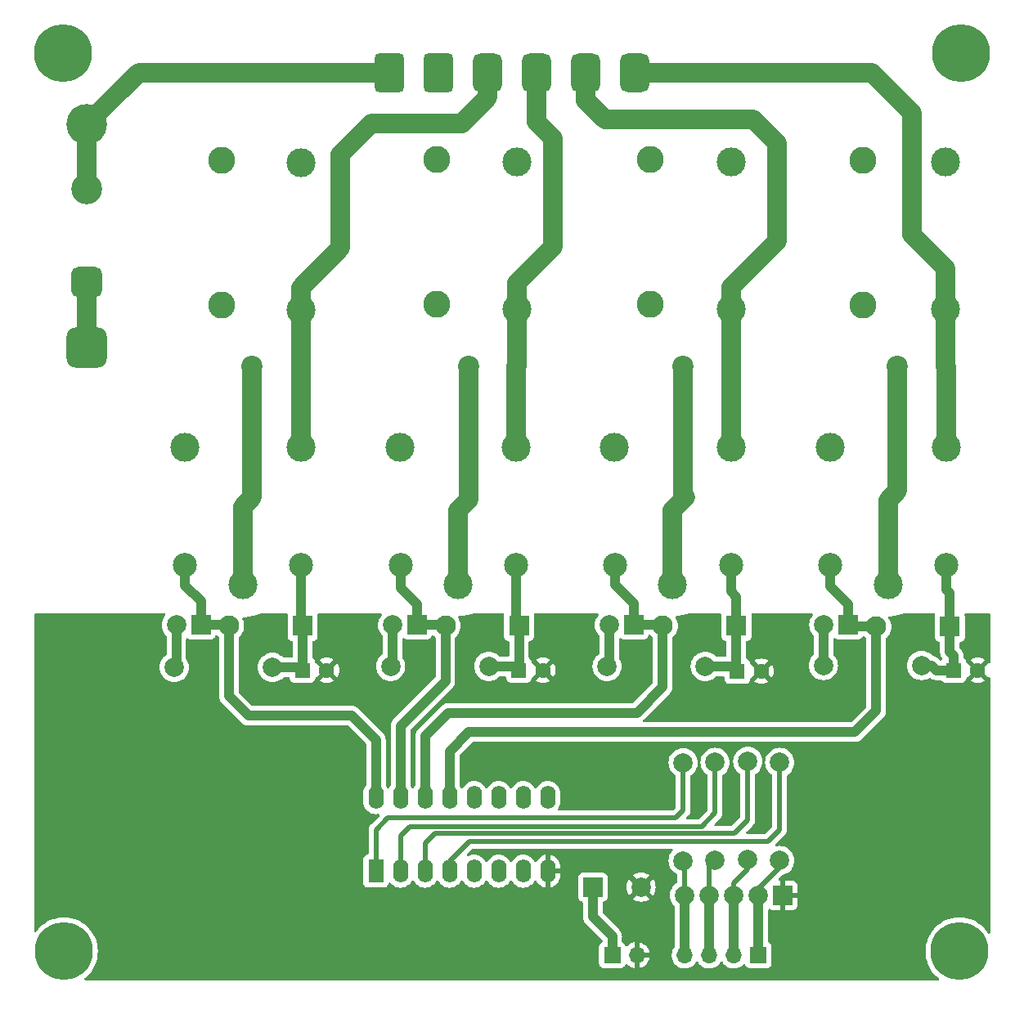
<source format=gbr>
%TF.GenerationSoftware,KiCad,Pcbnew,(6.0.8)*%
%TF.CreationDate,2023-03-03T00:40:04+05:30*%
%TF.ProjectId,STM32DryerPCB,53544d33-3244-4727-9965-725043422e6b,rev?*%
%TF.SameCoordinates,Original*%
%TF.FileFunction,Copper,L1,Top*%
%TF.FilePolarity,Positive*%
%FSLAX46Y46*%
G04 Gerber Fmt 4.6, Leading zero omitted, Abs format (unit mm)*
G04 Created by KiCad (PCBNEW (6.0.8)) date 2023-03-03 00:40:04*
%MOMM*%
%LPD*%
G01*
G04 APERTURE LIST*
G04 Aperture macros list*
%AMRoundRect*
0 Rectangle with rounded corners*
0 $1 Rounding radius*
0 $2 $3 $4 $5 $6 $7 $8 $9 X,Y pos of 4 corners*
0 Add a 4 corners polygon primitive as box body*
4,1,4,$2,$3,$4,$5,$6,$7,$8,$9,$2,$3,0*
0 Add four circle primitives for the rounded corners*
1,1,$1+$1,$2,$3*
1,1,$1+$1,$4,$5*
1,1,$1+$1,$6,$7*
1,1,$1+$1,$8,$9*
0 Add four rect primitives between the rounded corners*
20,1,$1+$1,$2,$3,$4,$5,0*
20,1,$1+$1,$4,$5,$6,$7,0*
20,1,$1+$1,$6,$7,$8,$9,0*
20,1,$1+$1,$8,$9,$2,$3,0*%
G04 Aperture macros list end*
%TA.AperFunction,ComponentPad*%
%ADD10RoundRect,0.416667X-1.083333X-1.583333X1.083333X-1.583333X1.083333X1.583333X-1.083333X1.583333X0*%
%TD*%
%TA.AperFunction,ComponentPad*%
%ADD11RoundRect,0.750000X-0.750000X-1.250000X0.750000X-1.250000X0.750000X1.250000X-0.750000X1.250000X0*%
%TD*%
%TA.AperFunction,ComponentPad*%
%ADD12C,2.800000*%
%TD*%
%TA.AperFunction,ComponentPad*%
%ADD13C,2.000000*%
%TD*%
%TA.AperFunction,ComponentPad*%
%ADD14R,2.100000X2.100000*%
%TD*%
%TA.AperFunction,ComponentPad*%
%ADD15C,2.100000*%
%TD*%
%TA.AperFunction,ComponentPad*%
%ADD16R,1.600000X2.400000*%
%TD*%
%TA.AperFunction,ComponentPad*%
%ADD17O,1.600000X2.400000*%
%TD*%
%TA.AperFunction,ComponentPad*%
%ADD18C,6.000000*%
%TD*%
%TA.AperFunction,ComponentPad*%
%ADD19R,2.000000X2.000000*%
%TD*%
%TA.AperFunction,ComponentPad*%
%ADD20C,3.000000*%
%TD*%
%TA.AperFunction,ComponentPad*%
%ADD21C,2.500000*%
%TD*%
%TA.AperFunction,ComponentPad*%
%ADD22R,1.600000X1.600000*%
%TD*%
%TA.AperFunction,ComponentPad*%
%ADD23C,1.600000*%
%TD*%
%TA.AperFunction,ComponentPad*%
%ADD24C,2.200000*%
%TD*%
%TA.AperFunction,ComponentPad*%
%ADD25R,1.700000X1.700000*%
%TD*%
%TA.AperFunction,ComponentPad*%
%ADD26O,1.700000X1.700000*%
%TD*%
%TA.AperFunction,ComponentPad*%
%ADD27RoundRect,1.050000X1.050000X-1.050000X1.050000X1.050000X-1.050000X1.050000X-1.050000X-1.050000X0*%
%TD*%
%TA.AperFunction,ComponentPad*%
%ADD28RoundRect,0.800000X0.800000X-0.800000X0.800000X0.800000X-0.800000X0.800000X-0.800000X-0.800000X0*%
%TD*%
%TA.AperFunction,ComponentPad*%
%ADD29C,4.200000*%
%TD*%
%TA.AperFunction,ComponentPad*%
%ADD30C,3.200000*%
%TD*%
%TA.AperFunction,ViaPad*%
%ADD31C,0.800000*%
%TD*%
%TA.AperFunction,Conductor*%
%ADD32C,1.000000*%
%TD*%
%TA.AperFunction,Conductor*%
%ADD33C,2.000000*%
%TD*%
%TA.AperFunction,Conductor*%
%ADD34C,0.500000*%
%TD*%
G04 APERTURE END LIST*
D10*
%TO.P,J613,1,Pin_1*%
%TO.N,Net-(F601-Pad2)*%
X-181032500Y-9550000D03*
%TO.P,J613,2,Pin_2*%
%TO.N,Neutral*%
X-175952500Y-9550000D03*
D11*
%TO.P,J613,3,Pin_3*%
%TO.N,FAN_LINE*%
X-170872500Y-9550000D03*
%TO.P,J613,4,Pin_4*%
%TO.N,HEATER_LINE*%
X-165792500Y-9550000D03*
%TO.P,J613,5,Pin_5*%
%TO.N,DRUM_RIGHT_LINE*%
X-160712500Y-9550000D03*
%TO.P,J613,6,Pin_6*%
%TO.N,DRUM_LEFT_LINE*%
X-155632500Y-9550000D03*
%TD*%
D12*
%TO.P,C402,1*%
%TO.N,Net-(C402-Pad1)*%
X-198450000Y-33650000D03*
%TO.P,C402,2*%
%TO.N,Neutral*%
X-198450000Y-18650000D03*
%TD*%
D13*
%TO.P,R307,1*%
%TO.N,HEATER_ULNIN*%
X-147350000Y-91150000D03*
%TO.P,R307,2*%
%TO.N,/ULN2003/->HEATER*%
X-147350000Y-80990000D03*
%TD*%
%TO.P,R407,1*%
%TO.N,+5V*%
X-125970000Y-70950000D03*
%TO.P,R407,2*%
%TO.N,Net-(D407-Pad2)*%
X-136130000Y-70950000D03*
%TD*%
D14*
%TO.P,D408,1,K*%
%TO.N,+5V*%
X-123040000Y-66950000D03*
D15*
%TO.P,D408,2,A*%
%TO.N,#DRUM_LEFT*%
X-130660000Y-66950000D03*
%TD*%
D13*
%TO.P,R305,1*%
%TO.N,DLEFT_ULNIN*%
X-140650000Y-91150000D03*
%TO.P,R305,2*%
%TO.N,/ULN2003/->LEFT*%
X-140650000Y-80990000D03*
%TD*%
D16*
%TO.P,U1,1,I1*%
%TO.N,/ULN2003/->FAN*%
X-182450000Y-92250000D03*
D17*
%TO.P,U1,2,I2*%
%TO.N,/ULN2003/->HEATER*%
X-179910000Y-92250000D03*
%TO.P,U1,3,I3*%
%TO.N,/ULN2003/->RIGHT*%
X-177370000Y-92250000D03*
%TO.P,U1,4,I4*%
%TO.N,/ULN2003/->LEFT*%
X-174830000Y-92250000D03*
%TO.P,U1,5,I5*%
%TO.N,unconnected-(U1-Pad5)*%
X-172290000Y-92250000D03*
%TO.P,U1,6,I6*%
%TO.N,unconnected-(U1-Pad6)*%
X-169750000Y-92250000D03*
%TO.P,U1,7,I7*%
%TO.N,unconnected-(U1-Pad7)*%
X-167210000Y-92250000D03*
%TO.P,U1,8,GND*%
%TO.N,GND*%
X-164670000Y-92250000D03*
%TO.P,U1,9,COM*%
%TO.N,+5V*%
X-164670000Y-84630000D03*
%TO.P,U1,10,O7*%
%TO.N,unconnected-(U1-Pad10)*%
X-167210000Y-84630000D03*
%TO.P,U1,11,O6*%
%TO.N,unconnected-(U1-Pad11)*%
X-169750000Y-84630000D03*
%TO.P,U1,12,O5*%
%TO.N,unconnected-(U1-Pad12)*%
X-172290000Y-84630000D03*
%TO.P,U1,13,O4*%
%TO.N,#DRUM_LEFT*%
X-174830000Y-84630000D03*
%TO.P,U1,14,O3*%
%TO.N,#DRUM_RIGHT*%
X-177370000Y-84630000D03*
%TO.P,U1,15,O2*%
%TO.N,#HEATER*%
X-179910000Y-84630000D03*
%TO.P,U1,16,O1*%
%TO.N,#FAN*%
X-182450000Y-84630000D03*
%TD*%
D18*
%TO.P,H610,1*%
%TO.N,N/C*%
X-121850000Y-7550000D03*
%TD*%
D19*
%TO.P,D403,1,K*%
%TO.N,#HEATER*%
X-178175000Y-66750000D03*
D13*
%TO.P,D403,2,A*%
%TO.N,Net-(D403-Pad2)*%
X-180715000Y-66750000D03*
%TD*%
%TO.P,R308,1*%
%TO.N,FAN_ULNIN*%
X-150650000Y-91170000D03*
%TO.P,R308,2*%
%TO.N,/ULN2003/->FAN*%
X-150650000Y-81010000D03*
%TD*%
D20*
%TO.P,K402,1*%
%TO.N,LINE*%
X-173950000Y-62550000D03*
D21*
%TO.P,K402,2*%
%TO.N,+5V*%
X-167900000Y-60600000D03*
D20*
%TO.P,K402,3*%
%TO.N,HEATER_LINE*%
X-167900000Y-48400000D03*
%TO.P,K402,4*%
%TO.N,unconnected-(K402-Pad4)*%
X-179950000Y-48350000D03*
D21*
%TO.P,K402,5*%
%TO.N,#HEATER*%
X-179900000Y-60600000D03*
%TD*%
D22*
%TO.P,C405,1*%
%TO.N,+5V*%
X-145055112Y-71550000D03*
D23*
%TO.P,C405,2*%
%TO.N,GND*%
X-142555112Y-71550000D03*
%TD*%
D14*
%TO.P,D402,1,K*%
%TO.N,+5V*%
X-190040000Y-66850000D03*
D15*
%TO.P,D402,2,A*%
%TO.N,#FAN*%
X-197660000Y-66850000D03*
%TD*%
D13*
%TO.P,R401,1*%
%TO.N,+5V*%
X-193170000Y-71150000D03*
%TO.P,R401,2*%
%TO.N,Net-(D401-Pad2)*%
X-203330000Y-71150000D03*
%TD*%
D20*
%TO.P,R406,1*%
%TO.N,DRUM_RIGHT_LINE*%
X-145650000Y-34050000D03*
%TO.P,R406,2*%
%TO.N,Net-(C406-Pad1)*%
X-145650000Y-18810000D03*
%TD*%
D24*
%TO.P,RV401,1*%
%TO.N,LINE*%
X-195250000Y-39950000D03*
D13*
%TO.P,RV401,2*%
%TO.N,FAN_LINE*%
X-190250000Y-39950000D03*
%TD*%
D18*
%TO.P,H609,1*%
%TO.N,N/C*%
X-214850000Y-7550000D03*
%TD*%
D13*
%TO.P,R405,1*%
%TO.N,+5V*%
X-148370000Y-71050000D03*
%TO.P,R405,2*%
%TO.N,Net-(D405-Pad2)*%
X-158530000Y-71050000D03*
%TD*%
D19*
%TO.P,D401,1,K*%
%TO.N,#FAN*%
X-200575000Y-66750000D03*
D13*
%TO.P,D401,2,A*%
%TO.N,Net-(D401-Pad2)*%
X-203115000Y-66750000D03*
%TD*%
D24*
%TO.P,RV402,1*%
%TO.N,LINE*%
X-172850000Y-39950000D03*
D13*
%TO.P,RV402,2*%
%TO.N,HEATER_LINE*%
X-167850000Y-39950000D03*
%TD*%
D20*
%TO.P,K403,1*%
%TO.N,LINE*%
X-151750000Y-62550000D03*
D21*
%TO.P,K403,2*%
%TO.N,+5V*%
X-145700000Y-60600000D03*
D20*
%TO.P,K403,3*%
%TO.N,DRUM_RIGHT_LINE*%
X-145700000Y-48400000D03*
%TO.P,K403,4*%
%TO.N,unconnected-(K403-Pad4)*%
X-157750000Y-48350000D03*
D21*
%TO.P,K403,5*%
%TO.N,#DRUM_RIGHT*%
X-157700000Y-60600000D03*
%TD*%
D25*
%TO.P,J614,1,Pin_1*%
%TO.N,DLEFT_ULNIN*%
X-142850000Y-100950000D03*
D26*
%TO.P,J614,2,Pin_2*%
%TO.N,DRIGHT_ULNIN*%
X-145390000Y-100950000D03*
%TO.P,J614,3,Pin_3*%
%TO.N,HEATER_ULNIN*%
X-147930000Y-100950000D03*
%TO.P,J614,4,Pin_4*%
%TO.N,FAN_ULNIN*%
X-150470000Y-100950000D03*
%TD*%
D20*
%TO.P,R404,1*%
%TO.N,HEATER_LINE*%
X-167850000Y-34050000D03*
%TO.P,R404,2*%
%TO.N,Net-(C404-Pad1)*%
X-167850000Y-18810000D03*
%TD*%
%TO.P,K401,1*%
%TO.N,LINE*%
X-196250000Y-62550000D03*
D21*
%TO.P,K401,2*%
%TO.N,+5V*%
X-190200000Y-60600000D03*
D20*
%TO.P,K401,3*%
%TO.N,FAN_LINE*%
X-190200000Y-48400000D03*
%TO.P,K401,4*%
%TO.N,unconnected-(K401-Pad4)*%
X-202250000Y-48350000D03*
D21*
%TO.P,K401,5*%
%TO.N,#FAN*%
X-202200000Y-60600000D03*
%TD*%
D22*
%TO.P,C407,1*%
%TO.N,+5V*%
X-122655112Y-71450000D03*
D23*
%TO.P,C407,2*%
%TO.N,GND*%
X-120155112Y-71450000D03*
%TD*%
D13*
%TO.P,R306,1*%
%TO.N,DRIGHT_ULNIN*%
X-143950000Y-91050000D03*
%TO.P,R306,2*%
%TO.N,/ULN2003/->RIGHT*%
X-143950000Y-80890000D03*
%TD*%
D12*
%TO.P,C408,1*%
%TO.N,Net-(C408-Pad1)*%
X-132050000Y-33650000D03*
%TO.P,C408,2*%
%TO.N,Neutral*%
X-132050000Y-18650000D03*
%TD*%
D22*
%TO.P,C403,1*%
%TO.N,+5V*%
X-167655112Y-71450000D03*
D23*
%TO.P,C403,2*%
%TO.N,GND*%
X-165155112Y-71450000D03*
%TD*%
D13*
%TO.P,R403,1*%
%TO.N,+5V*%
X-170770000Y-71050000D03*
%TO.P,R403,2*%
%TO.N,Net-(D403-Pad2)*%
X-180930000Y-71050000D03*
%TD*%
D20*
%TO.P,R402,1*%
%TO.N,FAN_LINE*%
X-190250000Y-34170000D03*
%TO.P,R402,2*%
%TO.N,Net-(C402-Pad1)*%
X-190250000Y-18930000D03*
%TD*%
D27*
%TO.P,F601,1*%
%TO.N,LINE*%
X-212350000Y-38005000D03*
D28*
X-212350000Y-31245000D03*
D29*
%TO.P,F601,2*%
%TO.N,Net-(F601-Pad2)*%
X-212350000Y-14895000D03*
D30*
X-212350000Y-21655000D03*
%TD*%
D19*
%TO.P,RN301,1,common*%
%TO.N,GND*%
X-140350000Y-94750000D03*
D13*
%TO.P,RN301,2,R1*%
%TO.N,DLEFT_ULNIN*%
X-142890000Y-94750000D03*
%TO.P,RN301,3,R2*%
%TO.N,DRIGHT_ULNIN*%
X-145430000Y-94750000D03*
%TO.P,RN301,4,R3*%
%TO.N,HEATER_ULNIN*%
X-147970000Y-94750000D03*
%TO.P,RN301,5,R4*%
%TO.N,FAN_ULNIN*%
X-150510000Y-94750000D03*
%TD*%
D22*
%TO.P,C401,1*%
%TO.N,+5V*%
X-190055112Y-71450000D03*
D23*
%TO.P,C401,2*%
%TO.N,GND*%
X-187555112Y-71450000D03*
%TD*%
D25*
%TO.P,J612,1,Pin_1*%
%TO.N,+5V*%
X-157990000Y-100950000D03*
D26*
%TO.P,J612,2,Pin_2*%
%TO.N,GND*%
X-155450000Y-100950000D03*
%TD*%
D20*
%TO.P,K404,1*%
%TO.N,LINE*%
X-129450000Y-62550000D03*
D21*
%TO.P,K404,2*%
%TO.N,+5V*%
X-123400000Y-60600000D03*
D20*
%TO.P,K404,3*%
%TO.N,DRUM_LEFT_LINE*%
X-123400000Y-48400000D03*
%TO.P,K404,4*%
%TO.N,unconnected-(K404-Pad4)*%
X-135450000Y-48350000D03*
D21*
%TO.P,K404,5*%
%TO.N,#DRUM_LEFT*%
X-135400000Y-60600000D03*
%TD*%
D18*
%TO.P,H612,1*%
%TO.N,N/C*%
X-122050000Y-100550000D03*
%TD*%
D24*
%TO.P,RV404,1*%
%TO.N,LINE*%
X-128450000Y-39950000D03*
D13*
%TO.P,RV404,2*%
%TO.N,DRUM_LEFT_LINE*%
X-123450000Y-39950000D03*
%TD*%
D20*
%TO.P,R408,1*%
%TO.N,DRUM_LEFT_LINE*%
X-123450000Y-34050000D03*
%TO.P,R408,2*%
%TO.N,Net-(C408-Pad1)*%
X-123450000Y-18810000D03*
%TD*%
D19*
%TO.P,D407,1,K*%
%TO.N,#DRUM_LEFT*%
X-133550000Y-66750000D03*
D13*
%TO.P,D407,2,A*%
%TO.N,Net-(D407-Pad2)*%
X-136090000Y-66750000D03*
%TD*%
D14*
%TO.P,D404,1,K*%
%TO.N,+5V*%
X-167640000Y-66850000D03*
D15*
%TO.P,D404,2,A*%
%TO.N,#HEATER*%
X-175260000Y-66850000D03*
%TD*%
D18*
%TO.P,H611,1*%
%TO.N,N/C*%
X-214750000Y-100550000D03*
%TD*%
D12*
%TO.P,C406,1*%
%TO.N,Net-(C406-Pad1)*%
X-154050000Y-33550000D03*
%TO.P,C406,2*%
%TO.N,Neutral*%
X-154050000Y-18550000D03*
%TD*%
D24*
%TO.P,RV403,1*%
%TO.N,LINE*%
X-150650000Y-39950000D03*
D13*
%TO.P,RV403,2*%
%TO.N,DRUM_RIGHT_LINE*%
X-145650000Y-39950000D03*
%TD*%
D19*
%TO.P,D405,1,K*%
%TO.N,#DRUM_RIGHT*%
X-155750000Y-66750000D03*
D13*
%TO.P,D405,2,A*%
%TO.N,Net-(D405-Pad2)*%
X-158290000Y-66750000D03*
%TD*%
D19*
%TO.P,C601,1*%
%TO.N,+5V*%
X-160002651Y-93900000D03*
D13*
%TO.P,C601,2*%
%TO.N,GND*%
X-155002651Y-93900000D03*
%TD*%
D14*
%TO.P,D406,1,K*%
%TO.N,+5V*%
X-145140000Y-66850000D03*
D15*
%TO.P,D406,2,A*%
%TO.N,#DRUM_RIGHT*%
X-152760000Y-66850000D03*
%TD*%
D12*
%TO.P,C404,1*%
%TO.N,Net-(C404-Pad1)*%
X-176150000Y-33550000D03*
%TO.P,C404,2*%
%TO.N,Neutral*%
X-176150000Y-18550000D03*
%TD*%
D31*
%TO.N,GND*%
X-153650000Y-97250000D03*
X-153650000Y-98450000D03*
X-185900000Y-88900000D03*
X-162450000Y-92200000D03*
X-185900000Y-86650000D03*
X-163100000Y-94800000D03*
X-164700000Y-94800000D03*
X-185900000Y-91450000D03*
X-185900000Y-84350000D03*
X-162450000Y-90500000D03*
X-185850000Y-93700000D03*
%TD*%
D32*
%TO.N,#DRUM_LEFT*%
X-130660000Y-66950000D02*
X-133350000Y-66950000D01*
X-133350000Y-66950000D02*
X-133550000Y-66750000D01*
X-135400000Y-62800000D02*
X-133550000Y-64650000D01*
X-135400000Y-60600000D02*
X-135400000Y-62800000D01*
X-133550000Y-64650000D02*
X-133550000Y-66750000D01*
X-130660000Y-66950000D02*
X-130660000Y-75660000D01*
%TO.N,#FAN*%
X-202200000Y-60600000D02*
X-202200000Y-62700000D01*
X-202200000Y-62700000D02*
X-200575000Y-64325000D01*
X-200575000Y-64325000D02*
X-200575000Y-66750000D01*
%TO.N,+5V*%
X-190200000Y-60600000D02*
X-190200000Y-66590000D01*
X-145555112Y-71050000D02*
X-145055112Y-71550000D01*
X-190200000Y-66590000D02*
X-190040000Y-66750000D01*
X-123040000Y-63460000D02*
X-123040000Y-66550000D01*
X-168055112Y-71050000D02*
X-167655112Y-71450000D01*
X-167900000Y-60600000D02*
X-167900000Y-66490000D01*
X-145700000Y-63300000D02*
X-145140000Y-63860000D01*
X-167900000Y-66490000D02*
X-167640000Y-66750000D01*
X-167640000Y-66750000D02*
X-167640000Y-71434888D01*
X-122655112Y-71450000D02*
X-122655112Y-69944888D01*
X-145700000Y-60600000D02*
X-145700000Y-63300000D01*
X-124950000Y-70950000D02*
X-124450000Y-71450000D01*
X-125970000Y-70950000D02*
X-124950000Y-70950000D01*
X-145140000Y-66750000D02*
X-145140000Y-71465112D01*
X-123040000Y-69560000D02*
X-123040000Y-66950000D01*
X-160002651Y-96997349D02*
X-160002651Y-93900000D01*
X-124450000Y-71450000D02*
X-122655112Y-71450000D01*
X-148370000Y-71050000D02*
X-145555112Y-71050000D01*
X-157990000Y-100950000D02*
X-157990000Y-99010000D01*
X-122655112Y-69944888D02*
X-123040000Y-69560000D01*
X-145140000Y-71465112D02*
X-145055112Y-71550000D01*
X-157990000Y-99010000D02*
X-160002651Y-96997349D01*
X-190355112Y-71150000D02*
X-190055112Y-71450000D01*
X-190040000Y-71434888D02*
X-190055112Y-71450000D01*
X-123400000Y-63100000D02*
X-123040000Y-63460000D01*
X-123400000Y-60600000D02*
X-123400000Y-63100000D01*
X-193170000Y-71150000D02*
X-190355112Y-71150000D01*
X-145140000Y-63860000D02*
X-145140000Y-66750000D01*
X-170770000Y-71050000D02*
X-168055112Y-71050000D01*
X-190040000Y-66750000D02*
X-190040000Y-71434888D01*
X-167640000Y-71434888D02*
X-167655112Y-71450000D01*
D33*
%TO.N,DRUM_LEFT_LINE*%
X-123450000Y-29850000D02*
X-126950000Y-26350000D01*
X-126950000Y-26350000D02*
X-126950000Y-13750000D01*
X-126950000Y-13750000D02*
X-131150000Y-9550000D01*
X-123450000Y-39950000D02*
X-123450000Y-34050000D01*
X-123400000Y-40000000D02*
X-123450000Y-39950000D01*
X-123400000Y-48400000D02*
X-123400000Y-40000000D01*
X-131150000Y-9550000D02*
X-155632500Y-9550000D01*
X-123450000Y-34050000D02*
X-123450000Y-29850000D01*
%TO.N,DRUM_RIGHT_LINE*%
X-145700000Y-48400000D02*
X-145700000Y-40000000D01*
X-160712500Y-12487500D02*
X-160712500Y-9550000D01*
X-145650000Y-39950000D02*
X-145650000Y-34050000D01*
X-158750000Y-14450000D02*
X-160712500Y-12487500D01*
X-140950000Y-16850000D02*
X-143350000Y-14450000D01*
X-145700000Y-40000000D02*
X-145650000Y-39950000D01*
X-143350000Y-14450000D02*
X-158750000Y-14450000D01*
X-140950000Y-27050000D02*
X-140950000Y-16850000D01*
X-145650000Y-31750000D02*
X-140950000Y-27050000D01*
X-145650000Y-34050000D02*
X-145650000Y-31750000D01*
%TO.N,FAN_LINE*%
X-190250000Y-34170000D02*
X-190250000Y-31850000D01*
X-190200000Y-48400000D02*
X-190200000Y-40000000D01*
X-190250000Y-39950000D02*
X-190250000Y-34170000D01*
X-186150000Y-27750000D02*
X-186150000Y-18050000D01*
X-190200000Y-40000000D02*
X-190250000Y-39950000D01*
X-170872500Y-12172500D02*
X-170872500Y-9550000D01*
X-190250000Y-31850000D02*
X-186150000Y-27750000D01*
X-173550000Y-14850000D02*
X-170872500Y-12172500D01*
X-186150000Y-18050000D02*
X-182950000Y-14850000D01*
X-182950000Y-14850000D02*
X-173550000Y-14850000D01*
D32*
%TO.N,#DRUM_LEFT*%
X-132850000Y-77850000D02*
X-172850000Y-77850000D01*
X-130860000Y-66750000D02*
X-130660000Y-66950000D01*
X-133350000Y-66550000D02*
X-133550000Y-66750000D01*
X-130660000Y-75660000D02*
X-132850000Y-77850000D01*
X-172850000Y-77850000D02*
X-174830000Y-79830000D01*
X-174830000Y-79830000D02*
X-174830000Y-84630000D01*
%TO.N,Net-(D401-Pad2)*%
X-203115000Y-66750000D02*
X-203115000Y-70935000D01*
X-203115000Y-70935000D02*
X-203330000Y-71150000D01*
%TO.N,#DRUM_RIGHT*%
X-152760000Y-66750000D02*
X-152760000Y-73160000D01*
X-177370000Y-78270000D02*
X-177370000Y-84630000D01*
X-152760000Y-66750000D02*
X-155750000Y-66750000D01*
X-152760000Y-73160000D02*
X-155450000Y-75850000D01*
X-157700000Y-62600000D02*
X-155750000Y-64550000D01*
X-155450000Y-75850000D02*
X-174950000Y-75850000D01*
X-157700000Y-60600000D02*
X-157700000Y-62600000D01*
X-174950000Y-75850000D02*
X-177370000Y-78270000D01*
X-155750000Y-64550000D02*
X-155750000Y-66750000D01*
%TO.N,Net-(D403-Pad2)*%
X-180715000Y-70835000D02*
X-180930000Y-71050000D01*
X-180715000Y-66750000D02*
X-180715000Y-70835000D01*
%TO.N,#HEATER*%
X-178175000Y-64625000D02*
X-178175000Y-66750000D01*
X-175260000Y-72560000D02*
X-179910000Y-77210000D01*
X-179900000Y-60600000D02*
X-179900000Y-62900000D01*
X-179910000Y-77210000D02*
X-179910000Y-84630000D01*
X-179900000Y-62900000D02*
X-178175000Y-64625000D01*
X-178175000Y-66750000D02*
X-175260000Y-66750000D01*
X-175260000Y-66750000D02*
X-175260000Y-72560000D01*
%TO.N,Net-(D405-Pad2)*%
X-158290000Y-66750000D02*
X-158290000Y-70810000D01*
X-158290000Y-70810000D02*
X-158530000Y-71050000D01*
%TO.N,#FAN*%
X-182450000Y-78650000D02*
X-182450000Y-84630000D01*
X-197660000Y-74140000D02*
X-195650000Y-76150000D01*
X-197660000Y-66750000D02*
X-200575000Y-66750000D01*
X-197660000Y-66750000D02*
X-197660000Y-74140000D01*
X-184950000Y-76150000D02*
X-182450000Y-78650000D01*
X-195650000Y-76150000D02*
X-184950000Y-76150000D01*
%TO.N,Net-(D407-Pad2)*%
X-136090000Y-70910000D02*
X-136130000Y-70950000D01*
X-136090000Y-66750000D02*
X-136090000Y-70910000D01*
D33*
%TO.N,LINE*%
X-196250000Y-54550000D02*
X-196250000Y-62550000D01*
X-150650000Y-39950000D02*
X-150650000Y-53350000D01*
X-172850000Y-53750000D02*
X-173950000Y-54850000D01*
X-151750000Y-54850000D02*
X-151750000Y-62550000D01*
X-173950000Y-54850000D02*
X-173950000Y-62550000D01*
X-129450000Y-53850000D02*
X-129450000Y-62550000D01*
X-195250000Y-53550000D02*
X-196250000Y-54550000D01*
X-128450000Y-39950000D02*
X-128450000Y-52850000D01*
X-150450000Y-53550000D02*
X-151750000Y-54850000D01*
X-212350000Y-34300000D02*
X-212350000Y-38005000D01*
X-128450000Y-52850000D02*
X-129450000Y-53850000D01*
X-195250000Y-39950000D02*
X-195250000Y-53550000D01*
X-212350000Y-31245000D02*
X-212350000Y-34300000D01*
X-150650000Y-53350000D02*
X-150450000Y-53550000D01*
X-172850000Y-39950000D02*
X-172850000Y-53750000D01*
%TO.N,Net-(F601-Pad2)*%
X-208902500Y-11447500D02*
X-212350000Y-14895000D01*
X-212350000Y-14895000D02*
X-212350000Y-18550000D01*
X-212350000Y-18550000D02*
X-212350000Y-21655000D01*
X-207005000Y-9550000D02*
X-208902500Y-11447500D01*
X-191850000Y-9550000D02*
X-207005000Y-9550000D01*
X-181032500Y-9550000D02*
X-191850000Y-9550000D01*
D34*
%TO.N,/ULN2003/->LEFT*%
X-172750000Y-89150000D02*
X-174830000Y-91230000D01*
X-174830000Y-91230000D02*
X-174830000Y-92250000D01*
X-141850000Y-89150000D02*
X-172750000Y-89150000D01*
X-140650000Y-87950000D02*
X-141850000Y-89150000D01*
X-140650000Y-80990000D02*
X-140650000Y-87950000D01*
%TO.N,/ULN2003/->RIGHT*%
X-143950000Y-80890000D02*
X-143950000Y-86950000D01*
X-145350000Y-88350000D02*
X-176350000Y-88350000D01*
X-143950000Y-86950000D02*
X-145350000Y-88350000D01*
X-177370000Y-89370000D02*
X-177370000Y-92250000D01*
X-176350000Y-88350000D02*
X-177370000Y-89370000D01*
%TO.N,/ULN2003/->HEATER*%
X-179910000Y-88610000D02*
X-179910000Y-92250000D01*
X-147350000Y-80990000D02*
X-147350000Y-86250000D01*
X-147350000Y-86250000D02*
X-148750000Y-87650000D01*
X-178950000Y-87650000D02*
X-179910000Y-88610000D01*
X-148750000Y-87650000D02*
X-178950000Y-87650000D01*
%TO.N,/ULN2003/->FAN*%
X-151450000Y-86750000D02*
X-181250000Y-86750000D01*
X-182450000Y-87950000D02*
X-182450000Y-92250000D01*
X-150650000Y-85950000D02*
X-151450000Y-86750000D01*
X-150650000Y-81010000D02*
X-150650000Y-85950000D01*
X-181250000Y-86750000D02*
X-182450000Y-87950000D01*
D32*
%TO.N,DLEFT_ULNIN*%
X-142850000Y-94790000D02*
X-142890000Y-94750000D01*
D34*
X-142890000Y-94750000D02*
X-142890000Y-94090000D01*
D32*
X-142850000Y-100950000D02*
X-142850000Y-94790000D01*
D34*
X-142890000Y-94090000D02*
X-140650000Y-91850000D01*
X-140650000Y-91850000D02*
X-140650000Y-91150000D01*
%TO.N,DRIGHT_ULNIN*%
X-143950000Y-92050000D02*
X-143950000Y-91050000D01*
D32*
X-145390000Y-100950000D02*
X-145390000Y-94790000D01*
D34*
X-145430000Y-93530000D02*
X-143950000Y-92050000D01*
D32*
X-145390000Y-94790000D02*
X-145430000Y-94750000D01*
D34*
X-145430000Y-94750000D02*
X-145430000Y-93530000D01*
%TO.N,HEATER_ULNIN*%
X-147970000Y-91770000D02*
X-147350000Y-91150000D01*
X-147970000Y-94750000D02*
X-147970000Y-91770000D01*
D32*
X-147930000Y-94790000D02*
X-147970000Y-94750000D01*
X-147930000Y-100950000D02*
X-147930000Y-94790000D01*
D34*
%TO.N,FAN_ULNIN*%
X-150510000Y-94750000D02*
X-150510000Y-91310000D01*
X-150510000Y-91310000D02*
X-150650000Y-91170000D01*
D32*
X-150470000Y-94790000D02*
X-150510000Y-94750000D01*
X-150470000Y-100950000D02*
X-150470000Y-94790000D01*
D33*
%TO.N,HEATER_LINE*%
X-165792500Y-14707500D02*
X-165792500Y-9550000D01*
X-164150000Y-27650000D02*
X-164150000Y-16350000D01*
X-167850000Y-34050000D02*
X-167850000Y-31350000D01*
X-167850000Y-39950000D02*
X-167850000Y-34050000D01*
X-167900000Y-40000000D02*
X-167850000Y-39950000D01*
X-164150000Y-16350000D02*
X-165792500Y-14707500D01*
X-167900000Y-48400000D02*
X-167900000Y-40000000D01*
X-167850000Y-31350000D02*
X-164150000Y-27650000D01*
%TD*%
%TA.AperFunction,Conductor*%
%TO.N,GND*%
G36*
X-204279107Y-65570002D02*
G01*
X-204232614Y-65623658D01*
X-204222510Y-65693932D01*
X-204251417Y-65757830D01*
X-204334649Y-65855283D01*
X-204339176Y-65860584D01*
X-204341755Y-65864792D01*
X-204341759Y-65864798D01*
X-204443671Y-66031104D01*
X-204463240Y-66063037D01*
X-204465133Y-66067607D01*
X-204465135Y-66067611D01*
X-204552211Y-66277833D01*
X-204554105Y-66282406D01*
X-204555260Y-66287218D01*
X-204599555Y-66471720D01*
X-204609535Y-66513289D01*
X-204628165Y-66750000D01*
X-204609535Y-66986711D01*
X-204554105Y-67217594D01*
X-204552212Y-67222165D01*
X-204552211Y-67222167D01*
X-204504370Y-67337665D01*
X-204463240Y-67436963D01*
X-204460654Y-67441183D01*
X-204341759Y-67635202D01*
X-204341755Y-67635208D01*
X-204339176Y-67639416D01*
X-204184969Y-67819969D01*
X-204181213Y-67823177D01*
X-204181212Y-67823178D01*
X-204167668Y-67834746D01*
X-204128860Y-67894197D01*
X-204123500Y-67930556D01*
X-204123500Y-69796484D01*
X-204143502Y-69864605D01*
X-204183664Y-69903915D01*
X-204219416Y-69925824D01*
X-204223178Y-69929037D01*
X-204382133Y-70064798D01*
X-204399969Y-70080031D01*
X-204554176Y-70260584D01*
X-204556755Y-70264792D01*
X-204556759Y-70264798D01*
X-204649458Y-70416069D01*
X-204678240Y-70463037D01*
X-204680133Y-70467607D01*
X-204680135Y-70467611D01*
X-204767211Y-70677833D01*
X-204769105Y-70682406D01*
X-204770260Y-70687218D01*
X-204818702Y-70888994D01*
X-204824535Y-70913289D01*
X-204843165Y-71150000D01*
X-204824535Y-71386711D01*
X-204823381Y-71391518D01*
X-204823380Y-71391524D01*
X-204807041Y-71459580D01*
X-204769105Y-71617594D01*
X-204767212Y-71622165D01*
X-204767211Y-71622167D01*
X-204685767Y-71818790D01*
X-204678240Y-71836963D01*
X-204675654Y-71841183D01*
X-204556759Y-72035202D01*
X-204556755Y-72035208D01*
X-204554176Y-72039416D01*
X-204399969Y-72219969D01*
X-204219416Y-72374176D01*
X-204215208Y-72376755D01*
X-204215202Y-72376759D01*
X-204031870Y-72489105D01*
X-204016963Y-72498240D01*
X-204012393Y-72500133D01*
X-204012389Y-72500135D01*
X-203802167Y-72587211D01*
X-203797594Y-72589105D01*
X-203726884Y-72606081D01*
X-203571524Y-72643380D01*
X-203571518Y-72643381D01*
X-203566711Y-72644535D01*
X-203330000Y-72663165D01*
X-203093289Y-72644535D01*
X-203088482Y-72643381D01*
X-203088476Y-72643380D01*
X-202933116Y-72606081D01*
X-202862406Y-72589105D01*
X-202857833Y-72587211D01*
X-202647611Y-72500135D01*
X-202647607Y-72500133D01*
X-202643037Y-72498240D01*
X-202628130Y-72489105D01*
X-202444798Y-72376759D01*
X-202444792Y-72376755D01*
X-202440584Y-72374176D01*
X-202260031Y-72219969D01*
X-202105824Y-72039416D01*
X-202103245Y-72035208D01*
X-202103241Y-72035202D01*
X-201984346Y-71841183D01*
X-201981760Y-71836963D01*
X-201974232Y-71818790D01*
X-201892789Y-71622167D01*
X-201892788Y-71622165D01*
X-201890895Y-71617594D01*
X-201852959Y-71459580D01*
X-201836620Y-71391524D01*
X-201836619Y-71391518D01*
X-201835465Y-71386711D01*
X-201816835Y-71150000D01*
X-201835465Y-70913289D01*
X-201841297Y-70888994D01*
X-201889740Y-70687218D01*
X-201890895Y-70682406D01*
X-201892789Y-70677833D01*
X-201979865Y-70467611D01*
X-201979867Y-70467607D01*
X-201981760Y-70463037D01*
X-202049851Y-70351923D01*
X-202087933Y-70289779D01*
X-202106500Y-70223944D01*
X-202106500Y-68239063D01*
X-202086498Y-68170942D01*
X-202032842Y-68124449D01*
X-201962568Y-68114345D01*
X-201904936Y-68138236D01*
X-201821705Y-68200615D01*
X-201685316Y-68251745D01*
X-201623134Y-68258500D01*
X-199526866Y-68258500D01*
X-199464684Y-68251745D01*
X-199328295Y-68200615D01*
X-199211739Y-68113261D01*
X-199124385Y-67996705D01*
X-199113031Y-67966420D01*
X-199079150Y-67876041D01*
X-199036509Y-67819276D01*
X-198969947Y-67794576D01*
X-198900598Y-67809783D01*
X-198865358Y-67838439D01*
X-198768648Y-67951670D01*
X-198768641Y-67951677D01*
X-198765433Y-67955433D01*
X-198761677Y-67958641D01*
X-198712669Y-68000498D01*
X-198673860Y-68059949D01*
X-198668500Y-68096309D01*
X-198668500Y-74078157D01*
X-198669237Y-74091764D01*
X-198673324Y-74129388D01*
X-198672787Y-74135523D01*
X-198668950Y-74179388D01*
X-198668621Y-74184214D01*
X-198668500Y-74186686D01*
X-198668500Y-74189769D01*
X-198668199Y-74192837D01*
X-198664310Y-74232506D01*
X-198664188Y-74233819D01*
X-198656087Y-74326413D01*
X-198654600Y-74331532D01*
X-198654080Y-74336833D01*
X-198627209Y-74425834D01*
X-198626874Y-74426967D01*
X-198600909Y-74516336D01*
X-198598456Y-74521068D01*
X-198596916Y-74526169D01*
X-198594022Y-74531612D01*
X-198553269Y-74608260D01*
X-198552657Y-74609426D01*
X-198509892Y-74691926D01*
X-198506569Y-74696089D01*
X-198504066Y-74700796D01*
X-198445245Y-74772918D01*
X-198444554Y-74773774D01*
X-198413262Y-74812973D01*
X-198410758Y-74815477D01*
X-198410116Y-74816195D01*
X-198406415Y-74820528D01*
X-198379065Y-74854062D01*
X-198374318Y-74857989D01*
X-198374316Y-74857991D01*
X-198343738Y-74883287D01*
X-198334958Y-74891277D01*
X-196406855Y-76819379D01*
X-196397753Y-76829522D01*
X-196374032Y-76859025D01*
X-196335544Y-76891320D01*
X-196331925Y-76894478D01*
X-196330110Y-76896124D01*
X-196327925Y-76898309D01*
X-196325545Y-76900264D01*
X-196325535Y-76900273D01*
X-196294764Y-76925549D01*
X-196293749Y-76926391D01*
X-196222526Y-76986154D01*
X-196217852Y-76988723D01*
X-196213739Y-76992102D01*
X-196208302Y-76995017D01*
X-196208301Y-76995018D01*
X-196131953Y-77035955D01*
X-196130823Y-77036568D01*
X-196049213Y-77081433D01*
X-196044131Y-77083045D01*
X-196039437Y-77085562D01*
X-195950469Y-77112762D01*
X-195949441Y-77113082D01*
X-195860694Y-77141235D01*
X-195855398Y-77141829D01*
X-195850302Y-77143387D01*
X-195757743Y-77152790D01*
X-195756607Y-77152911D01*
X-195722992Y-77156681D01*
X-195710270Y-77158108D01*
X-195710266Y-77158108D01*
X-195706773Y-77158500D01*
X-195703246Y-77158500D01*
X-195702261Y-77158555D01*
X-195696581Y-77159002D01*
X-195667175Y-77161989D01*
X-195659663Y-77162752D01*
X-195659661Y-77162752D01*
X-195653538Y-77163374D01*
X-195607892Y-77159059D01*
X-195596033Y-77158500D01*
X-185419925Y-77158500D01*
X-185351804Y-77178502D01*
X-185330830Y-77195405D01*
X-183495405Y-79030829D01*
X-183461380Y-79093141D01*
X-183458500Y-79119924D01*
X-183458500Y-83349260D01*
X-183481287Y-83421531D01*
X-183587523Y-83573251D01*
X-183589846Y-83578233D01*
X-183589849Y-83578238D01*
X-183605805Y-83612457D01*
X-183684284Y-83780757D01*
X-183743543Y-84001913D01*
X-183758500Y-84172873D01*
X-183758500Y-85087127D01*
X-183743543Y-85258087D01*
X-183684284Y-85479243D01*
X-183681961Y-85484224D01*
X-183681961Y-85484225D01*
X-183589849Y-85681762D01*
X-183589846Y-85681767D01*
X-183587523Y-85686749D01*
X-183456198Y-85874300D01*
X-183294300Y-86036198D01*
X-183289792Y-86039355D01*
X-183289789Y-86039357D01*
X-183256596Y-86062599D01*
X-183106749Y-86167523D01*
X-183101767Y-86169846D01*
X-183101762Y-86169849D01*
X-182904225Y-86261961D01*
X-182899243Y-86264284D01*
X-182893935Y-86265706D01*
X-182893933Y-86265707D01*
X-182683402Y-86322119D01*
X-182683400Y-86322119D01*
X-182678087Y-86323543D01*
X-182450000Y-86343498D01*
X-182221913Y-86323543D01*
X-182218771Y-86322701D01*
X-182148902Y-86330493D01*
X-182093798Y-86375260D01*
X-182071644Y-86442712D01*
X-182089475Y-86511433D01*
X-182108486Y-86535805D01*
X-182938911Y-87366230D01*
X-182953323Y-87378616D01*
X-182964918Y-87387149D01*
X-182964923Y-87387154D01*
X-182970818Y-87391492D01*
X-182975557Y-87397070D01*
X-182975560Y-87397073D01*
X-183005035Y-87431768D01*
X-183011965Y-87439284D01*
X-183017660Y-87444979D01*
X-183019940Y-87447861D01*
X-183035281Y-87467251D01*
X-183038072Y-87470655D01*
X-183073920Y-87512851D01*
X-183085333Y-87526285D01*
X-183088661Y-87532801D01*
X-183092028Y-87537850D01*
X-183095195Y-87542979D01*
X-183099734Y-87548716D01*
X-183130655Y-87614875D01*
X-183132558Y-87618769D01*
X-183165769Y-87683808D01*
X-183167508Y-87690916D01*
X-183169607Y-87696559D01*
X-183171524Y-87702322D01*
X-183174622Y-87708950D01*
X-183176112Y-87716112D01*
X-183176112Y-87716113D01*
X-183189486Y-87780412D01*
X-183190456Y-87784696D01*
X-183207808Y-87855610D01*
X-183208500Y-87866764D01*
X-183208536Y-87866762D01*
X-183208775Y-87870755D01*
X-183209149Y-87874947D01*
X-183210640Y-87882115D01*
X-183210442Y-87889432D01*
X-183208546Y-87959521D01*
X-183208500Y-87962928D01*
X-183208500Y-90418709D01*
X-183228502Y-90486830D01*
X-183282158Y-90533323D01*
X-183320892Y-90543972D01*
X-183333086Y-90545297D01*
X-183360316Y-90548255D01*
X-183496705Y-90599385D01*
X-183613261Y-90686739D01*
X-183700615Y-90803295D01*
X-183751745Y-90939684D01*
X-183758500Y-91001866D01*
X-183758500Y-93498134D01*
X-183751745Y-93560316D01*
X-183700615Y-93696705D01*
X-183613261Y-93813261D01*
X-183496705Y-93900615D01*
X-183360316Y-93951745D01*
X-183298134Y-93958500D01*
X-181601866Y-93958500D01*
X-181539684Y-93951745D01*
X-181403295Y-93900615D01*
X-181286739Y-93813261D01*
X-181199385Y-93696705D01*
X-181148255Y-93560316D01*
X-181147083Y-93549526D01*
X-181146197Y-93547394D01*
X-181145575Y-93544778D01*
X-181145152Y-93544879D01*
X-181119845Y-93483965D01*
X-181061483Y-93443537D01*
X-180990529Y-93441078D01*
X-180929510Y-93477371D01*
X-180922511Y-93486031D01*
X-180919357Y-93489789D01*
X-180916198Y-93494300D01*
X-180754300Y-93656198D01*
X-180749792Y-93659355D01*
X-180749789Y-93659357D01*
X-180686188Y-93703891D01*
X-180566749Y-93787523D01*
X-180561767Y-93789846D01*
X-180561762Y-93789849D01*
X-180365235Y-93881490D01*
X-180359243Y-93884284D01*
X-180353935Y-93885706D01*
X-180353933Y-93885707D01*
X-180143402Y-93942119D01*
X-180143400Y-93942119D01*
X-180138087Y-93943543D01*
X-179910000Y-93963498D01*
X-179681913Y-93943543D01*
X-179676600Y-93942119D01*
X-179676598Y-93942119D01*
X-179466067Y-93885707D01*
X-179466065Y-93885706D01*
X-179460757Y-93884284D01*
X-179454765Y-93881490D01*
X-179258238Y-93789849D01*
X-179258233Y-93789846D01*
X-179253251Y-93787523D01*
X-179133812Y-93703891D01*
X-179070211Y-93659357D01*
X-179070208Y-93659355D01*
X-179065700Y-93656198D01*
X-178903802Y-93494300D01*
X-178889562Y-93473964D01*
X-178811550Y-93362551D01*
X-178772477Y-93306749D01*
X-178770154Y-93301767D01*
X-178770151Y-93301762D01*
X-178754195Y-93267543D01*
X-178707278Y-93214258D01*
X-178639001Y-93194797D01*
X-178571041Y-93215339D01*
X-178525805Y-93267543D01*
X-178509849Y-93301762D01*
X-178509846Y-93301767D01*
X-178507523Y-93306749D01*
X-178468450Y-93362551D01*
X-178390437Y-93473964D01*
X-178376198Y-93494300D01*
X-178214300Y-93656198D01*
X-178209792Y-93659355D01*
X-178209789Y-93659357D01*
X-178146188Y-93703891D01*
X-178026749Y-93787523D01*
X-178021767Y-93789846D01*
X-178021762Y-93789849D01*
X-177825235Y-93881490D01*
X-177819243Y-93884284D01*
X-177813935Y-93885706D01*
X-177813933Y-93885707D01*
X-177603402Y-93942119D01*
X-177603400Y-93942119D01*
X-177598087Y-93943543D01*
X-177370000Y-93963498D01*
X-177141913Y-93943543D01*
X-177136600Y-93942119D01*
X-177136598Y-93942119D01*
X-176926067Y-93885707D01*
X-176926065Y-93885706D01*
X-176920757Y-93884284D01*
X-176914765Y-93881490D01*
X-176718238Y-93789849D01*
X-176718233Y-93789846D01*
X-176713251Y-93787523D01*
X-176593812Y-93703891D01*
X-176530211Y-93659357D01*
X-176530208Y-93659355D01*
X-176525700Y-93656198D01*
X-176363802Y-93494300D01*
X-176349562Y-93473964D01*
X-176271550Y-93362551D01*
X-176232477Y-93306749D01*
X-176230154Y-93301767D01*
X-176230151Y-93301762D01*
X-176214195Y-93267543D01*
X-176167278Y-93214258D01*
X-176099001Y-93194797D01*
X-176031041Y-93215339D01*
X-175985805Y-93267543D01*
X-175969849Y-93301762D01*
X-175969846Y-93301767D01*
X-175967523Y-93306749D01*
X-175928450Y-93362551D01*
X-175850437Y-93473964D01*
X-175836198Y-93494300D01*
X-175674300Y-93656198D01*
X-175669792Y-93659355D01*
X-175669789Y-93659357D01*
X-175606188Y-93703891D01*
X-175486749Y-93787523D01*
X-175481767Y-93789846D01*
X-175481762Y-93789849D01*
X-175285235Y-93881490D01*
X-175279243Y-93884284D01*
X-175273935Y-93885706D01*
X-175273933Y-93885707D01*
X-175063402Y-93942119D01*
X-175063400Y-93942119D01*
X-175058087Y-93943543D01*
X-174830000Y-93963498D01*
X-174601913Y-93943543D01*
X-174596600Y-93942119D01*
X-174596598Y-93942119D01*
X-174386067Y-93885707D01*
X-174386065Y-93885706D01*
X-174380757Y-93884284D01*
X-174374765Y-93881490D01*
X-174178238Y-93789849D01*
X-174178233Y-93789846D01*
X-174173251Y-93787523D01*
X-174053812Y-93703891D01*
X-173990211Y-93659357D01*
X-173990208Y-93659355D01*
X-173985700Y-93656198D01*
X-173823802Y-93494300D01*
X-173809562Y-93473964D01*
X-173731550Y-93362551D01*
X-173692477Y-93306749D01*
X-173690154Y-93301767D01*
X-173690151Y-93301762D01*
X-173674195Y-93267543D01*
X-173627278Y-93214258D01*
X-173559001Y-93194797D01*
X-173491041Y-93215339D01*
X-173445805Y-93267543D01*
X-173429849Y-93301762D01*
X-173429846Y-93301767D01*
X-173427523Y-93306749D01*
X-173388450Y-93362551D01*
X-173310437Y-93473964D01*
X-173296198Y-93494300D01*
X-173134300Y-93656198D01*
X-173129792Y-93659355D01*
X-173129789Y-93659357D01*
X-173066188Y-93703891D01*
X-172946749Y-93787523D01*
X-172941767Y-93789846D01*
X-172941762Y-93789849D01*
X-172745235Y-93881490D01*
X-172739243Y-93884284D01*
X-172733935Y-93885706D01*
X-172733933Y-93885707D01*
X-172523402Y-93942119D01*
X-172523400Y-93942119D01*
X-172518087Y-93943543D01*
X-172290000Y-93963498D01*
X-172061913Y-93943543D01*
X-172056600Y-93942119D01*
X-172056598Y-93942119D01*
X-171846067Y-93885707D01*
X-171846065Y-93885706D01*
X-171840757Y-93884284D01*
X-171834765Y-93881490D01*
X-171638238Y-93789849D01*
X-171638233Y-93789846D01*
X-171633251Y-93787523D01*
X-171513812Y-93703891D01*
X-171450211Y-93659357D01*
X-171450208Y-93659355D01*
X-171445700Y-93656198D01*
X-171283802Y-93494300D01*
X-171269562Y-93473964D01*
X-171191550Y-93362551D01*
X-171152477Y-93306749D01*
X-171150154Y-93301767D01*
X-171150151Y-93301762D01*
X-171134195Y-93267543D01*
X-171087278Y-93214258D01*
X-171019001Y-93194797D01*
X-170951041Y-93215339D01*
X-170905805Y-93267543D01*
X-170889849Y-93301762D01*
X-170889846Y-93301767D01*
X-170887523Y-93306749D01*
X-170848450Y-93362551D01*
X-170770437Y-93473964D01*
X-170756198Y-93494300D01*
X-170594300Y-93656198D01*
X-170589792Y-93659355D01*
X-170589789Y-93659357D01*
X-170526188Y-93703891D01*
X-170406749Y-93787523D01*
X-170401767Y-93789846D01*
X-170401762Y-93789849D01*
X-170205235Y-93881490D01*
X-170199243Y-93884284D01*
X-170193935Y-93885706D01*
X-170193933Y-93885707D01*
X-169983402Y-93942119D01*
X-169983400Y-93942119D01*
X-169978087Y-93943543D01*
X-169750000Y-93963498D01*
X-169521913Y-93943543D01*
X-169516600Y-93942119D01*
X-169516598Y-93942119D01*
X-169306067Y-93885707D01*
X-169306065Y-93885706D01*
X-169300757Y-93884284D01*
X-169294765Y-93881490D01*
X-169098238Y-93789849D01*
X-169098233Y-93789846D01*
X-169093251Y-93787523D01*
X-168973812Y-93703891D01*
X-168910211Y-93659357D01*
X-168910208Y-93659355D01*
X-168905700Y-93656198D01*
X-168743802Y-93494300D01*
X-168729562Y-93473964D01*
X-168651550Y-93362551D01*
X-168612477Y-93306749D01*
X-168610154Y-93301767D01*
X-168610151Y-93301762D01*
X-168594195Y-93267543D01*
X-168547278Y-93214258D01*
X-168479001Y-93194797D01*
X-168411041Y-93215339D01*
X-168365805Y-93267543D01*
X-168349849Y-93301762D01*
X-168349846Y-93301767D01*
X-168347523Y-93306749D01*
X-168308450Y-93362551D01*
X-168230437Y-93473964D01*
X-168216198Y-93494300D01*
X-168054300Y-93656198D01*
X-168049792Y-93659355D01*
X-168049789Y-93659357D01*
X-167986188Y-93703891D01*
X-167866749Y-93787523D01*
X-167861767Y-93789846D01*
X-167861762Y-93789849D01*
X-167665235Y-93881490D01*
X-167659243Y-93884284D01*
X-167653935Y-93885706D01*
X-167653933Y-93885707D01*
X-167443402Y-93942119D01*
X-167443400Y-93942119D01*
X-167438087Y-93943543D01*
X-167210000Y-93963498D01*
X-166981913Y-93943543D01*
X-166976600Y-93942119D01*
X-166976598Y-93942119D01*
X-166766067Y-93885707D01*
X-166766065Y-93885706D01*
X-166760757Y-93884284D01*
X-166754765Y-93881490D01*
X-166558238Y-93789849D01*
X-166558233Y-93789846D01*
X-166553251Y-93787523D01*
X-166433812Y-93703891D01*
X-166370211Y-93659357D01*
X-166370208Y-93659355D01*
X-166365700Y-93656198D01*
X-166203802Y-93494300D01*
X-166189562Y-93473964D01*
X-166111550Y-93362551D01*
X-166072477Y-93306749D01*
X-166070154Y-93301767D01*
X-166070151Y-93301762D01*
X-166053919Y-93266951D01*
X-166007002Y-93213666D01*
X-165938725Y-93194205D01*
X-165870765Y-93214747D01*
X-165825529Y-93266951D01*
X-165809414Y-93301511D01*
X-165803931Y-93311007D01*
X-165678972Y-93489467D01*
X-165671916Y-93497875D01*
X-165517875Y-93651916D01*
X-165509467Y-93658972D01*
X-165331007Y-93783931D01*
X-165321511Y-93789414D01*
X-165124053Y-93881490D01*
X-165113761Y-93885236D01*
X-164941497Y-93931394D01*
X-164927401Y-93931058D01*
X-164924000Y-93923116D01*
X-164924000Y-93917967D01*
X-164416000Y-93917967D01*
X-164412027Y-93931498D01*
X-164403478Y-93932727D01*
X-164226239Y-93885236D01*
X-164215947Y-93881490D01*
X-164018489Y-93789414D01*
X-164008993Y-93783931D01*
X-163830533Y-93658972D01*
X-163822125Y-93651916D01*
X-163668084Y-93497875D01*
X-163661028Y-93489467D01*
X-163536069Y-93311007D01*
X-163530586Y-93301511D01*
X-163438510Y-93104053D01*
X-163434764Y-93093761D01*
X-163378375Y-92883312D01*
X-163376472Y-92872519D01*
X-163362238Y-92709830D01*
X-163362000Y-92704365D01*
X-163362000Y-92522115D01*
X-163366475Y-92506876D01*
X-163367865Y-92505671D01*
X-163375548Y-92504000D01*
X-164397885Y-92504000D01*
X-164413124Y-92508475D01*
X-164414329Y-92509865D01*
X-164416000Y-92517548D01*
X-164416000Y-93917967D01*
X-164924000Y-93917967D01*
X-164924000Y-91977885D01*
X-164416000Y-91977885D01*
X-164411525Y-91993124D01*
X-164410135Y-91994329D01*
X-164402452Y-91996000D01*
X-163380115Y-91996000D01*
X-163364876Y-91991525D01*
X-163363671Y-91990135D01*
X-163362000Y-91982452D01*
X-163362000Y-91795635D01*
X-163362238Y-91790170D01*
X-163376472Y-91627481D01*
X-163378375Y-91616688D01*
X-163434764Y-91406239D01*
X-163438510Y-91395947D01*
X-163530586Y-91198489D01*
X-163536069Y-91188993D01*
X-163661028Y-91010533D01*
X-163668084Y-91002125D01*
X-163822125Y-90848084D01*
X-163830533Y-90841028D01*
X-164008993Y-90716069D01*
X-164018489Y-90710586D01*
X-164215947Y-90618510D01*
X-164226239Y-90614764D01*
X-164398503Y-90568606D01*
X-164412599Y-90568942D01*
X-164416000Y-90576884D01*
X-164416000Y-91977885D01*
X-164924000Y-91977885D01*
X-164924000Y-90582033D01*
X-164927973Y-90568502D01*
X-164936522Y-90567273D01*
X-165113761Y-90614764D01*
X-165124053Y-90618510D01*
X-165321511Y-90710586D01*
X-165331007Y-90716069D01*
X-165509467Y-90841028D01*
X-165517875Y-90848084D01*
X-165671916Y-91002125D01*
X-165678972Y-91010533D01*
X-165803931Y-91188993D01*
X-165809414Y-91198489D01*
X-165825529Y-91233049D01*
X-165872446Y-91286334D01*
X-165940723Y-91305795D01*
X-166008683Y-91285253D01*
X-166053919Y-91233049D01*
X-166070151Y-91198238D01*
X-166070154Y-91198233D01*
X-166072477Y-91193251D01*
X-166203802Y-91005700D01*
X-166365700Y-90843802D01*
X-166370208Y-90840645D01*
X-166370211Y-90840643D01*
X-166476970Y-90765890D01*
X-166553251Y-90712477D01*
X-166558233Y-90710154D01*
X-166558238Y-90710151D01*
X-166755775Y-90618039D01*
X-166755776Y-90618039D01*
X-166760757Y-90615716D01*
X-166766065Y-90614294D01*
X-166766067Y-90614293D01*
X-166976598Y-90557881D01*
X-166976600Y-90557881D01*
X-166981913Y-90556457D01*
X-167210000Y-90536502D01*
X-167438087Y-90556457D01*
X-167443400Y-90557881D01*
X-167443402Y-90557881D01*
X-167653933Y-90614293D01*
X-167653935Y-90614294D01*
X-167659243Y-90615716D01*
X-167664224Y-90618039D01*
X-167664225Y-90618039D01*
X-167861762Y-90710151D01*
X-167861767Y-90710154D01*
X-167866749Y-90712477D01*
X-167943030Y-90765890D01*
X-168049789Y-90840643D01*
X-168049792Y-90840645D01*
X-168054300Y-90843802D01*
X-168216198Y-91005700D01*
X-168347523Y-91193251D01*
X-168349846Y-91198233D01*
X-168349849Y-91198238D01*
X-168365805Y-91232457D01*
X-168412722Y-91285742D01*
X-168480999Y-91305203D01*
X-168548959Y-91284661D01*
X-168594195Y-91232457D01*
X-168610151Y-91198238D01*
X-168610154Y-91198233D01*
X-168612477Y-91193251D01*
X-168743802Y-91005700D01*
X-168905700Y-90843802D01*
X-168910208Y-90840645D01*
X-168910211Y-90840643D01*
X-169016970Y-90765890D01*
X-169093251Y-90712477D01*
X-169098233Y-90710154D01*
X-169098238Y-90710151D01*
X-169295775Y-90618039D01*
X-169295776Y-90618039D01*
X-169300757Y-90615716D01*
X-169306065Y-90614294D01*
X-169306067Y-90614293D01*
X-169516598Y-90557881D01*
X-169516600Y-90557881D01*
X-169521913Y-90556457D01*
X-169750000Y-90536502D01*
X-169978087Y-90556457D01*
X-169983400Y-90557881D01*
X-169983402Y-90557881D01*
X-170193933Y-90614293D01*
X-170193935Y-90614294D01*
X-170199243Y-90615716D01*
X-170204224Y-90618039D01*
X-170204225Y-90618039D01*
X-170401762Y-90710151D01*
X-170401767Y-90710154D01*
X-170406749Y-90712477D01*
X-170483030Y-90765890D01*
X-170589789Y-90840643D01*
X-170589792Y-90840645D01*
X-170594300Y-90843802D01*
X-170756198Y-91005700D01*
X-170887523Y-91193251D01*
X-170889846Y-91198233D01*
X-170889849Y-91198238D01*
X-170905805Y-91232457D01*
X-170952722Y-91285742D01*
X-171020999Y-91305203D01*
X-171088959Y-91284661D01*
X-171134195Y-91232457D01*
X-171150151Y-91198238D01*
X-171150154Y-91198233D01*
X-171152477Y-91193251D01*
X-171283802Y-91005700D01*
X-171445700Y-90843802D01*
X-171450208Y-90840645D01*
X-171450211Y-90840643D01*
X-171556970Y-90765890D01*
X-171633251Y-90712477D01*
X-171638233Y-90710154D01*
X-171638238Y-90710151D01*
X-171835775Y-90618039D01*
X-171835776Y-90618039D01*
X-171840757Y-90615716D01*
X-171846065Y-90614294D01*
X-171846067Y-90614293D01*
X-172056598Y-90557881D01*
X-172056600Y-90557881D01*
X-172061913Y-90556457D01*
X-172290000Y-90536502D01*
X-172518087Y-90556457D01*
X-172523400Y-90557881D01*
X-172523402Y-90557881D01*
X-172733933Y-90614293D01*
X-172733935Y-90614294D01*
X-172739243Y-90615716D01*
X-172744225Y-90618039D01*
X-172744230Y-90618041D01*
X-172848214Y-90666529D01*
X-172918405Y-90677190D01*
X-172983218Y-90648210D01*
X-173022074Y-90588790D01*
X-173022637Y-90517795D01*
X-172990558Y-90463239D01*
X-172472724Y-89945405D01*
X-172410412Y-89911379D01*
X-172383629Y-89908500D01*
X-151829702Y-89908500D01*
X-151761581Y-89928502D01*
X-151715088Y-89982158D01*
X-151704984Y-90052432D01*
X-151733891Y-90116330D01*
X-151870960Y-90276818D01*
X-151874176Y-90280584D01*
X-151876755Y-90284792D01*
X-151876759Y-90284798D01*
X-151958820Y-90418709D01*
X-151998240Y-90483037D01*
X-152000133Y-90487607D01*
X-152000135Y-90487611D01*
X-152078660Y-90677190D01*
X-152089105Y-90702406D01*
X-152104346Y-90765890D01*
X-152139733Y-90913289D01*
X-152144535Y-90933289D01*
X-152163165Y-91170000D01*
X-152144535Y-91406711D01*
X-152143381Y-91411518D01*
X-152143380Y-91411524D01*
X-152116817Y-91522167D01*
X-152089105Y-91637594D01*
X-152087212Y-91642165D01*
X-152087211Y-91642167D01*
X-152004776Y-91841183D01*
X-151998240Y-91856963D01*
X-151995654Y-91861183D01*
X-151876759Y-92055202D01*
X-151876755Y-92055208D01*
X-151874176Y-92059416D01*
X-151719969Y-92239969D01*
X-151539416Y-92394176D01*
X-151535208Y-92396755D01*
X-151535202Y-92396759D01*
X-151357474Y-92505671D01*
X-151336963Y-92518240D01*
X-151336417Y-92518466D01*
X-151285682Y-92566382D01*
X-151268500Y-92629901D01*
X-151268500Y-93375035D01*
X-151288502Y-93443156D01*
X-151328663Y-93482466D01*
X-151399416Y-93525824D01*
X-151403178Y-93529037D01*
X-151432581Y-93554150D01*
X-151579969Y-93680031D01*
X-151734176Y-93860584D01*
X-151736755Y-93864792D01*
X-151736759Y-93864798D01*
X-151796949Y-93963019D01*
X-151858240Y-94063037D01*
X-151949105Y-94282406D01*
X-151950260Y-94287218D01*
X-152000384Y-94496000D01*
X-152004535Y-94513289D01*
X-152023165Y-94750000D01*
X-152004535Y-94986711D01*
X-152003381Y-94991518D01*
X-152003380Y-94991524D01*
X-151972466Y-95120290D01*
X-151949105Y-95217594D01*
X-151947212Y-95222165D01*
X-151947211Y-95222167D01*
X-151869458Y-95409879D01*
X-151858240Y-95436963D01*
X-151855654Y-95441183D01*
X-151736759Y-95635202D01*
X-151736755Y-95635208D01*
X-151734176Y-95639416D01*
X-151579969Y-95819969D01*
X-151576213Y-95823177D01*
X-151522669Y-95868908D01*
X-151483860Y-95928359D01*
X-151478500Y-95964719D01*
X-151478500Y-99988381D01*
X-151498502Y-100056502D01*
X-151513406Y-100075432D01*
X-151529371Y-100092138D01*
X-151655257Y-100276680D01*
X-151749312Y-100479305D01*
X-151809011Y-100694570D01*
X-151832749Y-100916695D01*
X-151819890Y-101139715D01*
X-151818753Y-101144761D01*
X-151818752Y-101144767D01*
X-151805403Y-101204000D01*
X-151770778Y-101357639D01*
X-151686734Y-101564616D01*
X-151649315Y-101625678D01*
X-151572709Y-101750688D01*
X-151570013Y-101755088D01*
X-151423750Y-101923938D01*
X-151251874Y-102066632D01*
X-151059000Y-102179338D01*
X-150850308Y-102259030D01*
X-150845240Y-102260061D01*
X-150845237Y-102260062D01*
X-150750138Y-102279410D01*
X-150631403Y-102303567D01*
X-150626228Y-102303757D01*
X-150626226Y-102303757D01*
X-150413327Y-102311564D01*
X-150413323Y-102311564D01*
X-150408163Y-102311753D01*
X-150403043Y-102311097D01*
X-150403041Y-102311097D01*
X-150191712Y-102284025D01*
X-150191711Y-102284025D01*
X-150186584Y-102283368D01*
X-150181634Y-102281883D01*
X-149977571Y-102220661D01*
X-149977566Y-102220659D01*
X-149972616Y-102219174D01*
X-149772006Y-102120896D01*
X-149590140Y-101991173D01*
X-149580868Y-101981934D01*
X-149489195Y-101890580D01*
X-149431904Y-101833489D01*
X-149372406Y-101750689D01*
X-149301547Y-101652077D01*
X-149300224Y-101653028D01*
X-149253355Y-101609857D01*
X-149183420Y-101597625D01*
X-149117974Y-101625144D01*
X-149090125Y-101656994D01*
X-149030013Y-101755088D01*
X-148883750Y-101923938D01*
X-148711874Y-102066632D01*
X-148519000Y-102179338D01*
X-148310308Y-102259030D01*
X-148305240Y-102260061D01*
X-148305237Y-102260062D01*
X-148210138Y-102279410D01*
X-148091403Y-102303567D01*
X-148086228Y-102303757D01*
X-148086226Y-102303757D01*
X-147873327Y-102311564D01*
X-147873323Y-102311564D01*
X-147868163Y-102311753D01*
X-147863043Y-102311097D01*
X-147863041Y-102311097D01*
X-147651712Y-102284025D01*
X-147651711Y-102284025D01*
X-147646584Y-102283368D01*
X-147641634Y-102281883D01*
X-147437571Y-102220661D01*
X-147437566Y-102220659D01*
X-147432616Y-102219174D01*
X-147232006Y-102120896D01*
X-147050140Y-101991173D01*
X-147040868Y-101981934D01*
X-146949195Y-101890580D01*
X-146891904Y-101833489D01*
X-146832406Y-101750689D01*
X-146761547Y-101652077D01*
X-146760224Y-101653028D01*
X-146713355Y-101609857D01*
X-146643420Y-101597625D01*
X-146577974Y-101625144D01*
X-146550125Y-101656994D01*
X-146490013Y-101755088D01*
X-146343750Y-101923938D01*
X-146171874Y-102066632D01*
X-145979000Y-102179338D01*
X-145770308Y-102259030D01*
X-145765240Y-102260061D01*
X-145765237Y-102260062D01*
X-145670138Y-102279410D01*
X-145551403Y-102303567D01*
X-145546228Y-102303757D01*
X-145546226Y-102303757D01*
X-145333327Y-102311564D01*
X-145333323Y-102311564D01*
X-145328163Y-102311753D01*
X-145323043Y-102311097D01*
X-145323041Y-102311097D01*
X-145111712Y-102284025D01*
X-145111711Y-102284025D01*
X-145106584Y-102283368D01*
X-145101634Y-102281883D01*
X-144897571Y-102220661D01*
X-144897566Y-102220659D01*
X-144892616Y-102219174D01*
X-144692006Y-102120896D01*
X-144510140Y-101991173D01*
X-144401909Y-101883319D01*
X-144339538Y-101849404D01*
X-144268732Y-101854592D01*
X-144211970Y-101897238D01*
X-144194988Y-101928341D01*
X-144150615Y-102046705D01*
X-144063261Y-102163261D01*
X-143946705Y-102250615D01*
X-143810316Y-102301745D01*
X-143748134Y-102308500D01*
X-141951866Y-102308500D01*
X-141889684Y-102301745D01*
X-141753295Y-102250615D01*
X-141636739Y-102163261D01*
X-141549385Y-102046705D01*
X-141498255Y-101910316D01*
X-141491500Y-101848134D01*
X-141491500Y-100051866D01*
X-141498255Y-99989684D01*
X-141549385Y-99853295D01*
X-141636739Y-99736739D01*
X-141753295Y-99649385D01*
X-141761704Y-99646233D01*
X-141769575Y-99641923D01*
X-141768664Y-99640259D01*
X-141816490Y-99604337D01*
X-141841193Y-99537776D01*
X-141841500Y-99528991D01*
X-141841500Y-96268417D01*
X-141821498Y-96200296D01*
X-141767842Y-96153803D01*
X-141697568Y-96143699D01*
X-141639935Y-96167591D01*
X-141603649Y-96194786D01*
X-141588054Y-96203324D01*
X-141467606Y-96248478D01*
X-141452351Y-96252105D01*
X-141401486Y-96257631D01*
X-141394672Y-96258000D01*
X-140622115Y-96258000D01*
X-140606876Y-96253525D01*
X-140605671Y-96252135D01*
X-140604000Y-96244452D01*
X-140604000Y-96239884D01*
X-140096000Y-96239884D01*
X-140091525Y-96255123D01*
X-140090135Y-96256328D01*
X-140082452Y-96257999D01*
X-139305331Y-96257999D01*
X-139298510Y-96257629D01*
X-139247648Y-96252105D01*
X-139232396Y-96248479D01*
X-139111946Y-96203324D01*
X-139096351Y-96194786D01*
X-138994276Y-96118285D01*
X-138981715Y-96105724D01*
X-138905214Y-96003649D01*
X-138896676Y-95988054D01*
X-138851522Y-95867606D01*
X-138847895Y-95852351D01*
X-138842369Y-95801486D01*
X-138842000Y-95794672D01*
X-138842000Y-95022115D01*
X-138846475Y-95006876D01*
X-138847865Y-95005671D01*
X-138855548Y-95004000D01*
X-140077885Y-95004000D01*
X-140093124Y-95008475D01*
X-140094329Y-95009865D01*
X-140096000Y-95017548D01*
X-140096000Y-96239884D01*
X-140604000Y-96239884D01*
X-140604000Y-94477885D01*
X-140096000Y-94477885D01*
X-140091525Y-94493124D01*
X-140090135Y-94494329D01*
X-140082452Y-94496000D01*
X-138860116Y-94496000D01*
X-138844877Y-94491525D01*
X-138843672Y-94490135D01*
X-138842001Y-94482452D01*
X-138842001Y-93705331D01*
X-138842371Y-93698510D01*
X-138847895Y-93647648D01*
X-138851521Y-93632396D01*
X-138896676Y-93511946D01*
X-138905214Y-93496351D01*
X-138981715Y-93394276D01*
X-138994276Y-93381715D01*
X-139096351Y-93305214D01*
X-139111946Y-93296676D01*
X-139232394Y-93251522D01*
X-139247649Y-93247895D01*
X-139298514Y-93242369D01*
X-139305328Y-93242000D01*
X-140077885Y-93242000D01*
X-140093124Y-93246475D01*
X-140094329Y-93247865D01*
X-140096000Y-93255548D01*
X-140096000Y-94477885D01*
X-140604000Y-94477885D01*
X-140604000Y-93260116D01*
X-140608475Y-93244877D01*
X-140609865Y-93243672D01*
X-140617548Y-93242001D01*
X-140665130Y-93242001D01*
X-140733251Y-93221999D01*
X-140779744Y-93168343D01*
X-140789848Y-93098069D01*
X-140760354Y-93033489D01*
X-140754225Y-93026906D01*
X-140383893Y-92656574D01*
X-140324212Y-92623150D01*
X-140239979Y-92602927D01*
X-140182406Y-92589105D01*
X-140177833Y-92587211D01*
X-139967611Y-92500135D01*
X-139967607Y-92500133D01*
X-139963037Y-92498240D01*
X-139905965Y-92463266D01*
X-139764798Y-92376759D01*
X-139764792Y-92376755D01*
X-139760584Y-92374176D01*
X-139580031Y-92219969D01*
X-139425824Y-92039416D01*
X-139423245Y-92035208D01*
X-139423241Y-92035202D01*
X-139304346Y-91841183D01*
X-139301760Y-91836963D01*
X-139282377Y-91790170D01*
X-139212789Y-91622167D01*
X-139212788Y-91622165D01*
X-139210895Y-91617594D01*
X-139161422Y-91411524D01*
X-139156620Y-91391524D01*
X-139156619Y-91391518D01*
X-139155465Y-91386711D01*
X-139136835Y-91150000D01*
X-139155465Y-90913289D01*
X-139171211Y-90847699D01*
X-139204938Y-90707218D01*
X-139210895Y-90682406D01*
X-139212789Y-90677833D01*
X-139299865Y-90467611D01*
X-139299867Y-90467607D01*
X-139301760Y-90463037D01*
X-139365626Y-90358817D01*
X-139423241Y-90264798D01*
X-139423245Y-90264792D01*
X-139425824Y-90260584D01*
X-139580031Y-90080031D01*
X-139760584Y-89925824D01*
X-139764792Y-89923245D01*
X-139764798Y-89923241D01*
X-139958817Y-89804346D01*
X-139963037Y-89801760D01*
X-139967607Y-89799867D01*
X-139967611Y-89799865D01*
X-140177833Y-89712789D01*
X-140177835Y-89712788D01*
X-140182406Y-89710895D01*
X-140317749Y-89678402D01*
X-140408476Y-89656620D01*
X-140408482Y-89656619D01*
X-140413289Y-89655465D01*
X-140650000Y-89636835D01*
X-140886711Y-89655465D01*
X-140891518Y-89656619D01*
X-140891524Y-89656620D01*
X-140973496Y-89676300D01*
X-141044404Y-89672753D01*
X-141102138Y-89631433D01*
X-141128368Y-89565459D01*
X-141114765Y-89495778D01*
X-141092005Y-89464686D01*
X-140161089Y-88533770D01*
X-140146677Y-88521384D01*
X-140135082Y-88512851D01*
X-140135077Y-88512846D01*
X-140129182Y-88508508D01*
X-140124443Y-88502930D01*
X-140124440Y-88502927D01*
X-140094965Y-88468232D01*
X-140088035Y-88460716D01*
X-140082340Y-88455021D01*
X-140064719Y-88432749D01*
X-140061928Y-88429345D01*
X-140019409Y-88379297D01*
X-140019408Y-88379295D01*
X-140014667Y-88373715D01*
X-140011339Y-88367199D01*
X-140007972Y-88362150D01*
X-140004805Y-88357021D01*
X-140000266Y-88351284D01*
X-139969345Y-88285125D01*
X-139967439Y-88281225D01*
X-139939891Y-88227276D01*
X-139934231Y-88216192D01*
X-139932492Y-88209084D01*
X-139930393Y-88203441D01*
X-139928476Y-88197678D01*
X-139925378Y-88191050D01*
X-139910513Y-88119583D01*
X-139909543Y-88115299D01*
X-139907018Y-88104979D01*
X-139892192Y-88044390D01*
X-139891500Y-88033236D01*
X-139891464Y-88033238D01*
X-139891225Y-88029245D01*
X-139890851Y-88025053D01*
X-139889360Y-88017885D01*
X-139891454Y-87940479D01*
X-139891500Y-87937072D01*
X-139891500Y-82364965D01*
X-139871498Y-82296844D01*
X-139831336Y-82257533D01*
X-139760584Y-82214176D01*
X-139580031Y-82059969D01*
X-139425824Y-81879416D01*
X-139423245Y-81875208D01*
X-139423241Y-81875202D01*
X-139304346Y-81681183D01*
X-139301760Y-81676963D01*
X-139210895Y-81457594D01*
X-139161422Y-81251524D01*
X-139156620Y-81231524D01*
X-139156619Y-81231518D01*
X-139155465Y-81226711D01*
X-139136835Y-80990000D01*
X-139155465Y-80753289D01*
X-139210895Y-80522406D01*
X-139291581Y-80327611D01*
X-139299865Y-80307611D01*
X-139299867Y-80307607D01*
X-139301760Y-80303037D01*
X-139365626Y-80198817D01*
X-139423241Y-80104798D01*
X-139423245Y-80104792D01*
X-139425824Y-80100584D01*
X-139580031Y-79920031D01*
X-139760584Y-79765824D01*
X-139764792Y-79763245D01*
X-139764798Y-79763241D01*
X-139958817Y-79644346D01*
X-139963037Y-79641760D01*
X-139967607Y-79639867D01*
X-139967611Y-79639865D01*
X-140177833Y-79552789D01*
X-140177835Y-79552788D01*
X-140182406Y-79550895D01*
X-140269228Y-79530051D01*
X-140408476Y-79496620D01*
X-140408482Y-79496619D01*
X-140413289Y-79495465D01*
X-140650000Y-79476835D01*
X-140886711Y-79495465D01*
X-140891518Y-79496619D01*
X-140891524Y-79496620D01*
X-141030772Y-79530051D01*
X-141117594Y-79550895D01*
X-141122165Y-79552788D01*
X-141122167Y-79552789D01*
X-141332389Y-79639865D01*
X-141332393Y-79639867D01*
X-141336963Y-79641760D01*
X-141341183Y-79644346D01*
X-141535202Y-79763241D01*
X-141535208Y-79763245D01*
X-141539416Y-79765824D01*
X-141719969Y-79920031D01*
X-141874176Y-80100584D01*
X-141876755Y-80104792D01*
X-141876759Y-80104798D01*
X-141934374Y-80198817D01*
X-141998240Y-80303037D01*
X-142000133Y-80307607D01*
X-142000135Y-80307611D01*
X-142008419Y-80327611D01*
X-142089105Y-80522406D01*
X-142144535Y-80753289D01*
X-142163165Y-80990000D01*
X-142144535Y-81226711D01*
X-142143381Y-81231518D01*
X-142143380Y-81231524D01*
X-142138578Y-81251524D01*
X-142089105Y-81457594D01*
X-141998240Y-81676963D01*
X-141995654Y-81681183D01*
X-141876759Y-81875202D01*
X-141876755Y-81875208D01*
X-141874176Y-81879416D01*
X-141719969Y-82059969D01*
X-141539416Y-82214176D01*
X-141468664Y-82257533D01*
X-141421033Y-82310181D01*
X-141408500Y-82364965D01*
X-141408500Y-87583629D01*
X-141428502Y-87651750D01*
X-141445405Y-87672724D01*
X-142127276Y-88354595D01*
X-142189588Y-88388621D01*
X-142216371Y-88391500D01*
X-144014629Y-88391500D01*
X-144082750Y-88371498D01*
X-144129243Y-88317842D01*
X-144139347Y-88247568D01*
X-144109853Y-88182988D01*
X-144103724Y-88176405D01*
X-143461089Y-87533770D01*
X-143446677Y-87521384D01*
X-143435082Y-87512851D01*
X-143435077Y-87512846D01*
X-143429182Y-87508508D01*
X-143424443Y-87502930D01*
X-143424440Y-87502927D01*
X-143394965Y-87468232D01*
X-143388035Y-87460716D01*
X-143382340Y-87455021D01*
X-143372341Y-87442383D01*
X-143364719Y-87432749D01*
X-143361928Y-87429345D01*
X-143319409Y-87379297D01*
X-143319408Y-87379295D01*
X-143314667Y-87373715D01*
X-143311339Y-87367199D01*
X-143307972Y-87362150D01*
X-143304805Y-87357021D01*
X-143300266Y-87351284D01*
X-143269345Y-87285125D01*
X-143267439Y-87281225D01*
X-143234231Y-87216192D01*
X-143232492Y-87209084D01*
X-143230393Y-87203441D01*
X-143228476Y-87197678D01*
X-143225378Y-87191050D01*
X-143210513Y-87119583D01*
X-143209543Y-87115299D01*
X-143193527Y-87049845D01*
X-143192192Y-87044390D01*
X-143191500Y-87033236D01*
X-143191464Y-87033238D01*
X-143191225Y-87029245D01*
X-143190851Y-87025053D01*
X-143189360Y-87017885D01*
X-143191454Y-86940479D01*
X-143191500Y-86937072D01*
X-143191500Y-82264965D01*
X-143171498Y-82196844D01*
X-143131336Y-82157533D01*
X-143060584Y-82114176D01*
X-142880031Y-81959969D01*
X-142725824Y-81779416D01*
X-142723245Y-81775208D01*
X-142723241Y-81775202D01*
X-142604346Y-81581183D01*
X-142601760Y-81576963D01*
X-142510895Y-81357594D01*
X-142455465Y-81126711D01*
X-142436835Y-80890000D01*
X-142455465Y-80653289D01*
X-142482085Y-80542406D01*
X-142509740Y-80427218D01*
X-142510895Y-80422406D01*
X-142550160Y-80327611D01*
X-142599865Y-80207611D01*
X-142599867Y-80207607D01*
X-142601760Y-80203037D01*
X-142649705Y-80124798D01*
X-142723241Y-80004798D01*
X-142723245Y-80004792D01*
X-142725824Y-80000584D01*
X-142880031Y-79820031D01*
X-143060584Y-79665824D01*
X-143064792Y-79663245D01*
X-143064798Y-79663241D01*
X-143258817Y-79544346D01*
X-143263037Y-79541760D01*
X-143267607Y-79539867D01*
X-143267611Y-79539865D01*
X-143477833Y-79452789D01*
X-143477835Y-79452788D01*
X-143482406Y-79450895D01*
X-143569444Y-79429999D01*
X-143708476Y-79396620D01*
X-143708482Y-79396619D01*
X-143713289Y-79395465D01*
X-143950000Y-79376835D01*
X-144186711Y-79395465D01*
X-144191518Y-79396619D01*
X-144191524Y-79396620D01*
X-144330556Y-79429999D01*
X-144417594Y-79450895D01*
X-144422165Y-79452788D01*
X-144422167Y-79452789D01*
X-144632389Y-79539865D01*
X-144632393Y-79539867D01*
X-144636963Y-79541760D01*
X-144641183Y-79544346D01*
X-144835202Y-79663241D01*
X-144835208Y-79663245D01*
X-144839416Y-79665824D01*
X-145019969Y-79820031D01*
X-145174176Y-80000584D01*
X-145176755Y-80004792D01*
X-145176759Y-80004798D01*
X-145250295Y-80124798D01*
X-145298240Y-80203037D01*
X-145300133Y-80207607D01*
X-145300135Y-80207611D01*
X-145349840Y-80327611D01*
X-145389105Y-80422406D01*
X-145390260Y-80427218D01*
X-145417914Y-80542406D01*
X-145444535Y-80653289D01*
X-145463165Y-80890000D01*
X-145444535Y-81126711D01*
X-145389105Y-81357594D01*
X-145298240Y-81576963D01*
X-145295654Y-81581183D01*
X-145176759Y-81775202D01*
X-145176755Y-81775208D01*
X-145174176Y-81779416D01*
X-145019969Y-81959969D01*
X-144839416Y-82114176D01*
X-144768664Y-82157533D01*
X-144721033Y-82210181D01*
X-144708500Y-82264965D01*
X-144708500Y-86583629D01*
X-144728502Y-86651750D01*
X-144745405Y-86672724D01*
X-145627276Y-87554595D01*
X-145689588Y-87588621D01*
X-145716371Y-87591500D01*
X-147314629Y-87591500D01*
X-147382750Y-87571498D01*
X-147429243Y-87517842D01*
X-147439347Y-87447568D01*
X-147409853Y-87382988D01*
X-147403724Y-87376405D01*
X-146861089Y-86833770D01*
X-146846677Y-86821384D01*
X-146835082Y-86812851D01*
X-146835077Y-86812846D01*
X-146829182Y-86808508D01*
X-146824443Y-86802930D01*
X-146824440Y-86802927D01*
X-146794965Y-86768232D01*
X-146788035Y-86760716D01*
X-146782340Y-86755021D01*
X-146764719Y-86732749D01*
X-146761928Y-86729345D01*
X-146719409Y-86679297D01*
X-146719408Y-86679295D01*
X-146714667Y-86673715D01*
X-146711339Y-86667199D01*
X-146707972Y-86662150D01*
X-146704805Y-86657021D01*
X-146700266Y-86651284D01*
X-146669345Y-86585125D01*
X-146667439Y-86581225D01*
X-146634231Y-86516192D01*
X-146632492Y-86509084D01*
X-146630393Y-86503441D01*
X-146628476Y-86497678D01*
X-146625378Y-86491050D01*
X-146610513Y-86419583D01*
X-146609543Y-86415299D01*
X-146592192Y-86344390D01*
X-146591500Y-86333236D01*
X-146591464Y-86333238D01*
X-146591225Y-86329245D01*
X-146590851Y-86325053D01*
X-146589360Y-86317885D01*
X-146591454Y-86240479D01*
X-146591500Y-86237072D01*
X-146591500Y-82364965D01*
X-146571498Y-82296844D01*
X-146531336Y-82257533D01*
X-146460584Y-82214176D01*
X-146280031Y-82059969D01*
X-146125824Y-81879416D01*
X-146123245Y-81875208D01*
X-146123241Y-81875202D01*
X-146004346Y-81681183D01*
X-146001760Y-81676963D01*
X-145910895Y-81457594D01*
X-145861422Y-81251524D01*
X-145856620Y-81231524D01*
X-145856619Y-81231518D01*
X-145855465Y-81226711D01*
X-145836835Y-80990000D01*
X-145855465Y-80753289D01*
X-145910895Y-80522406D01*
X-145991581Y-80327611D01*
X-145999865Y-80307611D01*
X-145999867Y-80307607D01*
X-146001760Y-80303037D01*
X-146065626Y-80198817D01*
X-146123241Y-80104798D01*
X-146123245Y-80104792D01*
X-146125824Y-80100584D01*
X-146280031Y-79920031D01*
X-146460584Y-79765824D01*
X-146464792Y-79763245D01*
X-146464798Y-79763241D01*
X-146658817Y-79644346D01*
X-146663037Y-79641760D01*
X-146667607Y-79639867D01*
X-146667611Y-79639865D01*
X-146877833Y-79552789D01*
X-146877835Y-79552788D01*
X-146882406Y-79550895D01*
X-146969228Y-79530051D01*
X-147108476Y-79496620D01*
X-147108482Y-79496619D01*
X-147113289Y-79495465D01*
X-147350000Y-79476835D01*
X-147586711Y-79495465D01*
X-147591518Y-79496619D01*
X-147591524Y-79496620D01*
X-147730772Y-79530051D01*
X-147817594Y-79550895D01*
X-147822165Y-79552788D01*
X-147822167Y-79552789D01*
X-148032389Y-79639865D01*
X-148032393Y-79639867D01*
X-148036963Y-79641760D01*
X-148041183Y-79644346D01*
X-148235202Y-79763241D01*
X-148235208Y-79763245D01*
X-148239416Y-79765824D01*
X-148419969Y-79920031D01*
X-148574176Y-80100584D01*
X-148576755Y-80104792D01*
X-148576759Y-80104798D01*
X-148634374Y-80198817D01*
X-148698240Y-80303037D01*
X-148700133Y-80307607D01*
X-148700135Y-80307611D01*
X-148708419Y-80327611D01*
X-148789105Y-80522406D01*
X-148844535Y-80753289D01*
X-148863165Y-80990000D01*
X-148844535Y-81226711D01*
X-148843381Y-81231518D01*
X-148843380Y-81231524D01*
X-148838578Y-81251524D01*
X-148789105Y-81457594D01*
X-148698240Y-81676963D01*
X-148695654Y-81681183D01*
X-148576759Y-81875202D01*
X-148576755Y-81875208D01*
X-148574176Y-81879416D01*
X-148419969Y-82059969D01*
X-148239416Y-82214176D01*
X-148168664Y-82257533D01*
X-148121033Y-82310181D01*
X-148108500Y-82364965D01*
X-148108500Y-85883629D01*
X-148128502Y-85951750D01*
X-148145405Y-85972724D01*
X-149027276Y-86854595D01*
X-149089588Y-86888621D01*
X-149116371Y-86891500D01*
X-150214629Y-86891500D01*
X-150282750Y-86871498D01*
X-150329243Y-86817842D01*
X-150339347Y-86747568D01*
X-150309853Y-86682988D01*
X-150303724Y-86676405D01*
X-150161089Y-86533770D01*
X-150146677Y-86521384D01*
X-150135082Y-86512851D01*
X-150135077Y-86512846D01*
X-150129182Y-86508508D01*
X-150124443Y-86502930D01*
X-150124440Y-86502927D01*
X-150094965Y-86468232D01*
X-150088035Y-86460716D01*
X-150082340Y-86455021D01*
X-150064719Y-86432749D01*
X-150061928Y-86429345D01*
X-150019409Y-86379297D01*
X-150019408Y-86379295D01*
X-150014667Y-86373715D01*
X-150011339Y-86367199D01*
X-150007972Y-86362150D01*
X-150004805Y-86357021D01*
X-150000266Y-86351284D01*
X-149969345Y-86285125D01*
X-149967439Y-86281225D01*
X-149959515Y-86265707D01*
X-149934231Y-86216192D01*
X-149932492Y-86209083D01*
X-149930396Y-86203449D01*
X-149928477Y-86197679D01*
X-149925378Y-86191050D01*
X-149919827Y-86164366D01*
X-149910510Y-86119571D01*
X-149909539Y-86115282D01*
X-149907851Y-86108385D01*
X-149892192Y-86044390D01*
X-149891500Y-86033236D01*
X-149891465Y-86033238D01*
X-149891225Y-86029266D01*
X-149890848Y-86025045D01*
X-149889359Y-86017885D01*
X-149891454Y-85940458D01*
X-149891500Y-85937050D01*
X-149891500Y-82384965D01*
X-149871498Y-82316844D01*
X-149831336Y-82277533D01*
X-149760584Y-82234176D01*
X-149670847Y-82157533D01*
X-149583787Y-82083177D01*
X-149580031Y-82079969D01*
X-149425824Y-81899416D01*
X-149423245Y-81895208D01*
X-149423241Y-81895202D01*
X-149304346Y-81701183D01*
X-149301760Y-81696963D01*
X-149295223Y-81681183D01*
X-149212789Y-81482167D01*
X-149212788Y-81482165D01*
X-149210895Y-81477594D01*
X-149183183Y-81362167D01*
X-149156620Y-81251524D01*
X-149156619Y-81251518D01*
X-149155465Y-81246711D01*
X-149136835Y-81010000D01*
X-149155465Y-80773289D01*
X-149160266Y-80753289D01*
X-149209740Y-80547218D01*
X-149210895Y-80542406D01*
X-149301760Y-80323037D01*
X-149370521Y-80210830D01*
X-149423241Y-80124798D01*
X-149423245Y-80124792D01*
X-149425824Y-80120584D01*
X-149580031Y-79940031D01*
X-149760584Y-79785824D01*
X-149764792Y-79783245D01*
X-149764798Y-79783241D01*
X-149958817Y-79664346D01*
X-149963037Y-79661760D01*
X-149967607Y-79659867D01*
X-149967611Y-79659865D01*
X-150177833Y-79572789D01*
X-150177835Y-79572788D01*
X-150182406Y-79570895D01*
X-150270523Y-79549740D01*
X-150408476Y-79516620D01*
X-150408482Y-79516619D01*
X-150413289Y-79515465D01*
X-150650000Y-79496835D01*
X-150886711Y-79515465D01*
X-150891518Y-79516619D01*
X-150891524Y-79516620D01*
X-151029477Y-79549740D01*
X-151117594Y-79570895D01*
X-151122165Y-79572788D01*
X-151122167Y-79572789D01*
X-151332389Y-79659865D01*
X-151332393Y-79659867D01*
X-151336963Y-79661760D01*
X-151341183Y-79664346D01*
X-151535202Y-79783241D01*
X-151535208Y-79783245D01*
X-151539416Y-79785824D01*
X-151719969Y-79940031D01*
X-151874176Y-80120584D01*
X-151876755Y-80124792D01*
X-151876759Y-80124798D01*
X-151929479Y-80210830D01*
X-151998240Y-80323037D01*
X-152089105Y-80542406D01*
X-152090260Y-80547218D01*
X-152139733Y-80753289D01*
X-152144535Y-80773289D01*
X-152163165Y-81010000D01*
X-152144535Y-81246711D01*
X-152143381Y-81251518D01*
X-152143380Y-81251524D01*
X-152116817Y-81362167D01*
X-152089105Y-81477594D01*
X-152087212Y-81482165D01*
X-152087211Y-81482167D01*
X-152004776Y-81681183D01*
X-151998240Y-81696963D01*
X-151995654Y-81701183D01*
X-151876759Y-81895202D01*
X-151876755Y-81895208D01*
X-151874176Y-81899416D01*
X-151719969Y-82079969D01*
X-151716213Y-82083177D01*
X-151629153Y-82157533D01*
X-151539416Y-82234176D01*
X-151468664Y-82277533D01*
X-151421033Y-82330181D01*
X-151408500Y-82384965D01*
X-151408500Y-85583629D01*
X-151428502Y-85651750D01*
X-151445405Y-85672724D01*
X-151727276Y-85954595D01*
X-151789588Y-85988621D01*
X-151816371Y-85991500D01*
X-163503822Y-85991500D01*
X-163571943Y-85971498D01*
X-163618436Y-85917842D01*
X-163628540Y-85847568D01*
X-163607035Y-85793229D01*
X-163535634Y-85691258D01*
X-163535633Y-85691256D01*
X-163532477Y-85686749D01*
X-163530154Y-85681767D01*
X-163530151Y-85681762D01*
X-163438039Y-85484225D01*
X-163438039Y-85484224D01*
X-163435716Y-85479243D01*
X-163376457Y-85258087D01*
X-163361500Y-85087127D01*
X-163361500Y-84172873D01*
X-163376457Y-84001913D01*
X-163435716Y-83780757D01*
X-163514195Y-83612457D01*
X-163530151Y-83578238D01*
X-163530154Y-83578233D01*
X-163532477Y-83573251D01*
X-163663802Y-83385700D01*
X-163825700Y-83223802D01*
X-163830208Y-83220645D01*
X-163830211Y-83220643D01*
X-163908389Y-83165902D01*
X-164013251Y-83092477D01*
X-164018233Y-83090154D01*
X-164018238Y-83090151D01*
X-164215775Y-82998039D01*
X-164215776Y-82998039D01*
X-164220757Y-82995716D01*
X-164226065Y-82994294D01*
X-164226067Y-82994293D01*
X-164436598Y-82937881D01*
X-164436600Y-82937881D01*
X-164441913Y-82936457D01*
X-164670000Y-82916502D01*
X-164898087Y-82936457D01*
X-164903400Y-82937881D01*
X-164903402Y-82937881D01*
X-165113933Y-82994293D01*
X-165113935Y-82994294D01*
X-165119243Y-82995716D01*
X-165124224Y-82998039D01*
X-165124225Y-82998039D01*
X-165321762Y-83090151D01*
X-165321767Y-83090154D01*
X-165326749Y-83092477D01*
X-165431611Y-83165902D01*
X-165509789Y-83220643D01*
X-165509792Y-83220645D01*
X-165514300Y-83223802D01*
X-165676198Y-83385700D01*
X-165807523Y-83573251D01*
X-165809846Y-83578233D01*
X-165809849Y-83578238D01*
X-165825805Y-83612457D01*
X-165872722Y-83665742D01*
X-165940999Y-83685203D01*
X-166008959Y-83664661D01*
X-166054195Y-83612457D01*
X-166070151Y-83578238D01*
X-166070154Y-83578233D01*
X-166072477Y-83573251D01*
X-166203802Y-83385700D01*
X-166365700Y-83223802D01*
X-166370208Y-83220645D01*
X-166370211Y-83220643D01*
X-166448389Y-83165902D01*
X-166553251Y-83092477D01*
X-166558233Y-83090154D01*
X-166558238Y-83090151D01*
X-166755775Y-82998039D01*
X-166755776Y-82998039D01*
X-166760757Y-82995716D01*
X-166766065Y-82994294D01*
X-166766067Y-82994293D01*
X-166976598Y-82937881D01*
X-166976600Y-82937881D01*
X-166981913Y-82936457D01*
X-167210000Y-82916502D01*
X-167438087Y-82936457D01*
X-167443400Y-82937881D01*
X-167443402Y-82937881D01*
X-167653933Y-82994293D01*
X-167653935Y-82994294D01*
X-167659243Y-82995716D01*
X-167664224Y-82998039D01*
X-167664225Y-82998039D01*
X-167861762Y-83090151D01*
X-167861767Y-83090154D01*
X-167866749Y-83092477D01*
X-167971611Y-83165902D01*
X-168049789Y-83220643D01*
X-168049792Y-83220645D01*
X-168054300Y-83223802D01*
X-168216198Y-83385700D01*
X-168347523Y-83573251D01*
X-168349846Y-83578233D01*
X-168349849Y-83578238D01*
X-168365805Y-83612457D01*
X-168412722Y-83665742D01*
X-168480999Y-83685203D01*
X-168548959Y-83664661D01*
X-168594195Y-83612457D01*
X-168610151Y-83578238D01*
X-168610154Y-83578233D01*
X-168612477Y-83573251D01*
X-168743802Y-83385700D01*
X-168905700Y-83223802D01*
X-168910208Y-83220645D01*
X-168910211Y-83220643D01*
X-168988389Y-83165902D01*
X-169093251Y-83092477D01*
X-169098233Y-83090154D01*
X-169098238Y-83090151D01*
X-169295775Y-82998039D01*
X-169295776Y-82998039D01*
X-169300757Y-82995716D01*
X-169306065Y-82994294D01*
X-169306067Y-82994293D01*
X-169516598Y-82937881D01*
X-169516600Y-82937881D01*
X-169521913Y-82936457D01*
X-169750000Y-82916502D01*
X-169978087Y-82936457D01*
X-169983400Y-82937881D01*
X-169983402Y-82937881D01*
X-170193933Y-82994293D01*
X-170193935Y-82994294D01*
X-170199243Y-82995716D01*
X-170204224Y-82998039D01*
X-170204225Y-82998039D01*
X-170401762Y-83090151D01*
X-170401767Y-83090154D01*
X-170406749Y-83092477D01*
X-170511611Y-83165902D01*
X-170589789Y-83220643D01*
X-170589792Y-83220645D01*
X-170594300Y-83223802D01*
X-170756198Y-83385700D01*
X-170887523Y-83573251D01*
X-170889846Y-83578233D01*
X-170889849Y-83578238D01*
X-170905805Y-83612457D01*
X-170952722Y-83665742D01*
X-171020999Y-83685203D01*
X-171088959Y-83664661D01*
X-171134195Y-83612457D01*
X-171150151Y-83578238D01*
X-171150154Y-83578233D01*
X-171152477Y-83573251D01*
X-171283802Y-83385700D01*
X-171445700Y-83223802D01*
X-171450208Y-83220645D01*
X-171450211Y-83220643D01*
X-171528389Y-83165902D01*
X-171633251Y-83092477D01*
X-171638233Y-83090154D01*
X-171638238Y-83090151D01*
X-171835775Y-82998039D01*
X-171835776Y-82998039D01*
X-171840757Y-82995716D01*
X-171846065Y-82994294D01*
X-171846067Y-82994293D01*
X-172056598Y-82937881D01*
X-172056600Y-82937881D01*
X-172061913Y-82936457D01*
X-172290000Y-82916502D01*
X-172518087Y-82936457D01*
X-172523400Y-82937881D01*
X-172523402Y-82937881D01*
X-172733933Y-82994293D01*
X-172733935Y-82994294D01*
X-172739243Y-82995716D01*
X-172744224Y-82998039D01*
X-172744225Y-82998039D01*
X-172941762Y-83090151D01*
X-172941767Y-83090154D01*
X-172946749Y-83092477D01*
X-173051611Y-83165902D01*
X-173129789Y-83220643D01*
X-173129792Y-83220645D01*
X-173134300Y-83223802D01*
X-173296198Y-83385700D01*
X-173427523Y-83573251D01*
X-173429846Y-83578233D01*
X-173429849Y-83578238D01*
X-173445805Y-83612457D01*
X-173492722Y-83665742D01*
X-173560999Y-83685203D01*
X-173628959Y-83664661D01*
X-173674195Y-83612457D01*
X-173690151Y-83578238D01*
X-173690154Y-83578233D01*
X-173692477Y-83573251D01*
X-173798713Y-83421531D01*
X-173821500Y-83349260D01*
X-173821500Y-80299925D01*
X-173801498Y-80231804D01*
X-173784595Y-80210830D01*
X-172469171Y-78895405D01*
X-172406859Y-78861380D01*
X-172380076Y-78858500D01*
X-132911843Y-78858500D01*
X-132898236Y-78859237D01*
X-132866738Y-78862659D01*
X-132866733Y-78862659D01*
X-132860612Y-78863324D01*
X-132834362Y-78861027D01*
X-132810612Y-78858950D01*
X-132805786Y-78858621D01*
X-132803314Y-78858500D01*
X-132800231Y-78858500D01*
X-132788262Y-78857326D01*
X-132757494Y-78854310D01*
X-132756181Y-78854188D01*
X-132711916Y-78850315D01*
X-132663587Y-78846087D01*
X-132658468Y-78844600D01*
X-132653167Y-78844080D01*
X-132564166Y-78817209D01*
X-132563033Y-78816874D01*
X-132479586Y-78792630D01*
X-132479582Y-78792628D01*
X-132473664Y-78790909D01*
X-132468932Y-78788456D01*
X-132463831Y-78786916D01*
X-132458388Y-78784022D01*
X-132381740Y-78743269D01*
X-132380574Y-78742657D01*
X-132303547Y-78702729D01*
X-132298074Y-78699892D01*
X-132293911Y-78696569D01*
X-132289204Y-78694066D01*
X-132217082Y-78635245D01*
X-132216226Y-78634554D01*
X-132177027Y-78603262D01*
X-132174523Y-78600758D01*
X-132173805Y-78600116D01*
X-132169472Y-78596415D01*
X-132135938Y-78569065D01*
X-132126365Y-78557494D01*
X-132106713Y-78533738D01*
X-132098723Y-78524958D01*
X-129990621Y-76416855D01*
X-129980478Y-76407753D01*
X-129955782Y-76387897D01*
X-129950975Y-76384032D01*
X-129918708Y-76345578D01*
X-129915528Y-76341931D01*
X-129913885Y-76340119D01*
X-129911691Y-76337925D01*
X-129884358Y-76304651D01*
X-129883652Y-76303800D01*
X-129827805Y-76237244D01*
X-129823846Y-76232526D01*
X-129821278Y-76227856D01*
X-129817897Y-76223739D01*
X-129773985Y-76141842D01*
X-129773376Y-76140720D01*
X-129731534Y-76064611D01*
X-129731532Y-76064606D01*
X-129728567Y-76059213D01*
X-129726956Y-76054135D01*
X-129724437Y-76049437D01*
X-129697247Y-75960502D01*
X-129696864Y-75959272D01*
X-129670629Y-75876570D01*
X-129668765Y-75870694D01*
X-129668172Y-75865403D01*
X-129666612Y-75860302D01*
X-129657205Y-75767689D01*
X-129657085Y-75766569D01*
X-129651500Y-75716773D01*
X-129651500Y-75713244D01*
X-129651445Y-75712261D01*
X-129650996Y-75706556D01*
X-129647248Y-75669664D01*
X-129647248Y-75669661D01*
X-129646626Y-75663537D01*
X-129650941Y-75617888D01*
X-129651500Y-75606031D01*
X-129651500Y-68196309D01*
X-129631498Y-68128188D01*
X-129607331Y-68100498D01*
X-129558323Y-68058641D01*
X-129554567Y-68055433D01*
X-129531297Y-68028188D01*
X-129398465Y-67872663D01*
X-129398463Y-67872660D01*
X-129395248Y-67868896D01*
X-129267073Y-67659732D01*
X-129173195Y-67433092D01*
X-129148032Y-67328280D01*
X-129117083Y-67199370D01*
X-129117082Y-67199364D01*
X-129115928Y-67194557D01*
X-129096681Y-66950000D01*
X-129115928Y-66705443D01*
X-129173195Y-66466908D01*
X-129267073Y-66240268D01*
X-129383465Y-66050333D01*
X-129402002Y-65981801D01*
X-129380545Y-65914124D01*
X-129325906Y-65868791D01*
X-129276031Y-65858500D01*
X-129243032Y-65858500D01*
X-128830762Y-65821395D01*
X-128423479Y-65747484D01*
X-128024460Y-65637362D01*
X-127945903Y-65607879D01*
X-127813091Y-65558034D01*
X-127768818Y-65550000D01*
X-124683690Y-65550000D01*
X-124615569Y-65570002D01*
X-124569076Y-65623658D01*
X-124558972Y-65693932D01*
X-124565708Y-65720229D01*
X-124588971Y-65782282D01*
X-124588973Y-65782288D01*
X-124591745Y-65789684D01*
X-124598500Y-65851866D01*
X-124598500Y-68048134D01*
X-124591745Y-68110316D01*
X-124540615Y-68246705D01*
X-124453261Y-68363261D01*
X-124336705Y-68450615D01*
X-124200316Y-68501745D01*
X-124173086Y-68504703D01*
X-124160892Y-68506028D01*
X-124095330Y-68533270D01*
X-124054904Y-68591634D01*
X-124048500Y-68631291D01*
X-124048500Y-69498157D01*
X-124049237Y-69511764D01*
X-124052002Y-69537223D01*
X-124053324Y-69549388D01*
X-124052480Y-69559032D01*
X-124048950Y-69599388D01*
X-124048621Y-69604214D01*
X-124048500Y-69606686D01*
X-124048500Y-69609769D01*
X-124048199Y-69612837D01*
X-124044310Y-69652506D01*
X-124044188Y-69653819D01*
X-124040455Y-69696484D01*
X-124036087Y-69746413D01*
X-124034600Y-69751532D01*
X-124034080Y-69756833D01*
X-124007209Y-69845834D01*
X-124006874Y-69846967D01*
X-123983030Y-69929035D01*
X-123980909Y-69936336D01*
X-123978456Y-69941068D01*
X-123976916Y-69946169D01*
X-123974022Y-69951612D01*
X-123933269Y-70028260D01*
X-123932657Y-70029426D01*
X-123889892Y-70111926D01*
X-123886569Y-70116089D01*
X-123884066Y-70120796D01*
X-123880167Y-70125577D01*
X-123880166Y-70125578D01*
X-123847296Y-70165881D01*
X-123819741Y-70231312D01*
X-123831936Y-70301253D01*
X-123844108Y-70321077D01*
X-123889147Y-70381172D01*
X-123946004Y-70423685D01*
X-124016822Y-70428711D01*
X-124079066Y-70394700D01*
X-124193145Y-70280621D01*
X-124202247Y-70270478D01*
X-124222103Y-70245782D01*
X-124225968Y-70240975D01*
X-124231074Y-70236690D01*
X-124264421Y-70208709D01*
X-124268069Y-70205528D01*
X-124269881Y-70203885D01*
X-124272075Y-70201691D01*
X-124305349Y-70174358D01*
X-124306147Y-70173696D01*
X-124377474Y-70113846D01*
X-124382144Y-70111278D01*
X-124386261Y-70107897D01*
X-124468086Y-70064023D01*
X-124469245Y-70063394D01*
X-124545381Y-70021538D01*
X-124545389Y-70021535D01*
X-124550787Y-70018567D01*
X-124555869Y-70016955D01*
X-124560563Y-70014438D01*
X-124649531Y-69987238D01*
X-124650559Y-69986918D01*
X-124739306Y-69958765D01*
X-124744602Y-69958171D01*
X-124749698Y-69956613D01*
X-124792425Y-69952273D01*
X-124858176Y-69925489D01*
X-124875502Y-69908749D01*
X-124896816Y-69883794D01*
X-124896823Y-69883787D01*
X-124900031Y-69880031D01*
X-124918092Y-69864605D01*
X-124963936Y-69825451D01*
X-125080584Y-69725824D01*
X-125084792Y-69723245D01*
X-125084798Y-69723241D01*
X-125278817Y-69604346D01*
X-125283037Y-69601760D01*
X-125287607Y-69599867D01*
X-125287611Y-69599865D01*
X-125497833Y-69512789D01*
X-125497835Y-69512788D01*
X-125502406Y-69510895D01*
X-125582609Y-69491640D01*
X-125728476Y-69456620D01*
X-125728482Y-69456619D01*
X-125733289Y-69455465D01*
X-125970000Y-69436835D01*
X-126206711Y-69455465D01*
X-126211518Y-69456619D01*
X-126211524Y-69456620D01*
X-126357391Y-69491640D01*
X-126437594Y-69510895D01*
X-126442165Y-69512788D01*
X-126442167Y-69512789D01*
X-126652389Y-69599865D01*
X-126652393Y-69599867D01*
X-126656963Y-69601760D01*
X-126661183Y-69604346D01*
X-126855202Y-69723241D01*
X-126855208Y-69723245D01*
X-126859416Y-69725824D01*
X-126976064Y-69825451D01*
X-127021907Y-69864605D01*
X-127039969Y-69880031D01*
X-127194176Y-70060584D01*
X-127196755Y-70064792D01*
X-127196759Y-70064798D01*
X-127304720Y-70240975D01*
X-127318240Y-70263037D01*
X-127320133Y-70267607D01*
X-127320135Y-70267611D01*
X-127407211Y-70477833D01*
X-127409105Y-70482406D01*
X-127421080Y-70532285D01*
X-127461876Y-70702215D01*
X-127464535Y-70713289D01*
X-127483165Y-70950000D01*
X-127464535Y-71186711D01*
X-127463381Y-71191518D01*
X-127463380Y-71191524D01*
X-127454747Y-71227481D01*
X-127409105Y-71417594D01*
X-127407212Y-71422165D01*
X-127407211Y-71422167D01*
X-127351993Y-71555475D01*
X-127318240Y-71636963D01*
X-127315654Y-71641183D01*
X-127196759Y-71835202D01*
X-127196755Y-71835208D01*
X-127194176Y-71839416D01*
X-127039969Y-72019969D01*
X-126859416Y-72174176D01*
X-126855208Y-72176755D01*
X-126855202Y-72176759D01*
X-126673224Y-72288275D01*
X-126656963Y-72298240D01*
X-126652393Y-72300133D01*
X-126652389Y-72300135D01*
X-126442167Y-72387211D01*
X-126437594Y-72389105D01*
X-126357391Y-72408360D01*
X-126211524Y-72443380D01*
X-126211518Y-72443381D01*
X-126206711Y-72444535D01*
X-125970000Y-72463165D01*
X-125733289Y-72444535D01*
X-125728482Y-72443381D01*
X-125728476Y-72443380D01*
X-125582609Y-72408360D01*
X-125502406Y-72389105D01*
X-125497833Y-72387211D01*
X-125287611Y-72300135D01*
X-125287607Y-72300133D01*
X-125283037Y-72298240D01*
X-125278817Y-72295654D01*
X-125278807Y-72295649D01*
X-125201496Y-72248272D01*
X-125132963Y-72229733D01*
X-125065286Y-72251189D01*
X-125054672Y-72259180D01*
X-125022526Y-72286154D01*
X-125017856Y-72288722D01*
X-125013739Y-72292103D01*
X-124946996Y-72327890D01*
X-124931880Y-72335995D01*
X-124930720Y-72336624D01*
X-124854611Y-72378466D01*
X-124854606Y-72378468D01*
X-124849213Y-72381433D01*
X-124844135Y-72383044D01*
X-124839437Y-72385563D01*
X-124750502Y-72412753D01*
X-124749298Y-72413128D01*
X-124660694Y-72441235D01*
X-124655403Y-72441828D01*
X-124650302Y-72443388D01*
X-124644170Y-72444011D01*
X-124644164Y-72444012D01*
X-124583662Y-72450157D01*
X-124557737Y-72452790D01*
X-124556550Y-72452916D01*
X-124527162Y-72456213D01*
X-124510270Y-72458108D01*
X-124510265Y-72458108D01*
X-124506773Y-72458500D01*
X-124503248Y-72458500D01*
X-124502263Y-72458555D01*
X-124496568Y-72459003D01*
X-124484658Y-72460213D01*
X-124459666Y-72462752D01*
X-124459661Y-72462752D01*
X-124453538Y-72463374D01*
X-124407889Y-72459059D01*
X-124396032Y-72458500D01*
X-123997387Y-72458500D01*
X-123929266Y-72478502D01*
X-123896561Y-72508935D01*
X-123818373Y-72613261D01*
X-123701817Y-72700615D01*
X-123565428Y-72751745D01*
X-123503246Y-72758500D01*
X-121806978Y-72758500D01*
X-121744796Y-72751745D01*
X-121608407Y-72700615D01*
X-121491851Y-72613261D01*
X-121433993Y-72536062D01*
X-120876619Y-72536062D01*
X-120867323Y-72548077D01*
X-120816118Y-72583931D01*
X-120806623Y-72589414D01*
X-120609165Y-72681490D01*
X-120598873Y-72685236D01*
X-120388424Y-72741625D01*
X-120377631Y-72743528D01*
X-120160587Y-72762517D01*
X-120149637Y-72762517D01*
X-119932593Y-72743528D01*
X-119921800Y-72741625D01*
X-119711351Y-72685236D01*
X-119701059Y-72681490D01*
X-119503601Y-72589414D01*
X-119494106Y-72583931D01*
X-119442064Y-72547491D01*
X-119433688Y-72537012D01*
X-119440756Y-72523566D01*
X-120142300Y-71822022D01*
X-120156244Y-71814408D01*
X-120158077Y-71814539D01*
X-120164692Y-71818790D01*
X-120870189Y-72524287D01*
X-120876619Y-72536062D01*
X-121433993Y-72536062D01*
X-121404497Y-72496705D01*
X-121353367Y-72360316D01*
X-121346612Y-72298134D01*
X-121346612Y-72294815D01*
X-121322959Y-72227890D01*
X-121276956Y-72192196D01*
X-121277971Y-72190266D01*
X-121267112Y-72184558D01*
X-121266867Y-72184368D01*
X-121266709Y-72184347D01*
X-121228678Y-72164356D01*
X-120527134Y-71462812D01*
X-120519520Y-71448868D01*
X-120519651Y-71447035D01*
X-120523902Y-71440420D01*
X-121229399Y-70734923D01*
X-121271141Y-70712129D01*
X-121281141Y-70709953D01*
X-121331339Y-70659747D01*
X-121346563Y-70606186D01*
X-121346612Y-70605281D01*
X-121346612Y-70601866D01*
X-121353367Y-70539684D01*
X-121404497Y-70403295D01*
X-121434705Y-70362988D01*
X-120876536Y-70362988D01*
X-120869468Y-70376434D01*
X-120167924Y-71077978D01*
X-120153980Y-71085592D01*
X-120152147Y-71085461D01*
X-120145532Y-71081210D01*
X-119440035Y-70375713D01*
X-119433605Y-70363938D01*
X-119442901Y-70351923D01*
X-119494106Y-70316069D01*
X-119503601Y-70310586D01*
X-119701059Y-70218510D01*
X-119711351Y-70214764D01*
X-119921800Y-70158375D01*
X-119932593Y-70156472D01*
X-120149637Y-70137483D01*
X-120160587Y-70137483D01*
X-120377631Y-70156472D01*
X-120388424Y-70158375D01*
X-120598873Y-70214764D01*
X-120609165Y-70218510D01*
X-120806623Y-70310586D01*
X-120816118Y-70316069D01*
X-120868160Y-70352509D01*
X-120876536Y-70362988D01*
X-121434705Y-70362988D01*
X-121491851Y-70286739D01*
X-121596177Y-70208551D01*
X-121638692Y-70151692D01*
X-121646612Y-70107725D01*
X-121646612Y-70006731D01*
X-121645875Y-69993124D01*
X-121642453Y-69961626D01*
X-121642453Y-69961621D01*
X-121641788Y-69955500D01*
X-121646162Y-69905500D01*
X-121646491Y-69900674D01*
X-121646612Y-69898202D01*
X-121646612Y-69895119D01*
X-121648406Y-69876823D01*
X-121650802Y-69852382D01*
X-121650924Y-69851069D01*
X-121658489Y-69764605D01*
X-121659025Y-69758475D01*
X-121660512Y-69753356D01*
X-121661032Y-69748055D01*
X-121687903Y-69659054D01*
X-121688238Y-69657921D01*
X-121712482Y-69574474D01*
X-121712484Y-69574470D01*
X-121714203Y-69568552D01*
X-121716656Y-69563820D01*
X-121718196Y-69558719D01*
X-121746768Y-69504981D01*
X-121761843Y-69476628D01*
X-121762455Y-69475462D01*
X-121802383Y-69398435D01*
X-121805220Y-69392962D01*
X-121808543Y-69388799D01*
X-121811046Y-69384092D01*
X-121869851Y-69311990D01*
X-121870679Y-69310963D01*
X-121899643Y-69274680D01*
X-121899648Y-69274675D01*
X-121901850Y-69271916D01*
X-121904351Y-69269415D01*
X-121904993Y-69268697D01*
X-121908706Y-69264349D01*
X-121916470Y-69254829D01*
X-121936047Y-69230826D01*
X-121940789Y-69226903D01*
X-121940791Y-69226901D01*
X-121971385Y-69201591D01*
X-121980165Y-69193601D01*
X-121994595Y-69179171D01*
X-122028621Y-69116859D01*
X-122031500Y-69090076D01*
X-122031500Y-68631291D01*
X-122011498Y-68563170D01*
X-121957842Y-68516677D01*
X-121919108Y-68506028D01*
X-121906914Y-68504703D01*
X-121879684Y-68501745D01*
X-121743295Y-68450615D01*
X-121626739Y-68363261D01*
X-121539385Y-68246705D01*
X-121488255Y-68110316D01*
X-121481500Y-68048134D01*
X-121481500Y-65851866D01*
X-121488255Y-65789684D01*
X-121491027Y-65782288D01*
X-121491029Y-65782282D01*
X-121514292Y-65720229D01*
X-121519475Y-65649422D01*
X-121485554Y-65587053D01*
X-121423298Y-65552924D01*
X-121396310Y-65550000D01*
X-118984500Y-65550000D01*
X-118916379Y-65570002D01*
X-118869886Y-65623658D01*
X-118858500Y-65676000D01*
X-118858500Y-70634094D01*
X-118878502Y-70702215D01*
X-118932158Y-70748708D01*
X-119002432Y-70758812D01*
X-119063171Y-70732516D01*
X-119068100Y-70728576D01*
X-119081546Y-70735644D01*
X-119783090Y-71437188D01*
X-119790704Y-71451132D01*
X-119790573Y-71452965D01*
X-119786322Y-71459580D01*
X-119080825Y-72165077D01*
X-119069050Y-72171507D01*
X-119061599Y-72165743D01*
X-118995481Y-72139880D01*
X-118925876Y-72153870D01*
X-118874884Y-72203269D01*
X-118858500Y-72265401D01*
X-118858500Y-98597228D01*
X-118878502Y-98665349D01*
X-118932158Y-98711842D01*
X-119002432Y-98721946D01*
X-119067012Y-98692452D01*
X-119090173Y-98665852D01*
X-119171129Y-98541190D01*
X-119207668Y-98484925D01*
X-119439098Y-98199133D01*
X-119699133Y-97939098D01*
X-119984925Y-97707668D01*
X-120104211Y-97630203D01*
X-120290573Y-97509178D01*
X-120290576Y-97509176D01*
X-120293342Y-97507380D01*
X-120296276Y-97505885D01*
X-120296283Y-97505881D01*
X-120618066Y-97341925D01*
X-120621006Y-97340427D01*
X-120964326Y-97208639D01*
X-121319541Y-97113459D01*
X-121512558Y-97082888D01*
X-121679511Y-97056445D01*
X-121679519Y-97056444D01*
X-121682759Y-97055931D01*
X-122050000Y-97036685D01*
X-122417241Y-97055931D01*
X-122420481Y-97056444D01*
X-122420489Y-97056445D01*
X-122587442Y-97082888D01*
X-122780459Y-97113459D01*
X-123135674Y-97208639D01*
X-123478994Y-97340427D01*
X-123481934Y-97341925D01*
X-123803716Y-97505881D01*
X-123803723Y-97505885D01*
X-123806657Y-97507380D01*
X-123809423Y-97509176D01*
X-123809426Y-97509178D01*
X-123878418Y-97553982D01*
X-124115075Y-97707668D01*
X-124400867Y-97939098D01*
X-124660902Y-98199133D01*
X-124892332Y-98484925D01*
X-124928871Y-98541190D01*
X-125046254Y-98721946D01*
X-125092620Y-98793343D01*
X-125094115Y-98796277D01*
X-125094119Y-98796284D01*
X-125227590Y-99058235D01*
X-125259573Y-99121006D01*
X-125260757Y-99124091D01*
X-125387067Y-99453141D01*
X-125391361Y-99464326D01*
X-125486541Y-99819541D01*
X-125498619Y-99895798D01*
X-125534592Y-100122926D01*
X-125544069Y-100182759D01*
X-125563315Y-100550000D01*
X-125544069Y-100917241D01*
X-125486541Y-101280459D01*
X-125391361Y-101635674D01*
X-125390176Y-101638762D01*
X-125390175Y-101638764D01*
X-125340098Y-101769218D01*
X-125259573Y-101978994D01*
X-125258075Y-101981934D01*
X-125094194Y-102303567D01*
X-125092620Y-102306657D01*
X-125090824Y-102309423D01*
X-125090822Y-102309426D01*
X-125089311Y-102311753D01*
X-124892332Y-102615075D01*
X-124660902Y-102900867D01*
X-124400867Y-103160902D01*
X-124398292Y-103162987D01*
X-124207386Y-103317580D01*
X-124167034Y-103375994D01*
X-124164668Y-103446951D01*
X-124201041Y-103507923D01*
X-124264604Y-103539551D01*
X-124286680Y-103541500D01*
X-212513320Y-103541500D01*
X-212581441Y-103521498D01*
X-212627934Y-103467842D01*
X-212638038Y-103397568D01*
X-212608544Y-103332988D01*
X-212592614Y-103317580D01*
X-212401708Y-103162987D01*
X-212399133Y-103160902D01*
X-212139098Y-102900867D01*
X-211907668Y-102615075D01*
X-211710689Y-102311753D01*
X-211709178Y-102309426D01*
X-211709176Y-102309423D01*
X-211707380Y-102306657D01*
X-211705805Y-102303567D01*
X-211541925Y-101981934D01*
X-211540427Y-101978994D01*
X-211459902Y-101769218D01*
X-211409825Y-101638764D01*
X-211409824Y-101638762D01*
X-211408639Y-101635674D01*
X-211313459Y-101280459D01*
X-211255931Y-100917241D01*
X-211236685Y-100550000D01*
X-211255931Y-100182759D01*
X-211265407Y-100122926D01*
X-211301381Y-99895798D01*
X-211313459Y-99819541D01*
X-211408639Y-99464326D01*
X-211412932Y-99453141D01*
X-211539243Y-99124091D01*
X-211540427Y-99121006D01*
X-211572410Y-99058235D01*
X-211705881Y-98796284D01*
X-211705885Y-98796277D01*
X-211707380Y-98793343D01*
X-211753745Y-98721946D01*
X-211871129Y-98541190D01*
X-211907668Y-98484925D01*
X-212139098Y-98199133D01*
X-212399133Y-97939098D01*
X-212684925Y-97707668D01*
X-212804211Y-97630203D01*
X-212990573Y-97509178D01*
X-212990576Y-97509176D01*
X-212993342Y-97507380D01*
X-212996276Y-97505885D01*
X-212996283Y-97505881D01*
X-213318066Y-97341925D01*
X-213321006Y-97340427D01*
X-213664326Y-97208639D01*
X-214019541Y-97113459D01*
X-214212558Y-97082888D01*
X-214379511Y-97056445D01*
X-214379519Y-97056444D01*
X-214382759Y-97055931D01*
X-214750000Y-97036685D01*
X-215117241Y-97055931D01*
X-215120481Y-97056444D01*
X-215120489Y-97056445D01*
X-215287442Y-97082888D01*
X-215480459Y-97113459D01*
X-215835674Y-97208639D01*
X-216178994Y-97340427D01*
X-216181934Y-97341925D01*
X-216503716Y-97505881D01*
X-216503723Y-97505885D01*
X-216506657Y-97507380D01*
X-216509423Y-97509176D01*
X-216509426Y-97509178D01*
X-216578418Y-97553982D01*
X-216815075Y-97707668D01*
X-217100867Y-97939098D01*
X-217360902Y-98199133D01*
X-217592332Y-98484925D01*
X-217594134Y-98487700D01*
X-217609827Y-98511865D01*
X-217663704Y-98558102D01*
X-217734025Y-98567872D01*
X-217798465Y-98538072D01*
X-217836564Y-98478164D01*
X-217841500Y-98443241D01*
X-217841500Y-94948134D01*
X-161511151Y-94948134D01*
X-161504396Y-95010316D01*
X-161453266Y-95146705D01*
X-161365912Y-95263261D01*
X-161249356Y-95350615D01*
X-161240948Y-95353767D01*
X-161120365Y-95398972D01*
X-161120362Y-95398973D01*
X-161112967Y-95401745D01*
X-161107198Y-95402372D01*
X-161046360Y-95437126D01*
X-161013538Y-95500081D01*
X-161011151Y-95524493D01*
X-161011151Y-96935506D01*
X-161011888Y-96949113D01*
X-161015975Y-96986737D01*
X-161015438Y-96992872D01*
X-161011601Y-97036737D01*
X-161011272Y-97041563D01*
X-161011151Y-97044035D01*
X-161011151Y-97047118D01*
X-161010850Y-97050186D01*
X-161006961Y-97089855D01*
X-161006839Y-97091168D01*
X-161004814Y-97114314D01*
X-160998738Y-97183762D01*
X-160997251Y-97188881D01*
X-160996731Y-97194182D01*
X-160969860Y-97283183D01*
X-160969525Y-97284316D01*
X-160952787Y-97341925D01*
X-160943560Y-97373685D01*
X-160941107Y-97378417D01*
X-160939567Y-97383518D01*
X-160936673Y-97388961D01*
X-160895920Y-97465609D01*
X-160895308Y-97466775D01*
X-160852543Y-97549275D01*
X-160849220Y-97553438D01*
X-160846717Y-97558145D01*
X-160787896Y-97630267D01*
X-160787205Y-97631123D01*
X-160755913Y-97670322D01*
X-160753409Y-97672826D01*
X-160752767Y-97673544D01*
X-160749066Y-97677877D01*
X-160721716Y-97711411D01*
X-160716969Y-97715338D01*
X-160716967Y-97715340D01*
X-160686389Y-97740636D01*
X-160677609Y-97748626D01*
X-159035405Y-99390829D01*
X-159001380Y-99453141D01*
X-158998500Y-99479924D01*
X-158998500Y-99528991D01*
X-159018502Y-99597112D01*
X-159072158Y-99643605D01*
X-159077694Y-99645903D01*
X-159078296Y-99646232D01*
X-159086705Y-99649385D01*
X-159203261Y-99736739D01*
X-159290615Y-99853295D01*
X-159341745Y-99989684D01*
X-159348500Y-100051866D01*
X-159348500Y-101848134D01*
X-159341745Y-101910316D01*
X-159290615Y-102046705D01*
X-159203261Y-102163261D01*
X-159086705Y-102250615D01*
X-158950316Y-102301745D01*
X-158888134Y-102308500D01*
X-157091866Y-102308500D01*
X-157029684Y-102301745D01*
X-156893295Y-102250615D01*
X-156776739Y-102163261D01*
X-156689385Y-102046705D01*
X-156645202Y-101928848D01*
X-156602560Y-101872084D01*
X-156535999Y-101847384D01*
X-156466650Y-101862592D01*
X-156431983Y-101890580D01*
X-156406782Y-101919673D01*
X-156399420Y-101926883D01*
X-156235566Y-102062916D01*
X-156227119Y-102068831D01*
X-156043244Y-102176279D01*
X-156033958Y-102180729D01*
X-155834999Y-102256703D01*
X-155825101Y-102259579D01*
X-155721750Y-102280606D01*
X-155707701Y-102279410D01*
X-155704000Y-102269065D01*
X-155704000Y-102268517D01*
X-155196000Y-102268517D01*
X-155191936Y-102282359D01*
X-155178522Y-102284393D01*
X-155171816Y-102283534D01*
X-155161738Y-102281392D01*
X-154957745Y-102220191D01*
X-154948158Y-102216433D01*
X-154756905Y-102122739D01*
X-154748055Y-102117464D01*
X-154574672Y-101993792D01*
X-154566800Y-101987139D01*
X-154415948Y-101836812D01*
X-154409270Y-101828965D01*
X-154284997Y-101656020D01*
X-154279687Y-101647183D01*
X-154185330Y-101456267D01*
X-154181531Y-101446672D01*
X-154119623Y-101242910D01*
X-154117445Y-101232837D01*
X-154116014Y-101221962D01*
X-154118225Y-101207778D01*
X-154131383Y-101204000D01*
X-155177885Y-101204000D01*
X-155193124Y-101208475D01*
X-155194329Y-101209865D01*
X-155196000Y-101217548D01*
X-155196000Y-102268517D01*
X-155704000Y-102268517D01*
X-155704000Y-100677885D01*
X-155196000Y-100677885D01*
X-155191525Y-100693124D01*
X-155190135Y-100694329D01*
X-155182452Y-100696000D01*
X-154131656Y-100696000D01*
X-154118125Y-100692027D01*
X-154116820Y-100682947D01*
X-154158786Y-100515875D01*
X-154162106Y-100506124D01*
X-154247028Y-100310814D01*
X-154251895Y-100301739D01*
X-154367574Y-100122926D01*
X-154373864Y-100114757D01*
X-154517194Y-99957240D01*
X-154524727Y-99950215D01*
X-154691861Y-99818222D01*
X-154700448Y-99812517D01*
X-154886883Y-99709599D01*
X-154896295Y-99705369D01*
X-155097041Y-99634280D01*
X-155107012Y-99631646D01*
X-155178163Y-99618972D01*
X-155191460Y-99620432D01*
X-155196000Y-99634989D01*
X-155196000Y-100677885D01*
X-155704000Y-100677885D01*
X-155704000Y-99633102D01*
X-155707918Y-99619758D01*
X-155722194Y-99617771D01*
X-155760676Y-99623660D01*
X-155770712Y-99626051D01*
X-155973132Y-99692212D01*
X-155982641Y-99696209D01*
X-156171537Y-99794542D01*
X-156180262Y-99800036D01*
X-156350567Y-99927905D01*
X-156358274Y-99934748D01*
X-156435522Y-100015584D01*
X-156497046Y-100051014D01*
X-156567958Y-100047557D01*
X-156625745Y-100006311D01*
X-156644598Y-99972763D01*
X-156686233Y-99861703D01*
X-156689385Y-99853295D01*
X-156776739Y-99736739D01*
X-156893295Y-99649385D01*
X-156901704Y-99646233D01*
X-156909575Y-99641923D01*
X-156908664Y-99640259D01*
X-156956490Y-99604337D01*
X-156981193Y-99537776D01*
X-156981500Y-99528991D01*
X-156981500Y-99071842D01*
X-156980763Y-99058235D01*
X-156977341Y-99026737D01*
X-156977341Y-99026732D01*
X-156976676Y-99020611D01*
X-156981050Y-98970609D01*
X-156981379Y-98965784D01*
X-156981500Y-98963313D01*
X-156981500Y-98960231D01*
X-156985691Y-98917489D01*
X-156985813Y-98916174D01*
X-156993377Y-98829719D01*
X-156993913Y-98823587D01*
X-156995400Y-98818468D01*
X-156995920Y-98813167D01*
X-157022782Y-98724194D01*
X-157023138Y-98722994D01*
X-157032011Y-98692452D01*
X-157049091Y-98633663D01*
X-157051545Y-98628929D01*
X-157053084Y-98623831D01*
X-157096684Y-98541831D01*
X-157097298Y-98540663D01*
X-157137274Y-98463541D01*
X-157137275Y-98463540D01*
X-157140108Y-98458074D01*
X-157143431Y-98453911D01*
X-157145934Y-98449204D01*
X-157204755Y-98377082D01*
X-157205446Y-98376226D01*
X-157236738Y-98337027D01*
X-157239242Y-98334523D01*
X-157239884Y-98333805D01*
X-157243585Y-98329472D01*
X-157270935Y-98295938D01*
X-157306263Y-98266712D01*
X-157315042Y-98258723D01*
X-158957246Y-96616520D01*
X-158991271Y-96554208D01*
X-158994151Y-96527425D01*
X-158994151Y-95524493D01*
X-158974149Y-95456372D01*
X-158920493Y-95409879D01*
X-158898888Y-95402457D01*
X-158892335Y-95401745D01*
X-158884940Y-95398973D01*
X-158884937Y-95398972D01*
X-158764354Y-95353767D01*
X-158755946Y-95350615D01*
X-158639390Y-95263261D01*
X-158552036Y-95146705D01*
X-158546775Y-95132670D01*
X-155870491Y-95132670D01*
X-155864764Y-95140320D01*
X-155693609Y-95245205D01*
X-155684814Y-95249687D01*
X-155474663Y-95336734D01*
X-155465278Y-95339783D01*
X-155244097Y-95392885D01*
X-155234350Y-95394428D01*
X-155007581Y-95412275D01*
X-154997721Y-95412275D01*
X-154770952Y-95394428D01*
X-154761205Y-95392885D01*
X-154540024Y-95339783D01*
X-154530639Y-95336734D01*
X-154320488Y-95249687D01*
X-154311693Y-95245205D01*
X-154144206Y-95142568D01*
X-154134744Y-95132110D01*
X-154138527Y-95123334D01*
X-154989839Y-94272022D01*
X-155003783Y-94264408D01*
X-155005616Y-94264539D01*
X-155012231Y-94268790D01*
X-155863731Y-95120290D01*
X-155870491Y-95132670D01*
X-158546775Y-95132670D01*
X-158500906Y-95010316D01*
X-158494151Y-94948134D01*
X-158494151Y-93904930D01*
X-156514926Y-93904930D01*
X-156497079Y-94131699D01*
X-156495536Y-94141446D01*
X-156442434Y-94362627D01*
X-156439385Y-94372012D01*
X-156352338Y-94582163D01*
X-156347856Y-94590958D01*
X-156245219Y-94758445D01*
X-156234761Y-94767907D01*
X-156225985Y-94764124D01*
X-155374673Y-93912812D01*
X-155368295Y-93901132D01*
X-154638243Y-93901132D01*
X-154638112Y-93902965D01*
X-154633861Y-93909580D01*
X-153782361Y-94761080D01*
X-153769981Y-94767840D01*
X-153762331Y-94762113D01*
X-153657446Y-94590958D01*
X-153652964Y-94582163D01*
X-153565917Y-94372012D01*
X-153562868Y-94362627D01*
X-153509766Y-94141446D01*
X-153508223Y-94131699D01*
X-153490376Y-93904930D01*
X-153490376Y-93895070D01*
X-153508223Y-93668301D01*
X-153509766Y-93658554D01*
X-153562868Y-93437373D01*
X-153565917Y-93427988D01*
X-153652964Y-93217837D01*
X-153657446Y-93209042D01*
X-153760083Y-93041555D01*
X-153770541Y-93032093D01*
X-153779317Y-93035876D01*
X-154630629Y-93887188D01*
X-154638243Y-93901132D01*
X-155368295Y-93901132D01*
X-155367059Y-93898868D01*
X-155367190Y-93897035D01*
X-155371441Y-93890420D01*
X-156222941Y-93038920D01*
X-156235321Y-93032160D01*
X-156242971Y-93037887D01*
X-156347856Y-93209042D01*
X-156352338Y-93217837D01*
X-156439385Y-93427988D01*
X-156442434Y-93437373D01*
X-156495536Y-93658554D01*
X-156497079Y-93668301D01*
X-156514926Y-93895070D01*
X-156514926Y-93904930D01*
X-158494151Y-93904930D01*
X-158494151Y-92851866D01*
X-158500906Y-92789684D01*
X-158546565Y-92667890D01*
X-155870558Y-92667890D01*
X-155866775Y-92676666D01*
X-155015463Y-93527978D01*
X-155001519Y-93535592D01*
X-154999686Y-93535461D01*
X-154993071Y-93531210D01*
X-154141571Y-92679710D01*
X-154134811Y-92667330D01*
X-154140538Y-92659680D01*
X-154311693Y-92554795D01*
X-154320488Y-92550313D01*
X-154530639Y-92463266D01*
X-154540024Y-92460217D01*
X-154761205Y-92407115D01*
X-154770952Y-92405572D01*
X-154997721Y-92387725D01*
X-155007581Y-92387725D01*
X-155234350Y-92405572D01*
X-155244097Y-92407115D01*
X-155465278Y-92460217D01*
X-155474663Y-92463266D01*
X-155684814Y-92550313D01*
X-155693609Y-92554795D01*
X-155861096Y-92657432D01*
X-155870558Y-92667890D01*
X-158546565Y-92667890D01*
X-158552036Y-92653295D01*
X-158639390Y-92536739D01*
X-158755946Y-92449385D01*
X-158892335Y-92398255D01*
X-158954517Y-92391500D01*
X-161050785Y-92391500D01*
X-161112967Y-92398255D01*
X-161249356Y-92449385D01*
X-161365912Y-92536739D01*
X-161453266Y-92653295D01*
X-161504396Y-92789684D01*
X-161511151Y-92851866D01*
X-161511151Y-94948134D01*
X-217841500Y-94948134D01*
X-217841500Y-65676000D01*
X-217821498Y-65607879D01*
X-217767842Y-65561386D01*
X-217715500Y-65550000D01*
X-204347228Y-65550000D01*
X-204279107Y-65570002D01*
G37*
%TD.AperFunction*%
%TA.AperFunction,Conductor*%
G36*
X-169248869Y-65570002D02*
G01*
X-169202376Y-65623658D01*
X-169192901Y-65689558D01*
X-169191745Y-65689684D01*
X-169198500Y-65751866D01*
X-169198500Y-67948134D01*
X-169191745Y-68010316D01*
X-169140615Y-68146705D01*
X-169053261Y-68263261D01*
X-168936705Y-68350615D01*
X-168800316Y-68401745D01*
X-168773086Y-68404703D01*
X-168760892Y-68406028D01*
X-168695330Y-68433270D01*
X-168654904Y-68491634D01*
X-168648500Y-68531291D01*
X-168648500Y-69915500D01*
X-168668502Y-69983621D01*
X-168722158Y-70030114D01*
X-168774500Y-70041500D01*
X-169589444Y-70041500D01*
X-169657565Y-70021498D01*
X-169685254Y-69997332D01*
X-169696822Y-69983788D01*
X-169696823Y-69983787D01*
X-169700031Y-69980031D01*
X-169880584Y-69825824D01*
X-169884792Y-69823245D01*
X-169884798Y-69823241D01*
X-170078817Y-69704346D01*
X-170083037Y-69701760D01*
X-170087607Y-69699867D01*
X-170087611Y-69699865D01*
X-170297833Y-69612789D01*
X-170297835Y-69612788D01*
X-170302406Y-69610895D01*
X-170382609Y-69591640D01*
X-170528476Y-69556620D01*
X-170528482Y-69556619D01*
X-170533289Y-69555465D01*
X-170770000Y-69536835D01*
X-171006711Y-69555465D01*
X-171011518Y-69556619D01*
X-171011524Y-69556620D01*
X-171157391Y-69591640D01*
X-171237594Y-69610895D01*
X-171242165Y-69612788D01*
X-171242167Y-69612789D01*
X-171452389Y-69699865D01*
X-171452393Y-69699867D01*
X-171456963Y-69701760D01*
X-171461183Y-69704346D01*
X-171655202Y-69823241D01*
X-171655208Y-69823245D01*
X-171659416Y-69825824D01*
X-171839969Y-69980031D01*
X-171843177Y-69983787D01*
X-171854745Y-69997332D01*
X-171994176Y-70160584D01*
X-171996755Y-70164792D01*
X-171996759Y-70164798D01*
X-172086098Y-70310586D01*
X-172118240Y-70363037D01*
X-172120133Y-70367607D01*
X-172120135Y-70367611D01*
X-172191409Y-70539684D01*
X-172209105Y-70582406D01*
X-172210260Y-70587218D01*
X-172258702Y-70788994D01*
X-172264535Y-70813289D01*
X-172283165Y-71050000D01*
X-172264535Y-71286711D01*
X-172263381Y-71291518D01*
X-172263380Y-71291524D01*
X-172254747Y-71327481D01*
X-172209105Y-71517594D01*
X-172207212Y-71522165D01*
X-172207211Y-71522167D01*
X-172144933Y-71672519D01*
X-172118240Y-71736963D01*
X-172115654Y-71741183D01*
X-171996759Y-71935202D01*
X-171996755Y-71935208D01*
X-171994176Y-71939416D01*
X-171839969Y-72119969D01*
X-171659416Y-72274176D01*
X-171655208Y-72276755D01*
X-171655202Y-72276759D01*
X-171477650Y-72385563D01*
X-171456963Y-72398240D01*
X-171452393Y-72400133D01*
X-171452389Y-72400135D01*
X-171242167Y-72487211D01*
X-171237594Y-72489105D01*
X-171167084Y-72506033D01*
X-171011524Y-72543380D01*
X-171011518Y-72543381D01*
X-171006711Y-72544535D01*
X-170770000Y-72563165D01*
X-170533289Y-72544535D01*
X-170528482Y-72543381D01*
X-170528476Y-72543380D01*
X-170372916Y-72506033D01*
X-170302406Y-72489105D01*
X-170297833Y-72487211D01*
X-170087611Y-72400135D01*
X-170087607Y-72400133D01*
X-170083037Y-72398240D01*
X-170062350Y-72385563D01*
X-169884798Y-72276759D01*
X-169884792Y-72276755D01*
X-169880584Y-72274176D01*
X-169700031Y-72119969D01*
X-169685254Y-72102668D01*
X-169625803Y-72063860D01*
X-169589444Y-72058500D01*
X-169089612Y-72058500D01*
X-169021491Y-72078502D01*
X-168974998Y-72132158D01*
X-168963612Y-72184500D01*
X-168963612Y-72298134D01*
X-168956857Y-72360316D01*
X-168905727Y-72496705D01*
X-168818373Y-72613261D01*
X-168701817Y-72700615D01*
X-168565428Y-72751745D01*
X-168503246Y-72758500D01*
X-166806978Y-72758500D01*
X-166744796Y-72751745D01*
X-166608407Y-72700615D01*
X-166491851Y-72613261D01*
X-166433993Y-72536062D01*
X-165876619Y-72536062D01*
X-165867323Y-72548077D01*
X-165816118Y-72583931D01*
X-165806623Y-72589414D01*
X-165609165Y-72681490D01*
X-165598873Y-72685236D01*
X-165388424Y-72741625D01*
X-165377631Y-72743528D01*
X-165160587Y-72762517D01*
X-165149637Y-72762517D01*
X-164932593Y-72743528D01*
X-164921800Y-72741625D01*
X-164711351Y-72685236D01*
X-164701059Y-72681490D01*
X-164503601Y-72589414D01*
X-164494106Y-72583931D01*
X-164442064Y-72547491D01*
X-164433688Y-72537012D01*
X-164440756Y-72523566D01*
X-165142300Y-71822022D01*
X-165156244Y-71814408D01*
X-165158077Y-71814539D01*
X-165164692Y-71818790D01*
X-165870189Y-72524287D01*
X-165876619Y-72536062D01*
X-166433993Y-72536062D01*
X-166404497Y-72496705D01*
X-166353367Y-72360316D01*
X-166346612Y-72298134D01*
X-166346612Y-72294815D01*
X-166322959Y-72227890D01*
X-166276956Y-72192196D01*
X-166277971Y-72190266D01*
X-166267112Y-72184558D01*
X-166266867Y-72184368D01*
X-166266709Y-72184347D01*
X-166228678Y-72164356D01*
X-165527134Y-71462812D01*
X-165520756Y-71451132D01*
X-164790704Y-71451132D01*
X-164790573Y-71452965D01*
X-164786322Y-71459580D01*
X-164080825Y-72165077D01*
X-164069050Y-72171507D01*
X-164057035Y-72162211D01*
X-164021181Y-72111006D01*
X-164015698Y-72101511D01*
X-163923622Y-71904053D01*
X-163919876Y-71893761D01*
X-163863487Y-71683312D01*
X-163861584Y-71672519D01*
X-163842595Y-71455475D01*
X-163842595Y-71444525D01*
X-163861584Y-71227481D01*
X-163863487Y-71216688D01*
X-163919876Y-71006239D01*
X-163923622Y-70995947D01*
X-164015698Y-70798489D01*
X-164021181Y-70788994D01*
X-164057621Y-70736952D01*
X-164068100Y-70728576D01*
X-164081546Y-70735644D01*
X-164783090Y-71437188D01*
X-164790704Y-71451132D01*
X-165520756Y-71451132D01*
X-165519520Y-71448868D01*
X-165519651Y-71447035D01*
X-165523902Y-71440420D01*
X-166229399Y-70734923D01*
X-166271141Y-70712129D01*
X-166281141Y-70709953D01*
X-166331339Y-70659747D01*
X-166346563Y-70606186D01*
X-166346612Y-70605281D01*
X-166346612Y-70601866D01*
X-166353367Y-70539684D01*
X-166404497Y-70403295D01*
X-166434705Y-70362988D01*
X-165876536Y-70362988D01*
X-165869468Y-70376434D01*
X-165167924Y-71077978D01*
X-165153980Y-71085592D01*
X-165152147Y-71085461D01*
X-165145532Y-71081210D01*
X-164440035Y-70375713D01*
X-164433605Y-70363938D01*
X-164442901Y-70351923D01*
X-164494106Y-70316069D01*
X-164503601Y-70310586D01*
X-164701059Y-70218510D01*
X-164711351Y-70214764D01*
X-164921800Y-70158375D01*
X-164932593Y-70156472D01*
X-165149637Y-70137483D01*
X-165160587Y-70137483D01*
X-165377631Y-70156472D01*
X-165388424Y-70158375D01*
X-165598873Y-70214764D01*
X-165609165Y-70218510D01*
X-165806623Y-70310586D01*
X-165816118Y-70316069D01*
X-165868160Y-70352509D01*
X-165876536Y-70362988D01*
X-166434705Y-70362988D01*
X-166491851Y-70286739D01*
X-166581065Y-70219876D01*
X-166623580Y-70163018D01*
X-166631500Y-70119051D01*
X-166631500Y-68531291D01*
X-166611498Y-68463170D01*
X-166557842Y-68416677D01*
X-166519108Y-68406028D01*
X-166506914Y-68404703D01*
X-166479684Y-68401745D01*
X-166343295Y-68350615D01*
X-166226739Y-68263261D01*
X-166139385Y-68146705D01*
X-166088255Y-68010316D01*
X-166081500Y-67948134D01*
X-166081500Y-65751866D01*
X-166088255Y-65689684D01*
X-166084783Y-65689307D01*
X-166081854Y-65634142D01*
X-166040358Y-65576535D01*
X-165974304Y-65550507D01*
X-165963010Y-65550000D01*
X-159522228Y-65550000D01*
X-159454107Y-65570002D01*
X-159407614Y-65623658D01*
X-159397510Y-65693932D01*
X-159426417Y-65757830D01*
X-159509649Y-65855283D01*
X-159514176Y-65860584D01*
X-159516755Y-65864792D01*
X-159516759Y-65864798D01*
X-159618671Y-66031104D01*
X-159638240Y-66063037D01*
X-159640133Y-66067607D01*
X-159640135Y-66067611D01*
X-159727211Y-66277833D01*
X-159729105Y-66282406D01*
X-159730260Y-66287218D01*
X-159774555Y-66471720D01*
X-159784535Y-66513289D01*
X-159803165Y-66750000D01*
X-159784535Y-66986711D01*
X-159729105Y-67217594D01*
X-159727212Y-67222165D01*
X-159727211Y-67222167D01*
X-159679370Y-67337665D01*
X-159638240Y-67436963D01*
X-159635654Y-67441183D01*
X-159516759Y-67635202D01*
X-159516755Y-67635208D01*
X-159514176Y-67639416D01*
X-159359969Y-67819969D01*
X-159356213Y-67823177D01*
X-159356212Y-67823178D01*
X-159342668Y-67834746D01*
X-159303860Y-67894197D01*
X-159298500Y-67930556D01*
X-159298500Y-69681163D01*
X-159318502Y-69749284D01*
X-159358664Y-69788595D01*
X-159419416Y-69825824D01*
X-159423178Y-69829037D01*
X-159561279Y-69946987D01*
X-159599969Y-69980031D01*
X-159603177Y-69983787D01*
X-159614745Y-69997332D01*
X-159754176Y-70160584D01*
X-159756755Y-70164792D01*
X-159756759Y-70164798D01*
X-159846098Y-70310586D01*
X-159878240Y-70363037D01*
X-159880133Y-70367607D01*
X-159880135Y-70367611D01*
X-159951409Y-70539684D01*
X-159969105Y-70582406D01*
X-159970260Y-70587218D01*
X-160018702Y-70788994D01*
X-160024535Y-70813289D01*
X-160043165Y-71050000D01*
X-160024535Y-71286711D01*
X-160023381Y-71291518D01*
X-160023380Y-71291524D01*
X-160014747Y-71327481D01*
X-159969105Y-71517594D01*
X-159967212Y-71522165D01*
X-159967211Y-71522167D01*
X-159904933Y-71672519D01*
X-159878240Y-71736963D01*
X-159875654Y-71741183D01*
X-159756759Y-71935202D01*
X-159756755Y-71935208D01*
X-159754176Y-71939416D01*
X-159599969Y-72119969D01*
X-159419416Y-72274176D01*
X-159415208Y-72276755D01*
X-159415202Y-72276759D01*
X-159237650Y-72385563D01*
X-159216963Y-72398240D01*
X-159212393Y-72400133D01*
X-159212389Y-72400135D01*
X-159002167Y-72487211D01*
X-158997594Y-72489105D01*
X-158927084Y-72506033D01*
X-158771524Y-72543380D01*
X-158771518Y-72543381D01*
X-158766711Y-72544535D01*
X-158530000Y-72563165D01*
X-158293289Y-72544535D01*
X-158288482Y-72543381D01*
X-158288476Y-72543380D01*
X-158132916Y-72506033D01*
X-158062406Y-72489105D01*
X-158057833Y-72487211D01*
X-157847611Y-72400135D01*
X-157847607Y-72400133D01*
X-157843037Y-72398240D01*
X-157822350Y-72385563D01*
X-157644798Y-72276759D01*
X-157644792Y-72276755D01*
X-157640584Y-72274176D01*
X-157460031Y-72119969D01*
X-157305824Y-71939416D01*
X-157303245Y-71935208D01*
X-157303241Y-71935202D01*
X-157184346Y-71741183D01*
X-157181760Y-71736963D01*
X-157155066Y-71672519D01*
X-157092789Y-71522167D01*
X-157092788Y-71522165D01*
X-157090895Y-71517594D01*
X-157045253Y-71327481D01*
X-157036620Y-71291524D01*
X-157036619Y-71291518D01*
X-157035465Y-71286711D01*
X-157016835Y-71050000D01*
X-157035465Y-70813289D01*
X-157041297Y-70788994D01*
X-157089740Y-70587218D01*
X-157090895Y-70582406D01*
X-157108591Y-70539684D01*
X-157179865Y-70367611D01*
X-157179867Y-70367607D01*
X-157181760Y-70363037D01*
X-157235225Y-70275790D01*
X-157262933Y-70230575D01*
X-157281500Y-70164740D01*
X-157281500Y-68239063D01*
X-157261498Y-68170942D01*
X-157207842Y-68124449D01*
X-157137568Y-68114345D01*
X-157079936Y-68138236D01*
X-156996705Y-68200615D01*
X-156860316Y-68251745D01*
X-156798134Y-68258500D01*
X-154701866Y-68258500D01*
X-154639684Y-68251745D01*
X-154503295Y-68200615D01*
X-154386739Y-68113261D01*
X-154299385Y-67996705D01*
X-154285115Y-67958641D01*
X-154251028Y-67867714D01*
X-154251027Y-67867711D01*
X-154248255Y-67860316D01*
X-154247628Y-67854547D01*
X-154212874Y-67793709D01*
X-154149919Y-67760887D01*
X-154125507Y-67758500D01*
X-154091718Y-67758500D01*
X-154023597Y-67778502D01*
X-153995907Y-67802669D01*
X-153946671Y-67860316D01*
X-153865433Y-67955433D01*
X-153861677Y-67958641D01*
X-153812669Y-68000498D01*
X-153773860Y-68059949D01*
X-153768500Y-68096309D01*
X-153768500Y-72690076D01*
X-153788502Y-72758197D01*
X-153805405Y-72779171D01*
X-155830829Y-74804595D01*
X-155893141Y-74838621D01*
X-155919924Y-74841500D01*
X-174888157Y-74841500D01*
X-174901764Y-74840763D01*
X-174933262Y-74837341D01*
X-174933267Y-74837341D01*
X-174939388Y-74836676D01*
X-174965638Y-74838973D01*
X-174989388Y-74841050D01*
X-174994214Y-74841379D01*
X-174996686Y-74841500D01*
X-174999769Y-74841500D01*
X-175011738Y-74842674D01*
X-175042506Y-74845690D01*
X-175043819Y-74845812D01*
X-175083547Y-74849288D01*
X-175136413Y-74853913D01*
X-175141532Y-74855400D01*
X-175146833Y-74855920D01*
X-175235834Y-74882791D01*
X-175236967Y-74883126D01*
X-175320414Y-74907370D01*
X-175320418Y-74907372D01*
X-175326336Y-74909091D01*
X-175331068Y-74911544D01*
X-175336169Y-74913084D01*
X-175341612Y-74915978D01*
X-175418260Y-74956731D01*
X-175419426Y-74957343D01*
X-175496453Y-74997271D01*
X-175501926Y-75000108D01*
X-175506089Y-75003431D01*
X-175510796Y-75005934D01*
X-175515571Y-75009828D01*
X-175515572Y-75009829D01*
X-175582898Y-75064739D01*
X-175583925Y-75065567D01*
X-175620208Y-75094531D01*
X-175620213Y-75094536D01*
X-175622972Y-75096738D01*
X-175625473Y-75099239D01*
X-175626191Y-75099881D01*
X-175630539Y-75103594D01*
X-175664062Y-75130935D01*
X-175667985Y-75135677D01*
X-175667987Y-75135679D01*
X-175693297Y-75166273D01*
X-175701287Y-75175053D01*
X-178039379Y-77513145D01*
X-178049522Y-77522247D01*
X-178079025Y-77545968D01*
X-178082992Y-77550696D01*
X-178111291Y-77584421D01*
X-178114472Y-77588069D01*
X-178116115Y-77589881D01*
X-178118309Y-77592075D01*
X-178145642Y-77625349D01*
X-178146304Y-77626147D01*
X-178206154Y-77697474D01*
X-178208722Y-77702144D01*
X-178212103Y-77706261D01*
X-178243140Y-77764145D01*
X-178255977Y-77788086D01*
X-178256606Y-77789245D01*
X-178298462Y-77865381D01*
X-178298465Y-77865389D01*
X-178301433Y-77870787D01*
X-178303045Y-77875869D01*
X-178305562Y-77880563D01*
X-178332737Y-77969450D01*
X-178333082Y-77970559D01*
X-178361235Y-78059306D01*
X-178361829Y-78064602D01*
X-178363387Y-78069698D01*
X-178366825Y-78103547D01*
X-178372782Y-78162187D01*
X-178372911Y-78163393D01*
X-178378500Y-78213227D01*
X-178378500Y-78216754D01*
X-178378555Y-78217739D01*
X-178379002Y-78223419D01*
X-178383374Y-78266462D01*
X-178382133Y-78279586D01*
X-178379059Y-78312109D01*
X-178378500Y-78323967D01*
X-178378500Y-83349260D01*
X-178401287Y-83421531D01*
X-178507523Y-83573251D01*
X-178509846Y-83578233D01*
X-178509849Y-83578238D01*
X-178525805Y-83612457D01*
X-178572722Y-83665742D01*
X-178640999Y-83685203D01*
X-178708959Y-83664661D01*
X-178754195Y-83612457D01*
X-178770151Y-83578238D01*
X-178770154Y-83578233D01*
X-178772477Y-83573251D01*
X-178878713Y-83421531D01*
X-178901500Y-83349260D01*
X-178901500Y-77679925D01*
X-178881498Y-77611804D01*
X-178864595Y-77590830D01*
X-174590621Y-73316855D01*
X-174580478Y-73307753D01*
X-174555782Y-73287897D01*
X-174550975Y-73284032D01*
X-174518708Y-73245578D01*
X-174515528Y-73241931D01*
X-174513885Y-73240119D01*
X-174511691Y-73237925D01*
X-174484358Y-73204651D01*
X-174483652Y-73203800D01*
X-174455008Y-73169664D01*
X-174423846Y-73132526D01*
X-174421278Y-73127856D01*
X-174417897Y-73123739D01*
X-174374023Y-73041914D01*
X-174373394Y-73040755D01*
X-174331538Y-72964619D01*
X-174331535Y-72964611D01*
X-174328567Y-72959213D01*
X-174326955Y-72954131D01*
X-174324438Y-72949437D01*
X-174297238Y-72860469D01*
X-174296892Y-72859358D01*
X-174296619Y-72858500D01*
X-174268765Y-72770694D01*
X-174268171Y-72765398D01*
X-174266613Y-72760302D01*
X-174257210Y-72667743D01*
X-174257089Y-72666607D01*
X-174251500Y-72616773D01*
X-174251500Y-72613246D01*
X-174251445Y-72612261D01*
X-174250998Y-72606581D01*
X-174246626Y-72563538D01*
X-174250941Y-72517891D01*
X-174251500Y-72506033D01*
X-174251500Y-68096309D01*
X-174231498Y-68028188D01*
X-174207331Y-68000498D01*
X-174158323Y-67958641D01*
X-174154567Y-67955433D01*
X-174073329Y-67860316D01*
X-173998465Y-67772663D01*
X-173998463Y-67772660D01*
X-173995248Y-67768896D01*
X-173867073Y-67559732D01*
X-173773195Y-67333092D01*
X-173715928Y-67094557D01*
X-173696681Y-66850000D01*
X-173715928Y-66605443D01*
X-173736867Y-66518223D01*
X-173772040Y-66371720D01*
X-173773195Y-66366908D01*
X-173867073Y-66140268D01*
X-173945172Y-66012821D01*
X-173963710Y-65944288D01*
X-173942253Y-65876611D01*
X-173887614Y-65831278D01*
X-173843477Y-65821118D01*
X-173660311Y-65812768D01*
X-173474987Y-65804320D01*
X-173472155Y-65803931D01*
X-173472149Y-65803930D01*
X-173056938Y-65746831D01*
X-173056933Y-65746830D01*
X-173054089Y-65746439D01*
X-172640203Y-65650505D01*
X-172355009Y-65556352D01*
X-172315509Y-65550000D01*
X-169316990Y-65550000D01*
X-169248869Y-65570002D01*
G37*
%TD.AperFunction*%
%TA.AperFunction,Conductor*%
G36*
X-191648869Y-65570002D02*
G01*
X-191602376Y-65623658D01*
X-191592901Y-65689558D01*
X-191591745Y-65689684D01*
X-191598500Y-65751866D01*
X-191598500Y-67948134D01*
X-191591745Y-68010316D01*
X-191540615Y-68146705D01*
X-191453261Y-68263261D01*
X-191336705Y-68350615D01*
X-191200316Y-68401745D01*
X-191173086Y-68404703D01*
X-191160892Y-68406028D01*
X-191095330Y-68433270D01*
X-191054904Y-68491634D01*
X-191048500Y-68531291D01*
X-191048500Y-70015500D01*
X-191068502Y-70083621D01*
X-191122158Y-70130114D01*
X-191174500Y-70141500D01*
X-191989444Y-70141500D01*
X-192057565Y-70121498D01*
X-192085254Y-70097332D01*
X-192096822Y-70083788D01*
X-192096823Y-70083787D01*
X-192100031Y-70080031D01*
X-192280584Y-69925824D01*
X-192284792Y-69923245D01*
X-192284798Y-69923241D01*
X-192478817Y-69804346D01*
X-192483037Y-69801760D01*
X-192487607Y-69799867D01*
X-192487611Y-69799865D01*
X-192697833Y-69712789D01*
X-192697835Y-69712788D01*
X-192702406Y-69710895D01*
X-192782609Y-69691640D01*
X-192928476Y-69656620D01*
X-192928482Y-69656619D01*
X-192933289Y-69655465D01*
X-193170000Y-69636835D01*
X-193406711Y-69655465D01*
X-193411518Y-69656619D01*
X-193411524Y-69656620D01*
X-193557391Y-69691640D01*
X-193637594Y-69710895D01*
X-193642165Y-69712788D01*
X-193642167Y-69712789D01*
X-193852389Y-69799865D01*
X-193852393Y-69799867D01*
X-193856963Y-69801760D01*
X-193861183Y-69804346D01*
X-194055202Y-69923241D01*
X-194055208Y-69923245D01*
X-194059416Y-69925824D01*
X-194239969Y-70080031D01*
X-194394176Y-70260584D01*
X-194396755Y-70264792D01*
X-194396759Y-70264798D01*
X-194489458Y-70416069D01*
X-194518240Y-70463037D01*
X-194520133Y-70467607D01*
X-194520135Y-70467611D01*
X-194607211Y-70677833D01*
X-194609105Y-70682406D01*
X-194610260Y-70687218D01*
X-194658702Y-70888994D01*
X-194664535Y-70913289D01*
X-194683165Y-71150000D01*
X-194664535Y-71386711D01*
X-194663381Y-71391518D01*
X-194663380Y-71391524D01*
X-194647041Y-71459580D01*
X-194609105Y-71617594D01*
X-194607212Y-71622165D01*
X-194607211Y-71622167D01*
X-194525767Y-71818790D01*
X-194518240Y-71836963D01*
X-194515654Y-71841183D01*
X-194396759Y-72035202D01*
X-194396755Y-72035208D01*
X-194394176Y-72039416D01*
X-194239969Y-72219969D01*
X-194059416Y-72374176D01*
X-194055208Y-72376755D01*
X-194055202Y-72376759D01*
X-193871870Y-72489105D01*
X-193856963Y-72498240D01*
X-193852393Y-72500133D01*
X-193852389Y-72500135D01*
X-193642167Y-72587211D01*
X-193637594Y-72589105D01*
X-193566884Y-72606081D01*
X-193411524Y-72643380D01*
X-193411518Y-72643381D01*
X-193406711Y-72644535D01*
X-193170000Y-72663165D01*
X-192933289Y-72644535D01*
X-192928482Y-72643381D01*
X-192928476Y-72643380D01*
X-192773116Y-72606081D01*
X-192702406Y-72589105D01*
X-192697833Y-72587211D01*
X-192487611Y-72500135D01*
X-192487607Y-72500133D01*
X-192483037Y-72498240D01*
X-192468130Y-72489105D01*
X-192284798Y-72376759D01*
X-192284792Y-72376755D01*
X-192280584Y-72374176D01*
X-192100031Y-72219969D01*
X-192092376Y-72211006D01*
X-192085254Y-72202668D01*
X-192025803Y-72163860D01*
X-191989444Y-72158500D01*
X-191489612Y-72158500D01*
X-191421491Y-72178502D01*
X-191374998Y-72232158D01*
X-191363612Y-72284500D01*
X-191363612Y-72298134D01*
X-191356857Y-72360316D01*
X-191305727Y-72496705D01*
X-191218373Y-72613261D01*
X-191101817Y-72700615D01*
X-190965428Y-72751745D01*
X-190903246Y-72758500D01*
X-189206978Y-72758500D01*
X-189144796Y-72751745D01*
X-189008407Y-72700615D01*
X-188891851Y-72613261D01*
X-188833993Y-72536062D01*
X-188276619Y-72536062D01*
X-188267323Y-72548077D01*
X-188216118Y-72583931D01*
X-188206623Y-72589414D01*
X-188009165Y-72681490D01*
X-187998873Y-72685236D01*
X-187788424Y-72741625D01*
X-187777631Y-72743528D01*
X-187560587Y-72762517D01*
X-187549637Y-72762517D01*
X-187332593Y-72743528D01*
X-187321800Y-72741625D01*
X-187111351Y-72685236D01*
X-187101059Y-72681490D01*
X-186903601Y-72589414D01*
X-186894106Y-72583931D01*
X-186842064Y-72547491D01*
X-186833688Y-72537012D01*
X-186840756Y-72523566D01*
X-187542300Y-71822022D01*
X-187556244Y-71814408D01*
X-187558077Y-71814539D01*
X-187564692Y-71818790D01*
X-188270189Y-72524287D01*
X-188276619Y-72536062D01*
X-188833993Y-72536062D01*
X-188804497Y-72496705D01*
X-188753367Y-72360316D01*
X-188746612Y-72298134D01*
X-188746612Y-72294815D01*
X-188722959Y-72227890D01*
X-188676956Y-72192196D01*
X-188677971Y-72190266D01*
X-188667112Y-72184558D01*
X-188666867Y-72184368D01*
X-188666709Y-72184347D01*
X-188628678Y-72164356D01*
X-187927134Y-71462812D01*
X-187920756Y-71451132D01*
X-187190704Y-71451132D01*
X-187190573Y-71452965D01*
X-187186322Y-71459580D01*
X-186480825Y-72165077D01*
X-186469050Y-72171507D01*
X-186457035Y-72162211D01*
X-186421181Y-72111006D01*
X-186415698Y-72101511D01*
X-186323622Y-71904053D01*
X-186319876Y-71893761D01*
X-186263487Y-71683312D01*
X-186261584Y-71672519D01*
X-186242595Y-71455475D01*
X-186242595Y-71444525D01*
X-186261584Y-71227481D01*
X-186263487Y-71216688D01*
X-186319876Y-71006239D01*
X-186323622Y-70995947D01*
X-186415698Y-70798489D01*
X-186421181Y-70788994D01*
X-186457621Y-70736952D01*
X-186468100Y-70728576D01*
X-186481546Y-70735644D01*
X-187183090Y-71437188D01*
X-187190704Y-71451132D01*
X-187920756Y-71451132D01*
X-187919520Y-71448868D01*
X-187919651Y-71447035D01*
X-187923902Y-71440420D01*
X-188629399Y-70734923D01*
X-188671141Y-70712129D01*
X-188681141Y-70709953D01*
X-188731339Y-70659747D01*
X-188746563Y-70606186D01*
X-188746612Y-70605281D01*
X-188746612Y-70601866D01*
X-188753367Y-70539684D01*
X-188804497Y-70403295D01*
X-188834705Y-70362988D01*
X-188276536Y-70362988D01*
X-188269468Y-70376434D01*
X-187567924Y-71077978D01*
X-187553980Y-71085592D01*
X-187552147Y-71085461D01*
X-187545532Y-71081210D01*
X-186840035Y-70375713D01*
X-186833605Y-70363938D01*
X-186842901Y-70351923D01*
X-186894106Y-70316069D01*
X-186903601Y-70310586D01*
X-187101059Y-70218510D01*
X-187111351Y-70214764D01*
X-187321800Y-70158375D01*
X-187332593Y-70156472D01*
X-187549637Y-70137483D01*
X-187560587Y-70137483D01*
X-187777631Y-70156472D01*
X-187788424Y-70158375D01*
X-187998873Y-70214764D01*
X-188009165Y-70218510D01*
X-188206623Y-70310586D01*
X-188216118Y-70316069D01*
X-188268160Y-70352509D01*
X-188276536Y-70362988D01*
X-188834705Y-70362988D01*
X-188891851Y-70286739D01*
X-188981065Y-70219876D01*
X-189023580Y-70163018D01*
X-189031500Y-70119051D01*
X-189031500Y-68531291D01*
X-189011498Y-68463170D01*
X-188957842Y-68416677D01*
X-188919108Y-68406028D01*
X-188906914Y-68404703D01*
X-188879684Y-68401745D01*
X-188743295Y-68350615D01*
X-188626739Y-68263261D01*
X-188539385Y-68146705D01*
X-188488255Y-68010316D01*
X-188481500Y-67948134D01*
X-188481500Y-65751866D01*
X-188488255Y-65689684D01*
X-188484783Y-65689307D01*
X-188481854Y-65634142D01*
X-188440358Y-65576535D01*
X-188374304Y-65550507D01*
X-188363010Y-65550000D01*
X-181947228Y-65550000D01*
X-181879107Y-65570002D01*
X-181832614Y-65623658D01*
X-181822510Y-65693932D01*
X-181851417Y-65757830D01*
X-181934649Y-65855283D01*
X-181939176Y-65860584D01*
X-181941755Y-65864792D01*
X-181941759Y-65864798D01*
X-182043671Y-66031104D01*
X-182063240Y-66063037D01*
X-182065133Y-66067607D01*
X-182065135Y-66067611D01*
X-182152211Y-66277833D01*
X-182154105Y-66282406D01*
X-182155260Y-66287218D01*
X-182199555Y-66471720D01*
X-182209535Y-66513289D01*
X-182228165Y-66750000D01*
X-182209535Y-66986711D01*
X-182154105Y-67217594D01*
X-182152212Y-67222165D01*
X-182152211Y-67222167D01*
X-182104370Y-67337665D01*
X-182063240Y-67436963D01*
X-182060654Y-67441183D01*
X-181941759Y-67635202D01*
X-181941755Y-67635208D01*
X-181939176Y-67639416D01*
X-181784969Y-67819969D01*
X-181781213Y-67823177D01*
X-181781212Y-67823178D01*
X-181767668Y-67834746D01*
X-181728860Y-67894197D01*
X-181723500Y-67930556D01*
X-181723500Y-69696484D01*
X-181743502Y-69764605D01*
X-181783664Y-69803915D01*
X-181819416Y-69825824D01*
X-181823178Y-69829037D01*
X-181961279Y-69946987D01*
X-181999969Y-69980031D01*
X-182003177Y-69983787D01*
X-182014745Y-69997332D01*
X-182154176Y-70160584D01*
X-182156755Y-70164792D01*
X-182156759Y-70164798D01*
X-182246098Y-70310586D01*
X-182278240Y-70363037D01*
X-182280133Y-70367607D01*
X-182280135Y-70367611D01*
X-182351409Y-70539684D01*
X-182369105Y-70582406D01*
X-182370260Y-70587218D01*
X-182418702Y-70788994D01*
X-182424535Y-70813289D01*
X-182443165Y-71050000D01*
X-182424535Y-71286711D01*
X-182423381Y-71291518D01*
X-182423380Y-71291524D01*
X-182414747Y-71327481D01*
X-182369105Y-71517594D01*
X-182367212Y-71522165D01*
X-182367211Y-71522167D01*
X-182304933Y-71672519D01*
X-182278240Y-71736963D01*
X-182275654Y-71741183D01*
X-182156759Y-71935202D01*
X-182156755Y-71935208D01*
X-182154176Y-71939416D01*
X-181999969Y-72119969D01*
X-181819416Y-72274176D01*
X-181815208Y-72276755D01*
X-181815202Y-72276759D01*
X-181637650Y-72385563D01*
X-181616963Y-72398240D01*
X-181612393Y-72400133D01*
X-181612389Y-72400135D01*
X-181402167Y-72487211D01*
X-181397594Y-72489105D01*
X-181327084Y-72506033D01*
X-181171524Y-72543380D01*
X-181171518Y-72543381D01*
X-181166711Y-72544535D01*
X-180930000Y-72563165D01*
X-180693289Y-72544535D01*
X-180688482Y-72543381D01*
X-180688476Y-72543380D01*
X-180532916Y-72506033D01*
X-180462406Y-72489105D01*
X-180457833Y-72487211D01*
X-180247611Y-72400135D01*
X-180247607Y-72400133D01*
X-180243037Y-72398240D01*
X-180222350Y-72385563D01*
X-180044798Y-72276759D01*
X-180044792Y-72276755D01*
X-180040584Y-72274176D01*
X-179860031Y-72119969D01*
X-179705824Y-71939416D01*
X-179703245Y-71935208D01*
X-179703241Y-71935202D01*
X-179584346Y-71741183D01*
X-179581760Y-71736963D01*
X-179555066Y-71672519D01*
X-179492789Y-71522167D01*
X-179492788Y-71522165D01*
X-179490895Y-71517594D01*
X-179445253Y-71327481D01*
X-179436620Y-71291524D01*
X-179436619Y-71291518D01*
X-179435465Y-71286711D01*
X-179416835Y-71050000D01*
X-179435465Y-70813289D01*
X-179441297Y-70788994D01*
X-179489740Y-70587218D01*
X-179490895Y-70582406D01*
X-179508591Y-70539684D01*
X-179579865Y-70367611D01*
X-179579867Y-70367607D01*
X-179581760Y-70363037D01*
X-179635225Y-70275790D01*
X-179687933Y-70189779D01*
X-179706500Y-70123944D01*
X-179706500Y-68239063D01*
X-179686498Y-68170942D01*
X-179632842Y-68124449D01*
X-179562568Y-68114345D01*
X-179504936Y-68138236D01*
X-179421705Y-68200615D01*
X-179285316Y-68251745D01*
X-179223134Y-68258500D01*
X-177126866Y-68258500D01*
X-177064684Y-68251745D01*
X-176928295Y-68200615D01*
X-176811739Y-68113261D01*
X-176724385Y-67996705D01*
X-176713031Y-67966420D01*
X-176679150Y-67876041D01*
X-176636509Y-67819276D01*
X-176569947Y-67794576D01*
X-176500598Y-67809783D01*
X-176465358Y-67838439D01*
X-176368648Y-67951670D01*
X-176368641Y-67951677D01*
X-176365433Y-67955433D01*
X-176361677Y-67958641D01*
X-176312669Y-68000498D01*
X-176273860Y-68059949D01*
X-176268500Y-68096309D01*
X-176268500Y-72090075D01*
X-176288502Y-72158196D01*
X-176305405Y-72179170D01*
X-180579379Y-76453145D01*
X-180589522Y-76462247D01*
X-180619025Y-76485968D01*
X-180622992Y-76490696D01*
X-180651291Y-76524421D01*
X-180654472Y-76528069D01*
X-180656115Y-76529881D01*
X-180658309Y-76532075D01*
X-180685642Y-76565349D01*
X-180686304Y-76566147D01*
X-180746154Y-76637474D01*
X-180748722Y-76642144D01*
X-180752103Y-76646261D01*
X-180779078Y-76696569D01*
X-180795977Y-76728086D01*
X-180796606Y-76729245D01*
X-180838462Y-76805381D01*
X-180838465Y-76805389D01*
X-180841433Y-76810787D01*
X-180843045Y-76815869D01*
X-180845562Y-76820563D01*
X-180872762Y-76909531D01*
X-180873082Y-76910559D01*
X-180901235Y-76999306D01*
X-180901829Y-77004602D01*
X-180903387Y-77009698D01*
X-180912228Y-77096738D01*
X-180912782Y-77102187D01*
X-180912911Y-77103393D01*
X-180912934Y-77103604D01*
X-180917333Y-77142826D01*
X-180918500Y-77153227D01*
X-180918500Y-77156754D01*
X-180918555Y-77157739D01*
X-180919002Y-77163419D01*
X-180923374Y-77206462D01*
X-180922794Y-77212593D01*
X-180919059Y-77252109D01*
X-180918500Y-77263967D01*
X-180918500Y-83349260D01*
X-180941287Y-83421531D01*
X-181047523Y-83573251D01*
X-181049846Y-83578233D01*
X-181049849Y-83578238D01*
X-181065805Y-83612457D01*
X-181112722Y-83665742D01*
X-181180999Y-83685203D01*
X-181248959Y-83664661D01*
X-181294195Y-83612457D01*
X-181310151Y-83578238D01*
X-181310154Y-83578233D01*
X-181312477Y-83573251D01*
X-181418713Y-83421531D01*
X-181441500Y-83349260D01*
X-181441500Y-78711843D01*
X-181440763Y-78698236D01*
X-181437341Y-78666738D01*
X-181437341Y-78666733D01*
X-181436676Y-78660612D01*
X-181441050Y-78610612D01*
X-181441379Y-78605786D01*
X-181441500Y-78603314D01*
X-181441500Y-78600231D01*
X-181444556Y-78569065D01*
X-181445690Y-78557494D01*
X-181445812Y-78556181D01*
X-181453377Y-78469718D01*
X-181453913Y-78463587D01*
X-181455400Y-78458468D01*
X-181455920Y-78453167D01*
X-181482791Y-78364166D01*
X-181483126Y-78363033D01*
X-181507370Y-78279586D01*
X-181507372Y-78279582D01*
X-181509091Y-78273664D01*
X-181511544Y-78268932D01*
X-181513084Y-78263831D01*
X-181556731Y-78181740D01*
X-181557343Y-78180574D01*
X-181597271Y-78103547D01*
X-181600108Y-78098074D01*
X-181603431Y-78093911D01*
X-181605934Y-78089204D01*
X-181664755Y-78017082D01*
X-181665446Y-78016226D01*
X-181696738Y-77977027D01*
X-181699242Y-77974523D01*
X-181699884Y-77973805D01*
X-181703585Y-77969472D01*
X-181730935Y-77935938D01*
X-181766263Y-77906712D01*
X-181775042Y-77898723D01*
X-184193145Y-75480621D01*
X-184202247Y-75470478D01*
X-184222103Y-75445782D01*
X-184225968Y-75440975D01*
X-184264422Y-75408708D01*
X-184268069Y-75405528D01*
X-184269881Y-75403885D01*
X-184272075Y-75401691D01*
X-184305349Y-75374358D01*
X-184306147Y-75373696D01*
X-184377474Y-75313846D01*
X-184382144Y-75311278D01*
X-184386261Y-75307897D01*
X-184468086Y-75264023D01*
X-184469245Y-75263394D01*
X-184545381Y-75221538D01*
X-184545389Y-75221535D01*
X-184550787Y-75218567D01*
X-184555869Y-75216955D01*
X-184560563Y-75214438D01*
X-184649531Y-75187238D01*
X-184650559Y-75186918D01*
X-184739306Y-75158765D01*
X-184744602Y-75158171D01*
X-184749698Y-75156613D01*
X-184842257Y-75147210D01*
X-184843393Y-75147089D01*
X-184877008Y-75143319D01*
X-184889730Y-75141892D01*
X-184889734Y-75141892D01*
X-184893227Y-75141500D01*
X-184896754Y-75141500D01*
X-184897739Y-75141445D01*
X-184903419Y-75140998D01*
X-184932825Y-75138011D01*
X-184940337Y-75137248D01*
X-184940339Y-75137248D01*
X-184946462Y-75136626D01*
X-184988741Y-75140623D01*
X-184992109Y-75140941D01*
X-185003967Y-75141500D01*
X-195180075Y-75141500D01*
X-195248196Y-75121498D01*
X-195269170Y-75104595D01*
X-196614595Y-73759171D01*
X-196648620Y-73696859D01*
X-196651500Y-73670076D01*
X-196651500Y-68096309D01*
X-196631498Y-68028188D01*
X-196607331Y-68000498D01*
X-196558323Y-67958641D01*
X-196554567Y-67955433D01*
X-196473329Y-67860316D01*
X-196398465Y-67772663D01*
X-196398463Y-67772660D01*
X-196395248Y-67768896D01*
X-196267073Y-67559732D01*
X-196173195Y-67333092D01*
X-196115928Y-67094557D01*
X-196096681Y-66850000D01*
X-196115928Y-66605443D01*
X-196136867Y-66518223D01*
X-196172040Y-66371720D01*
X-196173195Y-66366908D01*
X-196267073Y-66140268D01*
X-196267049Y-66140258D01*
X-196279882Y-66071927D01*
X-196253183Y-66006142D01*
X-196195155Y-65965235D01*
X-196154511Y-65958500D01*
X-196038541Y-65958500D01*
X-195617326Y-65920590D01*
X-195201204Y-65845075D01*
X-194793527Y-65732563D01*
X-194653555Y-65680031D01*
X-194400215Y-65584952D01*
X-194400204Y-65584947D01*
X-194397576Y-65583961D01*
X-194352966Y-65562478D01*
X-194298297Y-65550000D01*
X-191716990Y-65550000D01*
X-191648869Y-65570002D01*
G37*
%TD.AperFunction*%
%TA.AperFunction,Conductor*%
G36*
X-146748869Y-65570002D02*
G01*
X-146702376Y-65623658D01*
X-146692901Y-65689558D01*
X-146691745Y-65689684D01*
X-146698500Y-65751866D01*
X-146698500Y-67948134D01*
X-146691745Y-68010316D01*
X-146640615Y-68146705D01*
X-146553261Y-68263261D01*
X-146436705Y-68350615D01*
X-146300316Y-68401745D01*
X-146273086Y-68404703D01*
X-146260892Y-68406028D01*
X-146195330Y-68433270D01*
X-146154904Y-68491634D01*
X-146148500Y-68531291D01*
X-146148500Y-69915500D01*
X-146168502Y-69983621D01*
X-146222158Y-70030114D01*
X-146274500Y-70041500D01*
X-147189444Y-70041500D01*
X-147257565Y-70021498D01*
X-147285254Y-69997332D01*
X-147296822Y-69983788D01*
X-147296823Y-69983787D01*
X-147300031Y-69980031D01*
X-147480584Y-69825824D01*
X-147484792Y-69823245D01*
X-147484798Y-69823241D01*
X-147678817Y-69704346D01*
X-147683037Y-69701760D01*
X-147687607Y-69699867D01*
X-147687611Y-69699865D01*
X-147897833Y-69612789D01*
X-147897835Y-69612788D01*
X-147902406Y-69610895D01*
X-147982609Y-69591640D01*
X-148128476Y-69556620D01*
X-148128482Y-69556619D01*
X-148133289Y-69555465D01*
X-148370000Y-69536835D01*
X-148606711Y-69555465D01*
X-148611518Y-69556619D01*
X-148611524Y-69556620D01*
X-148757391Y-69591640D01*
X-148837594Y-69610895D01*
X-148842165Y-69612788D01*
X-148842167Y-69612789D01*
X-149052389Y-69699865D01*
X-149052393Y-69699867D01*
X-149056963Y-69701760D01*
X-149061183Y-69704346D01*
X-149255202Y-69823241D01*
X-149255208Y-69823245D01*
X-149259416Y-69825824D01*
X-149439969Y-69980031D01*
X-149443177Y-69983787D01*
X-149454745Y-69997332D01*
X-149594176Y-70160584D01*
X-149596755Y-70164792D01*
X-149596759Y-70164798D01*
X-149686098Y-70310586D01*
X-149718240Y-70363037D01*
X-149720133Y-70367607D01*
X-149720135Y-70367611D01*
X-149791409Y-70539684D01*
X-149809105Y-70582406D01*
X-149810260Y-70587218D01*
X-149858702Y-70788994D01*
X-149864535Y-70813289D01*
X-149883165Y-71050000D01*
X-149864535Y-71286711D01*
X-149863381Y-71291518D01*
X-149863380Y-71291524D01*
X-149854747Y-71327481D01*
X-149809105Y-71517594D01*
X-149807212Y-71522165D01*
X-149807211Y-71522167D01*
X-149744933Y-71672519D01*
X-149718240Y-71736963D01*
X-149715654Y-71741183D01*
X-149596759Y-71935202D01*
X-149596755Y-71935208D01*
X-149594176Y-71939416D01*
X-149439969Y-72119969D01*
X-149259416Y-72274176D01*
X-149255208Y-72276755D01*
X-149255202Y-72276759D01*
X-149077650Y-72385563D01*
X-149056963Y-72398240D01*
X-149052393Y-72400133D01*
X-149052389Y-72400135D01*
X-148842167Y-72487211D01*
X-148837594Y-72489105D01*
X-148767084Y-72506033D01*
X-148611524Y-72543380D01*
X-148611518Y-72543381D01*
X-148606711Y-72544535D01*
X-148370000Y-72563165D01*
X-148133289Y-72544535D01*
X-148128482Y-72543381D01*
X-148128476Y-72543380D01*
X-147972916Y-72506033D01*
X-147902406Y-72489105D01*
X-147897833Y-72487211D01*
X-147687611Y-72400135D01*
X-147687607Y-72400133D01*
X-147683037Y-72398240D01*
X-147662350Y-72385563D01*
X-147484798Y-72276759D01*
X-147484792Y-72276755D01*
X-147480584Y-72274176D01*
X-147300031Y-72119969D01*
X-147285254Y-72102668D01*
X-147225803Y-72063860D01*
X-147189444Y-72058500D01*
X-146489612Y-72058500D01*
X-146421491Y-72078502D01*
X-146374998Y-72132158D01*
X-146363612Y-72184500D01*
X-146363612Y-72398134D01*
X-146356857Y-72460316D01*
X-146305727Y-72596705D01*
X-146218373Y-72713261D01*
X-146101817Y-72800615D01*
X-145965428Y-72851745D01*
X-145903246Y-72858500D01*
X-144206978Y-72858500D01*
X-144144796Y-72851745D01*
X-144008407Y-72800615D01*
X-143891851Y-72713261D01*
X-143833993Y-72636062D01*
X-143276619Y-72636062D01*
X-143267323Y-72648077D01*
X-143216118Y-72683931D01*
X-143206623Y-72689414D01*
X-143009165Y-72781490D01*
X-142998873Y-72785236D01*
X-142788424Y-72841625D01*
X-142777631Y-72843528D01*
X-142560587Y-72862517D01*
X-142549637Y-72862517D01*
X-142332593Y-72843528D01*
X-142321800Y-72841625D01*
X-142111351Y-72785236D01*
X-142101059Y-72781490D01*
X-141903601Y-72689414D01*
X-141894106Y-72683931D01*
X-141842064Y-72647491D01*
X-141833688Y-72637012D01*
X-141840756Y-72623566D01*
X-142542300Y-71922022D01*
X-142556244Y-71914408D01*
X-142558077Y-71914539D01*
X-142564692Y-71918790D01*
X-143270189Y-72624287D01*
X-143276619Y-72636062D01*
X-143833993Y-72636062D01*
X-143804497Y-72596705D01*
X-143753367Y-72460316D01*
X-143746612Y-72398134D01*
X-143746612Y-72394815D01*
X-143722959Y-72327890D01*
X-143676956Y-72292196D01*
X-143677971Y-72290266D01*
X-143667112Y-72284558D01*
X-143666867Y-72284368D01*
X-143666709Y-72284347D01*
X-143628678Y-72264356D01*
X-142927134Y-71562812D01*
X-142920756Y-71551132D01*
X-142190704Y-71551132D01*
X-142190573Y-71552965D01*
X-142186322Y-71559580D01*
X-141480825Y-72265077D01*
X-141469050Y-72271507D01*
X-141457035Y-72262211D01*
X-141421181Y-72211006D01*
X-141415698Y-72201511D01*
X-141323622Y-72004053D01*
X-141319876Y-71993761D01*
X-141263487Y-71783312D01*
X-141261584Y-71772519D01*
X-141242595Y-71555475D01*
X-141242595Y-71544525D01*
X-141261584Y-71327481D01*
X-141263487Y-71316688D01*
X-141319876Y-71106239D01*
X-141323622Y-71095947D01*
X-141415698Y-70898489D01*
X-141421181Y-70888994D01*
X-141457621Y-70836952D01*
X-141468100Y-70828576D01*
X-141481546Y-70835644D01*
X-142183090Y-71537188D01*
X-142190704Y-71551132D01*
X-142920756Y-71551132D01*
X-142919520Y-71548868D01*
X-142919651Y-71547035D01*
X-142923902Y-71540420D01*
X-143629399Y-70834923D01*
X-143671141Y-70812129D01*
X-143681141Y-70809953D01*
X-143731339Y-70759747D01*
X-143746563Y-70706186D01*
X-143746612Y-70705281D01*
X-143746612Y-70701866D01*
X-143753367Y-70639684D01*
X-143804497Y-70503295D01*
X-143834705Y-70462988D01*
X-143276536Y-70462988D01*
X-143269468Y-70476434D01*
X-142567924Y-71177978D01*
X-142553980Y-71185592D01*
X-142552147Y-71185461D01*
X-142545532Y-71181210D01*
X-141840035Y-70475713D01*
X-141833605Y-70463938D01*
X-141842901Y-70451923D01*
X-141894106Y-70416069D01*
X-141903601Y-70410586D01*
X-142101059Y-70318510D01*
X-142111351Y-70314764D01*
X-142321800Y-70258375D01*
X-142332593Y-70256472D01*
X-142549637Y-70237483D01*
X-142560587Y-70237483D01*
X-142777631Y-70256472D01*
X-142788424Y-70258375D01*
X-142998873Y-70314764D01*
X-143009165Y-70318510D01*
X-143206623Y-70410586D01*
X-143216118Y-70416069D01*
X-143268160Y-70452509D01*
X-143276536Y-70462988D01*
X-143834705Y-70462988D01*
X-143891851Y-70386739D01*
X-144008407Y-70299385D01*
X-144016816Y-70296233D01*
X-144016817Y-70296232D01*
X-144049729Y-70283894D01*
X-144106494Y-70241253D01*
X-144131194Y-70174692D01*
X-144131500Y-70165912D01*
X-144131500Y-68531291D01*
X-144111498Y-68463170D01*
X-144057842Y-68416677D01*
X-144019108Y-68406028D01*
X-144006914Y-68404703D01*
X-143979684Y-68401745D01*
X-143843295Y-68350615D01*
X-143726739Y-68263261D01*
X-143639385Y-68146705D01*
X-143588255Y-68010316D01*
X-143581500Y-67948134D01*
X-143581500Y-65751866D01*
X-143588255Y-65689684D01*
X-143584783Y-65689307D01*
X-143581854Y-65634142D01*
X-143540358Y-65576535D01*
X-143474304Y-65550507D01*
X-143463010Y-65550000D01*
X-137322228Y-65550000D01*
X-137254107Y-65570002D01*
X-137207614Y-65623658D01*
X-137197510Y-65693932D01*
X-137226417Y-65757830D01*
X-137309649Y-65855283D01*
X-137314176Y-65860584D01*
X-137316755Y-65864792D01*
X-137316759Y-65864798D01*
X-137418671Y-66031104D01*
X-137438240Y-66063037D01*
X-137440133Y-66067607D01*
X-137440135Y-66067611D01*
X-137527211Y-66277833D01*
X-137529105Y-66282406D01*
X-137530260Y-66287218D01*
X-137574555Y-66471720D01*
X-137584535Y-66513289D01*
X-137603165Y-66750000D01*
X-137584535Y-66986711D01*
X-137529105Y-67217594D01*
X-137527212Y-67222165D01*
X-137527211Y-67222167D01*
X-137479370Y-67337665D01*
X-137438240Y-67436963D01*
X-137435654Y-67441183D01*
X-137316759Y-67635202D01*
X-137316755Y-67635208D01*
X-137314176Y-67639416D01*
X-137159969Y-67819969D01*
X-137156213Y-67823177D01*
X-137156212Y-67823178D01*
X-137142668Y-67834746D01*
X-137103860Y-67894197D01*
X-137098500Y-67930556D01*
X-137098500Y-69735281D01*
X-137118502Y-69803402D01*
X-137142669Y-69831092D01*
X-137199969Y-69880031D01*
X-137354176Y-70060584D01*
X-137356755Y-70064792D01*
X-137356759Y-70064798D01*
X-137464720Y-70240975D01*
X-137478240Y-70263037D01*
X-137480133Y-70267607D01*
X-137480135Y-70267611D01*
X-137567211Y-70477833D01*
X-137569105Y-70482406D01*
X-137581080Y-70532285D01*
X-137621876Y-70702215D01*
X-137624535Y-70713289D01*
X-137643165Y-70950000D01*
X-137624535Y-71186711D01*
X-137623381Y-71191518D01*
X-137623380Y-71191524D01*
X-137614747Y-71227481D01*
X-137569105Y-71417594D01*
X-137567212Y-71422165D01*
X-137567211Y-71422167D01*
X-137511993Y-71555475D01*
X-137478240Y-71636963D01*
X-137475654Y-71641183D01*
X-137356759Y-71835202D01*
X-137356755Y-71835208D01*
X-137354176Y-71839416D01*
X-137199969Y-72019969D01*
X-137019416Y-72174176D01*
X-137015208Y-72176755D01*
X-137015202Y-72176759D01*
X-136833224Y-72288275D01*
X-136816963Y-72298240D01*
X-136812393Y-72300133D01*
X-136812389Y-72300135D01*
X-136602167Y-72387211D01*
X-136597594Y-72389105D01*
X-136517391Y-72408360D01*
X-136371524Y-72443380D01*
X-136371518Y-72443381D01*
X-136366711Y-72444535D01*
X-136130000Y-72463165D01*
X-135893289Y-72444535D01*
X-135888482Y-72443381D01*
X-135888476Y-72443380D01*
X-135742609Y-72408360D01*
X-135662406Y-72389105D01*
X-135657833Y-72387211D01*
X-135447611Y-72300135D01*
X-135447607Y-72300133D01*
X-135443037Y-72298240D01*
X-135426776Y-72288275D01*
X-135244798Y-72176759D01*
X-135244792Y-72176755D01*
X-135240584Y-72174176D01*
X-135060031Y-72019969D01*
X-134905824Y-71839416D01*
X-134903245Y-71835208D01*
X-134903241Y-71835202D01*
X-134784346Y-71641183D01*
X-134781760Y-71636963D01*
X-134748006Y-71555475D01*
X-134692789Y-71422167D01*
X-134692788Y-71422165D01*
X-134690895Y-71417594D01*
X-134645253Y-71227481D01*
X-134636620Y-71191524D01*
X-134636619Y-71191518D01*
X-134635465Y-71186711D01*
X-134616835Y-70950000D01*
X-134635465Y-70713289D01*
X-134638123Y-70702215D01*
X-134678920Y-70532285D01*
X-134690895Y-70482406D01*
X-134692789Y-70477833D01*
X-134779865Y-70267611D01*
X-134779867Y-70267607D01*
X-134781760Y-70263037D01*
X-134795280Y-70240975D01*
X-134903241Y-70064798D01*
X-134903245Y-70064792D01*
X-134905824Y-70060584D01*
X-135051311Y-69890241D01*
X-135080342Y-69825451D01*
X-135081500Y-69808410D01*
X-135081500Y-68239063D01*
X-135061498Y-68170942D01*
X-135007842Y-68124449D01*
X-134937568Y-68114345D01*
X-134879936Y-68138236D01*
X-134796705Y-68200615D01*
X-134660316Y-68251745D01*
X-134598134Y-68258500D01*
X-132501866Y-68258500D01*
X-132439684Y-68251745D01*
X-132303295Y-68200615D01*
X-132186739Y-68113261D01*
X-132108551Y-68008935D01*
X-132051692Y-67966420D01*
X-132007725Y-67958500D01*
X-131906309Y-67958500D01*
X-131838188Y-67978502D01*
X-131810498Y-68002669D01*
X-131765433Y-68055433D01*
X-131761677Y-68058641D01*
X-131712669Y-68100498D01*
X-131673860Y-68159949D01*
X-131668500Y-68196309D01*
X-131668500Y-75190076D01*
X-131688502Y-75258197D01*
X-131705405Y-75279171D01*
X-133230829Y-76804595D01*
X-133293141Y-76838621D01*
X-133319924Y-76841500D01*
X-154715664Y-76841500D01*
X-154783785Y-76821498D01*
X-154830278Y-76767842D01*
X-154840382Y-76697568D01*
X-154810888Y-76632988D01*
X-154794274Y-76617030D01*
X-154777027Y-76603262D01*
X-154774523Y-76600758D01*
X-154773805Y-76600116D01*
X-154769472Y-76596415D01*
X-154735938Y-76569065D01*
X-154706712Y-76533737D01*
X-154698723Y-76524958D01*
X-152090616Y-73916851D01*
X-152080473Y-73907749D01*
X-152055782Y-73887897D01*
X-152050975Y-73884032D01*
X-152018688Y-73845554D01*
X-152015533Y-73841938D01*
X-152013877Y-73840112D01*
X-152011691Y-73837926D01*
X-152009736Y-73835546D01*
X-152009727Y-73835536D01*
X-151984424Y-73804732D01*
X-151983582Y-73803717D01*
X-151927806Y-73737245D01*
X-151923846Y-73732526D01*
X-151921277Y-73727852D01*
X-151917898Y-73723739D01*
X-151874025Y-73641915D01*
X-151873416Y-73640793D01*
X-151831536Y-73564614D01*
X-151831535Y-73564612D01*
X-151828567Y-73559213D01*
X-151826955Y-73554131D01*
X-151824438Y-73549437D01*
X-151797238Y-73460469D01*
X-151796892Y-73459358D01*
X-151770627Y-73376563D01*
X-151768765Y-73370694D01*
X-151768171Y-73365398D01*
X-151766613Y-73360302D01*
X-151757215Y-73267778D01*
X-151757095Y-73266658D01*
X-151751500Y-73216773D01*
X-151751500Y-73213246D01*
X-151751444Y-73212243D01*
X-151750997Y-73206559D01*
X-151746627Y-73163538D01*
X-151750941Y-73117899D01*
X-151751500Y-73106043D01*
X-151751500Y-68096309D01*
X-151731498Y-68028188D01*
X-151707331Y-68000498D01*
X-151658323Y-67958641D01*
X-151654567Y-67955433D01*
X-151573329Y-67860316D01*
X-151498465Y-67772663D01*
X-151498463Y-67772660D01*
X-151495248Y-67768896D01*
X-151367073Y-67559732D01*
X-151273195Y-67333092D01*
X-151215928Y-67094557D01*
X-151196681Y-66850000D01*
X-151215928Y-66605443D01*
X-151236867Y-66518223D01*
X-151272040Y-66371720D01*
X-151273195Y-66366908D01*
X-151367073Y-66140268D01*
X-151433822Y-66031343D01*
X-151452359Y-65962812D01*
X-151430903Y-65895136D01*
X-151376263Y-65849803D01*
X-151337683Y-65840018D01*
X-151130762Y-65821395D01*
X-150723479Y-65747484D01*
X-150324460Y-65637362D01*
X-150245903Y-65607879D01*
X-150113091Y-65558034D01*
X-150068818Y-65550000D01*
X-146816990Y-65550000D01*
X-146748869Y-65570002D01*
G37*
%TD.AperFunction*%
%TD*%
M02*

</source>
